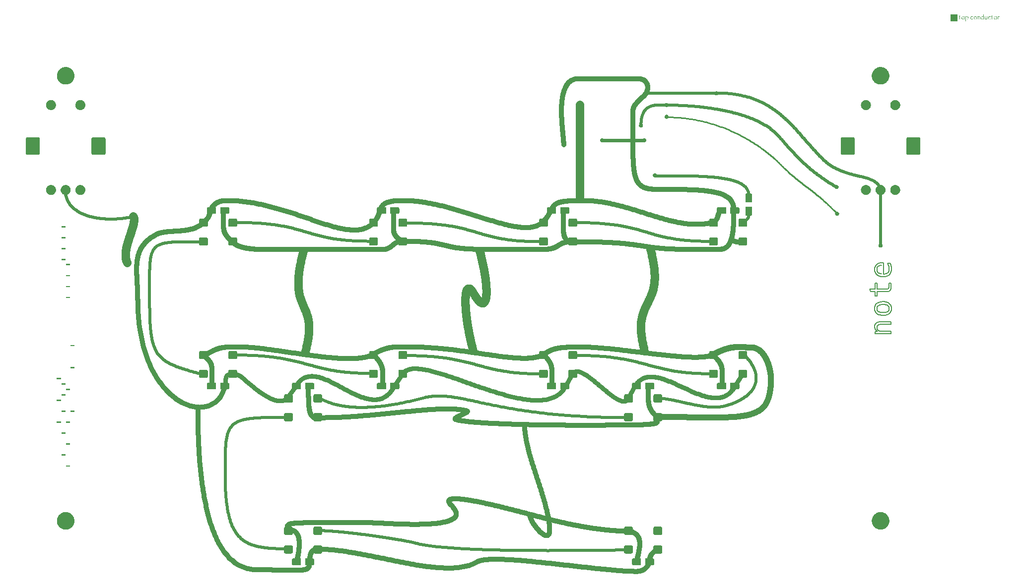
<source format=gtl>
G04                                                      *
G04 Greetings!                                           *
G04 This Gerber was generated by PCBmodE, an open source *
G04 PCB design software. Get it here:                    *
G04                                                      *
G04   http://pcbmode.com                                 *
G04                                                      *
G04 Also visit                                           *
G04                                                      *
G04   http://boldport.com                                *
G04                                                      *
G04 and follow @boldport / @pcbmode for updates!         *
G04                                                      *

G04 leading zeros omitted (L); absolute data (A); 6 integer digits and 6 fractional digits *
%FSLAX66Y66*%

G04 mode (MO): millimeters (MM) *
%MOMM*%

G04 Aperture definitions *
%ADD10C,0.001X*%
%ADD11C,0.001X*%
%ADD20C,0.80X*%
%ADD28C,1.68X*%
%ADD37C,0.48X*%
%ADD46C,0.58X*%
%ADD21C,0.50X*%
%ADD41C,0.88X*%
%ADD43C,1.47X*%
%ADD24C,1.28X*%
%ADD32C,1.58X*%
%ADD35C,0.65X*%
%ADD34C,1.78X*%
%ADD40C,1.48X*%
%ADD33C,1.38X*%
%ADD39C,0.88X*%
%ADD31C,1.28X*%
%ADD23C,1.28X*%
%ADD36C,0.48X*%
%ADD44C,0.48X*%
%ADD42C,0.28X*%
%ADD22C,0.40X*%
%ADD48C,0.15X*%
%ADD27C,2.28X*%
%ADD47C,0.98X*%
%ADD30C,2.27X*%
%ADD45C,0.78X*%
%ADD29C,1.08X*%
%ADD38C,1.45X*%
%ADD25C,2.25X*%
%ADD26C,1.68X*%

%LPC*%
D20*
G01X154100000Y-21200000D02*
G01X156100000Y-21200000D01*
G01X156100000Y-23800000D01*
G01X154100000Y-23800000D01*
G01X154100000Y-21200000D01*
D20*
G01X142900000Y-21200000D02*
G01X144900000Y-21200000D01*
G01X144900000Y-23800000D01*
G01X142900000Y-23800000D01*
G01X142900000Y-21200000D01*
D20*
G01X3900000Y-21200000D02*
G01X5900000Y-21200000D01*
G01X5900000Y-23800000D01*
G01X3900000Y-23800000D01*
G01X3900000Y-21200000D01*
D20*
G01X15100000Y-21200000D02*
G01X17100000Y-21200000D01*
G01X17100000Y-23800000D01*
G01X15100000Y-23800000D01*
G01X15100000Y-21200000D01*
D20*
G01X80000000Y-30500000D02*
G01X80000000Y-30500000D01*
G01X79801558Y-30498392D01*
G01X79603894Y-30493586D01*
G01X79407032Y-30485605D01*
G01X79210997Y-30474475D01*
G01X79015813Y-30460220D01*
G01X78821507Y-30442866D01*
G01X78628101Y-30422435D01*
G01X78435621Y-30398955D01*
G01X78244092Y-30372448D01*
G01X78053538Y-30342940D01*
G01X77863984Y-30310456D01*
G01X77675454Y-30275020D01*
G01X77487974Y-30236657D01*
G01X77301568Y-30195391D01*
G01X77116261Y-30151248D01*
G01X76932077Y-30104252D01*
G01X76749042Y-30054428D01*
G01X76567179Y-30001800D01*
G01X76386514Y-29946393D01*
G01X76207072Y-29888232D01*
G01X76028876Y-29827342D01*
G01X75851952Y-29763747D01*
G01X75676325Y-29697472D01*
G01X75502019Y-29628541D01*
G01X75329058Y-29556981D01*
G01X75157469Y-29482814D01*
G01X74987274Y-29406066D01*
G01X74818500Y-29326761D01*
G01X74651170Y-29244925D01*
G01X74485309Y-29160582D01*
G01X74320943Y-29073756D01*
G01X74158095Y-28984473D01*
G01X73996791Y-28892757D01*
G01X73837055Y-28798632D01*
G01X73678912Y-28702124D01*
G01X73522387Y-28603257D01*
G01X73367504Y-28502056D01*
G01X73214288Y-28398546D01*
G01X73062764Y-28292751D01*
G01X72912956Y-28184696D01*
G01X72764889Y-28074406D01*
G01X72618589Y-27961905D01*
G01X72474078Y-27847218D01*
G01X72331383Y-27730370D01*
G01X72190529Y-27611386D01*
G01X72051538Y-27490290D01*
G01X71914438Y-27367106D01*
G01X71779251Y-27241861D01*
G01X71646003Y-27114578D01*
G01X71514719Y-26985281D01*
G01X71385422Y-26853997D01*
G01X71258139Y-26720749D01*
G01X71132894Y-26585562D01*
G01X71009710Y-26448462D01*
G01X70888614Y-26309471D01*
G01X70769630Y-26168617D01*
G01X70652782Y-26025922D01*
G01X70538095Y-25881411D01*
G01X70425594Y-25735111D01*
G01X70315304Y-25587044D01*
G01X70207249Y-25437236D01*
G01X70101454Y-25285712D01*
G01X69997944Y-25132496D01*
G01X69896743Y-24977613D01*
G01X69797876Y-24821088D01*
G01X69701368Y-24662945D01*
G01X69607243Y-24503209D01*
G01X69515527Y-24341905D01*
G01X69426244Y-24179057D01*
G01X69339418Y-24014691D01*
G01X69255075Y-23848830D01*
G01X69173239Y-23681500D01*
G01X69093934Y-23512726D01*
G01X69017186Y-23342531D01*
G01X68943019Y-23170942D01*
G01X68871459Y-22997981D01*
G01X68802528Y-22823675D01*
G01X68736253Y-22648048D01*
G01X68672658Y-22471124D01*
G01X68611768Y-22292928D01*
G01X68553607Y-22113486D01*
G01X68498200Y-21932821D01*
G01X68445572Y-21750958D01*
G01X68395748Y-21567923D01*
G01X68348752Y-21383739D01*
G01X68304609Y-21198432D01*
G01X68263343Y-21012026D01*
G01X68224980Y-20824546D01*
G01X68189544Y-20636016D01*
G01X68157060Y-20446462D01*
G01X68127552Y-20255908D01*
G01X68101045Y-20064379D01*
G01X68077565Y-19871899D01*
G01X68057134Y-19678493D01*
G01X68039780Y-19484187D01*
G01X68025525Y-19289003D01*
G01X68014395Y-19092968D01*
G01X68006414Y-18896106D01*
G01X68001608Y-18698442D01*
G01X68000000Y-18500000D01*
G01X68000000Y-18500000D01*
G01X68000000Y-18500000D01*
G01X68001608Y-18301558D01*
G01X68006414Y-18103894D01*
G01X68014395Y-17907032D01*
G01X68025525Y-17710997D01*
G01X68039780Y-17515813D01*
G01X68057134Y-17321507D01*
G01X68077565Y-17128101D01*
G01X68101045Y-16935621D01*
G01X68127552Y-16744092D01*
G01X68157060Y-16553538D01*
G01X68189544Y-16363984D01*
G01X68224980Y-16175454D01*
G01X68263343Y-15987974D01*
G01X68304609Y-15801568D01*
G01X68348752Y-15616261D01*
G01X68395748Y-15432077D01*
G01X68445572Y-15249042D01*
G01X68498200Y-15067179D01*
G01X68553607Y-14886514D01*
G01X68611768Y-14707072D01*
G01X68672658Y-14528876D01*
G01X68736253Y-14351952D01*
G01X68802528Y-14176325D01*
G01X68871459Y-14002019D01*
G01X68943019Y-13829058D01*
G01X69017186Y-13657469D01*
G01X69093934Y-13487274D01*
G01X69173239Y-13318499D01*
G01X69255075Y-13151170D01*
G01X69339418Y-12985309D01*
G01X69426244Y-12820943D01*
G01X69515527Y-12658095D01*
G01X69607243Y-12496791D01*
G01X69701368Y-12337055D01*
G01X69797876Y-12178912D01*
G01X69896743Y-12022387D01*
G01X69997944Y-11867504D01*
G01X70101454Y-11714288D01*
G01X70207249Y-11562764D01*
G01X70315304Y-11412956D01*
G01X70425594Y-11264889D01*
G01X70538095Y-11118589D01*
G01X70652782Y-10974078D01*
G01X70769630Y-10831383D01*
G01X70888614Y-10690529D01*
G01X71009710Y-10551538D01*
G01X71132894Y-10414438D01*
G01X71258139Y-10279251D01*
G01X71385422Y-10146003D01*
G01X71514719Y-10014719D01*
G01X71646003Y-9885422D01*
G01X71779251Y-9758139D01*
G01X71914438Y-9632894D01*
G01X72051538Y-9509710D01*
G01X72190529Y-9388614D01*
G01X72331383Y-9269630D01*
G01X72474078Y-9152782D01*
G01X72618589Y-9038095D01*
G01X72764889Y-8925594D01*
G01X72912956Y-8815304D01*
G01X73062764Y-8707249D01*
G01X73214288Y-8601454D01*
G01X73367504Y-8497943D01*
G01X73522387Y-8396743D01*
G01X73678912Y-8297876D01*
G01X73837055Y-8201368D01*
G01X73996791Y-8107243D01*
G01X74158095Y-8015527D01*
G01X74320943Y-7926244D01*
G01X74485309Y-7839418D01*
G01X74651170Y-7755075D01*
G01X74818500Y-7673239D01*
G01X74987274Y-7593934D01*
G01X75157469Y-7517186D01*
G01X75329058Y-7443019D01*
G01X75502019Y-7371459D01*
G01X75676325Y-7302528D01*
G01X75851952Y-7236253D01*
G01X76028876Y-7172658D01*
G01X76207072Y-7111768D01*
G01X76386514Y-7053607D01*
G01X76567179Y-6998200D01*
G01X76749042Y-6945572D01*
G01X76932077Y-6895748D01*
G01X77116261Y-6848752D01*
G01X77301568Y-6804609D01*
G01X77487974Y-6763343D01*
G01X77675454Y-6724980D01*
G01X77863984Y-6689544D01*
G01X78053538Y-6657060D01*
G01X78244092Y-6627552D01*
G01X78435621Y-6601045D01*
G01X78628101Y-6577565D01*
G01X78821507Y-6557134D01*
G01X79015813Y-6539780D01*
G01X79210997Y-6525525D01*
G01X79407032Y-6514395D01*
G01X79603894Y-6506414D01*
G01X79801558Y-6501608D01*
G01X80000000Y-6500000D01*
G01X80000000Y-6500000D01*
G01X80000000Y-6500000D01*
G01X80198442Y-6501608D01*
G01X80396106Y-6506414D01*
G01X80592968Y-6514395D01*
G01X80789003Y-6525525D01*
G01X80984187Y-6539780D01*
G01X81178493Y-6557134D01*
G01X81371899Y-6577565D01*
G01X81564379Y-6601045D01*
G01X81755908Y-6627552D01*
G01X81946462Y-6657060D01*
G01X82136016Y-6689544D01*
G01X82324546Y-6724980D01*
G01X82512026Y-6763343D01*
G01X82698432Y-6804609D01*
G01X82883739Y-6848752D01*
G01X83067923Y-6895748D01*
G01X83250958Y-6945572D01*
G01X83432821Y-6998200D01*
G01X83613486Y-7053607D01*
G01X83792928Y-7111768D01*
G01X83971124Y-7172658D01*
G01X84148048Y-7236253D01*
G01X84323675Y-7302528D01*
G01X84497981Y-7371459D01*
G01X84670942Y-7443019D01*
G01X84842531Y-7517186D01*
G01X85012726Y-7593934D01*
G01X85181500Y-7673239D01*
G01X85348830Y-7755075D01*
G01X85514691Y-7839418D01*
G01X85679057Y-7926244D01*
G01X85841905Y-8015527D01*
G01X86003209Y-8107243D01*
G01X86162945Y-8201368D01*
G01X86321088Y-8297876D01*
G01X86477613Y-8396743D01*
G01X86632496Y-8497943D01*
G01X86785712Y-8601454D01*
G01X86937236Y-8707249D01*
G01X87087044Y-8815304D01*
G01X87235111Y-8925594D01*
G01X87381411Y-9038095D01*
G01X87525922Y-9152782D01*
G01X87668617Y-9269630D01*
G01X87809471Y-9388614D01*
G01X87948462Y-9509710D01*
G01X88085562Y-9632894D01*
G01X88220749Y-9758139D01*
G01X88353997Y-9885422D01*
G01X88485281Y-10014719D01*
G01X88614578Y-10146003D01*
G01X88741861Y-10279251D01*
G01X88867106Y-10414438D01*
G01X88990290Y-10551538D01*
G01X89111386Y-10690529D01*
G01X89230370Y-10831383D01*
G01X89347218Y-10974078D01*
G01X89461905Y-11118589D01*
G01X89574406Y-11264889D01*
G01X89684696Y-11412956D01*
G01X89792751Y-11562764D01*
G01X89898546Y-11714288D01*
G01X90002056Y-11867504D01*
G01X90103257Y-12022387D01*
G01X90202124Y-12178912D01*
G01X90298632Y-12337055D01*
G01X90392757Y-12496791D01*
G01X90484473Y-12658095D01*
G01X90573756Y-12820943D01*
G01X90660582Y-12985309D01*
G01X90744925Y-13151170D01*
G01X90826761Y-13318499D01*
G01X90906066Y-13487274D01*
G01X90982814Y-13657469D01*
G01X91056981Y-13829058D01*
G01X91128541Y-14002019D01*
G01X91197472Y-14176325D01*
G01X91263747Y-14351952D01*
G01X91327342Y-14528876D01*
G01X91388232Y-14707072D01*
G01X91446393Y-14886514D01*
G01X91501800Y-15067179D01*
G01X91554428Y-15249042D01*
G01X91604252Y-15432077D01*
G01X91651248Y-15616261D01*
G01X91695391Y-15801568D01*
G01X91736657Y-15987974D01*
G01X91775020Y-16175454D01*
G01X91810456Y-16363984D01*
G01X91842940Y-16553538D01*
G01X91872448Y-16744092D01*
G01X91898955Y-16935621D01*
G01X91922435Y-17128101D01*
G01X91942866Y-17321507D01*
G01X91960220Y-17515813D01*
G01X91974475Y-17710997D01*
G01X91985605Y-17907032D01*
G01X91993586Y-18103894D01*
G01X91998392Y-18301558D01*
G01X92000000Y-18500000D01*
G01X92000000Y-18500000D01*
G01X92000000Y-18500000D01*
G01X91998392Y-18698442D01*
G01X91993586Y-18896106D01*
G01X91985605Y-19092968D01*
G01X91974475Y-19289003D01*
G01X91960220Y-19484187D01*
G01X91942866Y-19678493D01*
G01X91922435Y-19871899D01*
G01X91898955Y-20064379D01*
G01X91872448Y-20255908D01*
G01X91842940Y-20446462D01*
G01X91810456Y-20636016D01*
G01X91775020Y-20824546D01*
G01X91736657Y-21012026D01*
G01X91695391Y-21198432D01*
G01X91651248Y-21383739D01*
G01X91604252Y-21567923D01*
G01X91554428Y-21750958D01*
G01X91501800Y-21932821D01*
G01X91446393Y-22113486D01*
G01X91388232Y-22292928D01*
G01X91327342Y-22471124D01*
G01X91263747Y-22648048D01*
G01X91197472Y-22823675D01*
G01X91128541Y-22997981D01*
G01X91056981Y-23170942D01*
G01X90982814Y-23342531D01*
G01X90906066Y-23512726D01*
G01X90826761Y-23681500D01*
G01X90744925Y-23848830D01*
G01X90660582Y-24014691D01*
G01X90573756Y-24179057D01*
G01X90484473Y-24341905D01*
G01X90392757Y-24503209D01*
G01X90298632Y-24662945D01*
G01X90202124Y-24821088D01*
G01X90103257Y-24977613D01*
G01X90002056Y-25132496D01*
G01X89898546Y-25285712D01*
G01X89792751Y-25437236D01*
G01X89684696Y-25587044D01*
G01X89574406Y-25735111D01*
G01X89461905Y-25881411D01*
G01X89347218Y-26025922D01*
G01X89230370Y-26168617D01*
G01X89111386Y-26309471D01*
G01X88990290Y-26448462D01*
G01X88867106Y-26585562D01*
G01X88741861Y-26720749D01*
G01X88614578Y-26853997D01*
G01X88485281Y-26985281D01*
G01X88353997Y-27114578D01*
G01X88220749Y-27241861D01*
G01X88085562Y-27367106D01*
G01X87948462Y-27490290D01*
G01X87809471Y-27611386D01*
G01X87668617Y-27730370D01*
G01X87525922Y-27847218D01*
G01X87381411Y-27961905D01*
G01X87235111Y-28074406D01*
G01X87087044Y-28184696D01*
G01X86937236Y-28292751D01*
G01X86785712Y-28398546D01*
G01X86632496Y-28502056D01*
G01X86477613Y-28603257D01*
G01X86321088Y-28702124D01*
G01X86162945Y-28798632D01*
G01X86003209Y-28892757D01*
G01X85841905Y-28984473D01*
G01X85679057Y-29073756D01*
G01X85514691Y-29160582D01*
G01X85348830Y-29244925D01*
G01X85181500Y-29326761D01*
G01X85012726Y-29406066D01*
G01X84842531Y-29482814D01*
G01X84670942Y-29556981D01*
G01X84497981Y-29628541D01*
G01X84323675Y-29697472D01*
G01X84148048Y-29763747D01*
G01X83971124Y-29827342D01*
G01X83792928Y-29888232D01*
G01X83613486Y-29946393D01*
G01X83432821Y-30001800D01*
G01X83250958Y-30054428D01*
G01X83067923Y-30104252D01*
G01X82883739Y-30151248D01*
G01X82698432Y-30195391D01*
G01X82512026Y-30236657D01*
G01X82324546Y-30275020D01*
G01X82136016Y-30310456D01*
G01X81946462Y-30342940D01*
G01X81755908Y-30372448D01*
G01X81564379Y-30398955D01*
G01X81371899Y-30422435D01*
G01X81178493Y-30442866D01*
G01X80984187Y-30460220D01*
G01X80789003Y-30474475D01*
G01X80592968Y-30485605D01*
G01X80396106Y-30493586D01*
G01X80198442Y-30498392D01*
G01X80000000Y-30500000D01*
G01X80000000Y-30500000D01*
D20*
G01X119000000Y-71000000D02*
G01X99000000Y-71000000D01*
G01X99000000Y-86000000D01*
G01X119000000Y-86000000D01*
G01X119000000Y-71000000D01*
D20*
G01X61000000Y-71000000D02*
G01X41000000Y-71000000D01*
G01X41000000Y-86000000D01*
G01X61000000Y-86000000D01*
G01X61000000Y-71000000D01*
D20*
G01X133500000Y-41000000D02*
G01X113500000Y-41000000D01*
G01X113500000Y-56000000D01*
G01X133500000Y-56000000D01*
G01X133500000Y-41000000D01*
D20*
G01X104500000Y-41000000D02*
G01X84500000Y-41000000D01*
G01X84500000Y-56000000D01*
G01X104500000Y-56000000D01*
G01X104500000Y-41000000D01*
D20*
G01X75500000Y-41000000D02*
G01X55500000Y-41000000D01*
G01X55500000Y-56000000D01*
G01X75500000Y-56000000D01*
G01X75500000Y-41000000D01*
D20*
G01X46500000Y-41000000D02*
G01X26500000Y-41000000D01*
G01X26500000Y-56000000D01*
G01X46500000Y-56000000D01*
G01X46500000Y-41000000D01*
D20*
G01X0000000Y-48500000D02*
G01X0000000Y-9000000D01*
G01X0000000Y-9000000D01*
G01X0001206Y-8851169D01*
G01X0004811Y-8702920D01*
G01X0010796Y-8555274D01*
G01X0019144Y-8408247D01*
G01X0029835Y-8261860D01*
G01X0042851Y-8116130D01*
G01X0058173Y-7971076D01*
G01X0075784Y-7826716D01*
G01X0095664Y-7683069D01*
G01X0117795Y-7540153D01*
G01X0142158Y-7397988D01*
G01X0168735Y-7256591D01*
G01X0197507Y-7115981D01*
G01X0228457Y-6976176D01*
G01X0261564Y-6837196D01*
G01X0296811Y-6699058D01*
G01X0334179Y-6561781D01*
G01X0373650Y-6425384D01*
G01X0415205Y-6289886D01*
G01X0458826Y-6155304D01*
G01X0504494Y-6021657D01*
G01X0552190Y-5888964D01*
G01X0601896Y-5757244D01*
G01X0653594Y-5626514D01*
G01X0707265Y-5496794D01*
G01X0762890Y-5368101D01*
G01X0820451Y-5240455D01*
G01X0879929Y-5113875D01*
G01X0941306Y-4988377D01*
G01X1004564Y-4863982D01*
G01X1069683Y-4740707D01*
G01X1136645Y-4618571D01*
G01X1205432Y-4497593D01*
G01X1276026Y-4377791D01*
G01X1348407Y-4259184D01*
G01X1422557Y-4141790D01*
G01X1498458Y-4025628D01*
G01X1576090Y-3910716D01*
G01X1655437Y-3797073D01*
G01X1736478Y-3684717D01*
G01X1819196Y-3573667D01*
G01X1903571Y-3463941D01*
G01X1989586Y-3355559D01*
G01X2077222Y-3248538D01*
G01X2166461Y-3142896D01*
G01X2257283Y-3038654D01*
G01X2349670Y-2935828D01*
G01X2443604Y-2834438D01*
G01X2539067Y-2734502D01*
G01X2636039Y-2636039D01*
G01X2734502Y-2539067D01*
G01X2834438Y-2443604D01*
G01X2935828Y-2349670D01*
G01X3038654Y-2257283D01*
G01X3142896Y-2166461D01*
G01X3248538Y-2077222D01*
G01X3355559Y-1989586D01*
G01X3463941Y-1903571D01*
G01X3573667Y-1819196D01*
G01X3684717Y-1736478D01*
G01X3797073Y-1655437D01*
G01X3910716Y-1576090D01*
G01X4025628Y-1498458D01*
G01X4141790Y-1422557D01*
G01X4259184Y-1348407D01*
G01X4377791Y-1276026D01*
G01X4497593Y-1205432D01*
G01X4618571Y-1136645D01*
G01X4740707Y-1069683D01*
G01X4863982Y-1004564D01*
G01X4988377Y-0941306D01*
G01X5113875Y-0879929D01*
G01X5240455Y-0820451D01*
G01X5368101Y-0762890D01*
G01X5496794Y-0707265D01*
G01X5626514Y-0653594D01*
G01X5757244Y-0601896D01*
G01X5888964Y-0552190D01*
G01X6021657Y-0504494D01*
G01X6155304Y-0458826D01*
G01X6289886Y-0415205D01*
G01X6425384Y-0373650D01*
G01X6561781Y-0334179D01*
G01X6699058Y-0296811D01*
G01X6837196Y-0261564D01*
G01X6976176Y-0228457D01*
G01X7115981Y-0197507D01*
G01X7256591Y-0168735D01*
G01X7397988Y-0142158D01*
G01X7540153Y-0117795D01*
G01X7683069Y-0095664D01*
G01X7826716Y-0075784D01*
G01X7971076Y-0058173D01*
G01X8116130Y-0042851D01*
G01X8261860Y-0029835D01*
G01X8408247Y-0019144D01*
G01X8555274Y-0010796D01*
G01X8702920Y-0004811D01*
G01X8851169Y-0001206D01*
G01X9000000Y-0000000D01*
G01X9000000Y-0000000D01*
G01X80000000Y-0000000D01*
G01X151000000Y-0000000D01*
G01X151000000Y-0000000D01*
G01X151148831Y-0001206D01*
G01X151297080Y-0004811D01*
G01X151444726Y-0010796D01*
G01X151591753Y-0019144D01*
G01X151738140Y-0029835D01*
G01X151883870Y-0042851D01*
G01X152028924Y-0058173D01*
G01X152173284Y-0075784D01*
G01X152316931Y-0095664D01*
G01X152459847Y-0117795D01*
G01X152602012Y-0142158D01*
G01X152743409Y-0168735D01*
G01X152884019Y-0197507D01*
G01X153023824Y-0228457D01*
G01X153162804Y-0261564D01*
G01X153300942Y-0296811D01*
G01X153438219Y-0334179D01*
G01X153574616Y-0373650D01*
G01X153710114Y-0415205D01*
G01X153844696Y-0458826D01*
G01X153978343Y-0504494D01*
G01X154111036Y-0552190D01*
G01X154242756Y-0601896D01*
G01X154373486Y-0653594D01*
G01X154503206Y-0707265D01*
G01X154631899Y-0762890D01*
G01X154759545Y-0820451D01*
G01X154886125Y-0879929D01*
G01X155011623Y-0941306D01*
G01X155136018Y-1004564D01*
G01X155259293Y-1069683D01*
G01X155381429Y-1136645D01*
G01X155502407Y-1205432D01*
G01X155622209Y-1276026D01*
G01X155740816Y-1348407D01*
G01X155858210Y-1422557D01*
G01X155974372Y-1498458D01*
G01X156089284Y-1576090D01*
G01X156202927Y-1655437D01*
G01X156315283Y-1736478D01*
G01X156426333Y-1819196D01*
G01X156536059Y-1903571D01*
G01X156644441Y-1989586D01*
G01X156751462Y-2077222D01*
G01X156857104Y-2166461D01*
G01X156961346Y-2257283D01*
G01X157064172Y-2349670D01*
G01X157165562Y-2443604D01*
G01X157265498Y-2539067D01*
G01X157363961Y-2636039D01*
G01X157460933Y-2734502D01*
G01X157556396Y-2834438D01*
G01X157650330Y-2935828D01*
G01X157742717Y-3038654D01*
G01X157833539Y-3142896D01*
G01X157922778Y-3248538D01*
G01X158010414Y-3355559D01*
G01X158096429Y-3463941D01*
G01X158180804Y-3573667D01*
G01X158263522Y-3684717D01*
G01X158344563Y-3797073D01*
G01X158423910Y-3910716D01*
G01X158501542Y-4025628D01*
G01X158577443Y-4141790D01*
G01X158651593Y-4259184D01*
G01X158723974Y-4377791D01*
G01X158794568Y-4497593D01*
G01X158863355Y-4618571D01*
G01X158930317Y-4740707D01*
G01X158995436Y-4863982D01*
G01X159058694Y-4988377D01*
G01X159120071Y-5113875D01*
G01X159179549Y-5240455D01*
G01X159237110Y-5368101D01*
G01X159292735Y-5496794D01*
G01X159346406Y-5626514D01*
G01X159398104Y-5757244D01*
G01X159447810Y-5888964D01*
G01X159495506Y-6021657D01*
G01X159541174Y-6155304D01*
G01X159584795Y-6289886D01*
G01X159626350Y-6425384D01*
G01X159665821Y-6561781D01*
G01X159703189Y-6699058D01*
G01X159738436Y-6837196D01*
G01X159771543Y-6976176D01*
G01X159802493Y-7115981D01*
G01X159831265Y-7256591D01*
G01X159857842Y-7397988D01*
G01X159882205Y-7540153D01*
G01X159904336Y-7683069D01*
G01X159924216Y-7826716D01*
G01X159941827Y-7971076D01*
G01X159957149Y-8116130D01*
G01X159970165Y-8261860D01*
G01X159980856Y-8408247D01*
G01X159989204Y-8555274D01*
G01X159995189Y-8702920D01*
G01X159998794Y-8851169D01*
G01X160000000Y-9000000D01*
G01X160000000Y-9000000D01*
G01X160000000Y-48500000D01*
G01X160000000Y-88000000D01*
G01X160000000Y-88000000D01*
G01X159998794Y-88148831D01*
G01X159995189Y-88297080D01*
G01X159989204Y-88444726D01*
G01X159980856Y-88591752D01*
G01X159970165Y-88738140D01*
G01X159957149Y-88883870D01*
G01X159941827Y-89028924D01*
G01X159924216Y-89173284D01*
G01X159904336Y-89316931D01*
G01X159882205Y-89459847D01*
G01X159857842Y-89602012D01*
G01X159831265Y-89743409D01*
G01X159802493Y-89884019D01*
G01X159771543Y-90023824D01*
G01X159738436Y-90162804D01*
G01X159703189Y-90300942D01*
G01X159665821Y-90438219D01*
G01X159626350Y-90574616D01*
G01X159584795Y-90710114D01*
G01X159541174Y-90844696D01*
G01X159495506Y-90978343D01*
G01X159447810Y-91111036D01*
G01X159398104Y-91242756D01*
G01X159346406Y-91373486D01*
G01X159292735Y-91503206D01*
G01X159237110Y-91631899D01*
G01X159179549Y-91759545D01*
G01X159120071Y-91886125D01*
G01X159058694Y-92011623D01*
G01X158995436Y-92136018D01*
G01X158930317Y-92259293D01*
G01X158863355Y-92381429D01*
G01X158794568Y-92502407D01*
G01X158723974Y-92622209D01*
G01X158651593Y-92740816D01*
G01X158577443Y-92858210D01*
G01X158501542Y-92974372D01*
G01X158423910Y-93089284D01*
G01X158344563Y-93202927D01*
G01X158263522Y-93315283D01*
G01X158180804Y-93426333D01*
G01X158096429Y-93536059D01*
G01X158010414Y-93644441D01*
G01X157922778Y-93751462D01*
G01X157833539Y-93857104D01*
G01X157742717Y-93961346D01*
G01X157650330Y-94064172D01*
G01X157556396Y-94165562D01*
G01X157460933Y-94265498D01*
G01X157363961Y-94363961D01*
G01X157265498Y-94460933D01*
G01X157165562Y-94556396D01*
G01X157064172Y-94650330D01*
G01X156961346Y-94742717D01*
G01X156857104Y-94833539D01*
G01X156751462Y-94922778D01*
G01X156644441Y-95010414D01*
G01X156536059Y-95096429D01*
G01X156426333Y-95180804D01*
G01X156315283Y-95263522D01*
G01X156202927Y-95344563D01*
G01X156089284Y-95423910D01*
G01X155974372Y-95501542D01*
G01X155858210Y-95577443D01*
G01X155740816Y-95651593D01*
G01X155622209Y-95723974D01*
G01X155502407Y-95794568D01*
G01X155381429Y-95863355D01*
G01X155259293Y-95930317D01*
G01X155136018Y-95995436D01*
G01X155011623Y-96058694D01*
G01X154886125Y-96120071D01*
G01X154759545Y-96179549D01*
G01X154631899Y-96237110D01*
G01X154503206Y-96292735D01*
G01X154373486Y-96346406D01*
G01X154242756Y-96398104D01*
G01X154111036Y-96447810D01*
G01X153978343Y-96495506D01*
G01X153844696Y-96541174D01*
G01X153710114Y-96584795D01*
G01X153574616Y-96626350D01*
G01X153438219Y-96665821D01*
G01X153300942Y-96703189D01*
G01X153162804Y-96738436D01*
G01X153023824Y-96771543D01*
G01X152884019Y-96802493D01*
G01X152743409Y-96831265D01*
G01X152602012Y-96857842D01*
G01X152459847Y-96882205D01*
G01X152316931Y-96904336D01*
G01X152173284Y-96924216D01*
G01X152028924Y-96941827D01*
G01X151883870Y-96957149D01*
G01X151738140Y-96970165D01*
G01X151591753Y-96980856D01*
G01X151444726Y-96989204D01*
G01X151297080Y-96995189D01*
G01X151148831Y-96998794D01*
G01X151000000Y-97000000D01*
G01X151000000Y-97000000D01*
G01X80000000Y-97000000D01*
G01X9000000Y-97000000D01*
G01X9000000Y-97000000D01*
G01X8851169Y-96998794D01*
G01X8702920Y-96995189D01*
G01X8555274Y-96989204D01*
G01X8408247Y-96980856D01*
G01X8261860Y-96970165D01*
G01X8116130Y-96957149D01*
G01X7971076Y-96941827D01*
G01X7826716Y-96924216D01*
G01X7683069Y-96904336D01*
G01X7540153Y-96882205D01*
G01X7397988Y-96857842D01*
G01X7256591Y-96831265D01*
G01X7115981Y-96802493D01*
G01X6976176Y-96771543D01*
G01X6837196Y-96738436D01*
G01X6699058Y-96703189D01*
G01X6561781Y-96665821D01*
G01X6425384Y-96626350D01*
G01X6289886Y-96584795D01*
G01X6155304Y-96541174D01*
G01X6021657Y-96495506D01*
G01X5888964Y-96447810D01*
G01X5757244Y-96398104D01*
G01X5626514Y-96346406D01*
G01X5496794Y-96292735D01*
G01X5368101Y-96237110D01*
G01X5240455Y-96179549D01*
G01X5113875Y-96120071D01*
G01X4988377Y-96058694D01*
G01X4863982Y-95995436D01*
G01X4740707Y-95930317D01*
G01X4618571Y-95863355D01*
G01X4497593Y-95794568D01*
G01X4377791Y-95723974D01*
G01X4259184Y-95651593D01*
G01X4141790Y-95577443D01*
G01X4025628Y-95501542D01*
G01X3910716Y-95423910D01*
G01X3797073Y-95344563D01*
G01X3684717Y-95263522D01*
G01X3573667Y-95180804D01*
G01X3463941Y-95096429D01*
G01X3355559Y-95010414D01*
G01X3248538Y-94922778D01*
G01X3142896Y-94833539D01*
G01X3038654Y-94742717D01*
G01X2935828Y-94650330D01*
G01X2834438Y-94556396D01*
G01X2734502Y-94460933D01*
G01X2636039Y-94363961D01*
G01X2539067Y-94265498D01*
G01X2443604Y-94165562D01*
G01X2349670Y-94064172D01*
G01X2257283Y-93961346D01*
G01X2166461Y-93857104D01*
G01X2077222Y-93751462D01*
G01X1989586Y-93644441D01*
G01X1903571Y-93536059D01*
G01X1819196Y-93426333D01*
G01X1736478Y-93315283D01*
G01X1655437Y-93202927D01*
G01X1576090Y-93089284D01*
G01X1498458Y-92974372D01*
G01X1422557Y-92858210D01*
G01X1348407Y-92740816D01*
G01X1276026Y-92622209D01*
G01X1205432Y-92502407D01*
G01X1136645Y-92381429D01*
G01X1069683Y-92259293D01*
G01X1004564Y-92136018D01*
G01X0941306Y-92011623D01*
G01X0879929Y-91886125D01*
G01X0820451Y-91759545D01*
G01X0762890Y-91631899D01*
G01X0707265Y-91503206D01*
G01X0653594Y-91373486D01*
G01X0601896Y-91242756D01*
G01X0552190Y-91111036D01*
G01X0504494Y-90978343D01*
G01X0458826Y-90844696D01*
G01X0415205Y-90710114D01*
G01X0373650Y-90574616D01*
G01X0334179Y-90438219D01*
G01X0296811Y-90300942D01*
G01X0261564Y-90162804D01*
G01X0228457Y-90023824D01*
G01X0197507Y-89884019D01*
G01X0168735Y-89743409D01*
G01X0142158Y-89602012D01*
G01X0117795Y-89459847D01*
G01X0095664Y-89316931D01*
G01X0075784Y-89173284D01*
G01X0058173Y-89028924D01*
G01X0042851Y-88883870D01*
G01X0029835Y-88738140D01*
G01X0019144Y-88591752D01*
G01X0010796Y-88444726D01*
G01X0004811Y-88297080D01*
G01X0001206Y-88148831D01*
G01X0000000Y-88000000D01*
G01X0000000Y-88000000D01*
G01X0000000Y-48500000D01*
D21*
G01X49250000Y-91400000D02*
G01X49250000Y-91850000D01*
G01X49250000Y-91850000D01*
G01X49244514Y-91902334D01*
G01X49228809Y-91950886D01*
G01X49204016Y-91994526D01*
G01X49171266Y-92032122D01*
G01X49131689Y-92062544D01*
G01X49086418Y-92084661D01*
G01X49036581Y-92097343D01*
G01X49000000Y-92100000D01*
G01X48500000Y-92100000D01*
G01X48000000Y-92100000D01*
G01X48000000Y-92100000D01*
G01X47947666Y-92094514D01*
G01X47899114Y-92078809D01*
G01X47855474Y-92054016D01*
G01X47817878Y-92021266D01*
G01X47787456Y-91981689D01*
G01X47765339Y-91936418D01*
G01X47752657Y-91886581D01*
G01X47750000Y-91850000D01*
G01X47750000Y-91400000D01*
G01X47750000Y-90950000D01*
G01X47750000Y-90950000D01*
G01X47755486Y-90897666D01*
G01X47771191Y-90849114D01*
G01X47795984Y-90805474D01*
G01X47828734Y-90767878D01*
G01X47868311Y-90737456D01*
G01X47913582Y-90715339D01*
G01X47963419Y-90702657D01*
G01X48000000Y-90700000D01*
G01X48500000Y-90700000D01*
G01X49000000Y-90700000D01*
G01X49000000Y-90700000D01*
G01X49052334Y-90705486D01*
G01X49100886Y-90721191D01*
G01X49144526Y-90745984D01*
G01X49182122Y-90778734D01*
G01X49212544Y-90818311D01*
G01X49234661Y-90863582D01*
G01X49247343Y-90913419D01*
G01X49250000Y-90950000D01*
G01X49250000Y-91400000D01*
D21*
G01X49250000Y-91400000D02*
G01X49250000Y-91850000D01*
G01X49250000Y-91850000D01*
G01X49244514Y-91902334D01*
G01X49228809Y-91950886D01*
G01X49204016Y-91994526D01*
G01X49171266Y-92032122D01*
G01X49131689Y-92062544D01*
G01X49086418Y-92084661D01*
G01X49036581Y-92097343D01*
G01X49000000Y-92100000D01*
G01X48500000Y-92100000D01*
G01X48000000Y-92100000D01*
G01X48000000Y-92100000D01*
G01X47947666Y-92094514D01*
G01X47899114Y-92078809D01*
G01X47855474Y-92054016D01*
G01X47817878Y-92021266D01*
G01X47787456Y-91981689D01*
G01X47765339Y-91936418D01*
G01X47752657Y-91886581D01*
G01X47750000Y-91850000D01*
G01X47750000Y-91400000D01*
G01X47750000Y-90950000D01*
G01X47750000Y-90950000D01*
G01X47755486Y-90897666D01*
G01X47771191Y-90849114D01*
G01X47795984Y-90805474D01*
G01X47828734Y-90767878D01*
G01X47868311Y-90737456D01*
G01X47913582Y-90715339D01*
G01X47963419Y-90702657D01*
G01X48000000Y-90700000D01*
G01X48500000Y-90700000D01*
G01X49000000Y-90700000D01*
G01X49000000Y-90700000D01*
G01X49052334Y-90705486D01*
G01X49100886Y-90721191D01*
G01X49144526Y-90745984D01*
G01X49182122Y-90778734D01*
G01X49212544Y-90818311D01*
G01X49234661Y-90863582D01*
G01X49247343Y-90913419D01*
G01X49250000Y-90950000D01*
G01X49250000Y-91400000D01*
D21*
G01X49250000Y-88200000D02*
G01X49250000Y-88650000D01*
G01X49250000Y-88650000D01*
G01X49244514Y-88702334D01*
G01X49228809Y-88750886D01*
G01X49204016Y-88794526D01*
G01X49171266Y-88832122D01*
G01X49131689Y-88862544D01*
G01X49086418Y-88884661D01*
G01X49036581Y-88897343D01*
G01X49000000Y-88900000D01*
G01X48500000Y-88900000D01*
G01X48000000Y-88900000D01*
G01X48000000Y-88900000D01*
G01X47947666Y-88894514D01*
G01X47899114Y-88878809D01*
G01X47855474Y-88854016D01*
G01X47817878Y-88821266D01*
G01X47787456Y-88781689D01*
G01X47765339Y-88736418D01*
G01X47752657Y-88686581D01*
G01X47750000Y-88650000D01*
G01X47750000Y-88200000D01*
G01X47750000Y-87750000D01*
G01X47750000Y-87750000D01*
G01X47755486Y-87697666D01*
G01X47771191Y-87649114D01*
G01X47795984Y-87605474D01*
G01X47828734Y-87567878D01*
G01X47868311Y-87537456D01*
G01X47913582Y-87515339D01*
G01X47963419Y-87502657D01*
G01X48000000Y-87500000D01*
G01X48500000Y-87500000D01*
G01X49000000Y-87500000D01*
G01X49000000Y-87500000D01*
G01X49052334Y-87505486D01*
G01X49100886Y-87521191D01*
G01X49144526Y-87545984D01*
G01X49182122Y-87578734D01*
G01X49212544Y-87618311D01*
G01X49234661Y-87663582D01*
G01X49247343Y-87713419D01*
G01X49250000Y-87750000D01*
G01X49250000Y-88200000D01*
D21*
G01X49250000Y-88200000D02*
G01X49250000Y-88650000D01*
G01X49250000Y-88650000D01*
G01X49244514Y-88702334D01*
G01X49228809Y-88750886D01*
G01X49204016Y-88794526D01*
G01X49171266Y-88832122D01*
G01X49131689Y-88862544D01*
G01X49086418Y-88884661D01*
G01X49036581Y-88897343D01*
G01X49000000Y-88900000D01*
G01X48500000Y-88900000D01*
G01X48000000Y-88900000D01*
G01X48000000Y-88900000D01*
G01X47947666Y-88894514D01*
G01X47899114Y-88878809D01*
G01X47855474Y-88854016D01*
G01X47817878Y-88821266D01*
G01X47787456Y-88781689D01*
G01X47765339Y-88736418D01*
G01X47752657Y-88686581D01*
G01X47750000Y-88650000D01*
G01X47750000Y-88200000D01*
G01X47750000Y-87750000D01*
G01X47750000Y-87750000D01*
G01X47755486Y-87697666D01*
G01X47771191Y-87649114D01*
G01X47795984Y-87605474D01*
G01X47828734Y-87567878D01*
G01X47868311Y-87537456D01*
G01X47913582Y-87515339D01*
G01X47963419Y-87502657D01*
G01X48000000Y-87500000D01*
G01X48500000Y-87500000D01*
G01X49000000Y-87500000D01*
G01X49000000Y-87500000D01*
G01X49052334Y-87505486D01*
G01X49100886Y-87521191D01*
G01X49144526Y-87545984D01*
G01X49182122Y-87578734D01*
G01X49212544Y-87618311D01*
G01X49234661Y-87663582D01*
G01X49247343Y-87713419D01*
G01X49250000Y-87750000D01*
G01X49250000Y-88200000D01*
D21*
G01X54250000Y-88200000D02*
G01X54250000Y-88650000D01*
G01X54250000Y-88650000D01*
G01X54244514Y-88702334D01*
G01X54228809Y-88750886D01*
G01X54204016Y-88794526D01*
G01X54171266Y-88832122D01*
G01X54131689Y-88862544D01*
G01X54086418Y-88884661D01*
G01X54036581Y-88897343D01*
G01X54000000Y-88900000D01*
G01X53500000Y-88900000D01*
G01X53000000Y-88900000D01*
G01X53000000Y-88900000D01*
G01X52947666Y-88894514D01*
G01X52899114Y-88878809D01*
G01X52855474Y-88854016D01*
G01X52817878Y-88821266D01*
G01X52787456Y-88781689D01*
G01X52765339Y-88736418D01*
G01X52752657Y-88686581D01*
G01X52750000Y-88650000D01*
G01X52750000Y-88200000D01*
G01X52750000Y-87750000D01*
G01X52750000Y-87750000D01*
G01X52755486Y-87697666D01*
G01X52771191Y-87649114D01*
G01X52795984Y-87605474D01*
G01X52828734Y-87567878D01*
G01X52868311Y-87537456D01*
G01X52913582Y-87515339D01*
G01X52963419Y-87502657D01*
G01X53000000Y-87500000D01*
G01X53500000Y-87500000D01*
G01X54000000Y-87500000D01*
G01X54000000Y-87500000D01*
G01X54052334Y-87505486D01*
G01X54100886Y-87521191D01*
G01X54144526Y-87545984D01*
G01X54182122Y-87578734D01*
G01X54212544Y-87618311D01*
G01X54234661Y-87663582D01*
G01X54247343Y-87713419D01*
G01X54250000Y-87750000D01*
G01X54250000Y-88200000D01*
D21*
G01X54250000Y-88200000D02*
G01X54250000Y-88650000D01*
G01X54250000Y-88650000D01*
G01X54244514Y-88702334D01*
G01X54228809Y-88750886D01*
G01X54204016Y-88794526D01*
G01X54171266Y-88832122D01*
G01X54131689Y-88862544D01*
G01X54086418Y-88884661D01*
G01X54036581Y-88897343D01*
G01X54000000Y-88900000D01*
G01X53500000Y-88900000D01*
G01X53000000Y-88900000D01*
G01X53000000Y-88900000D01*
G01X52947666Y-88894514D01*
G01X52899114Y-88878809D01*
G01X52855474Y-88854016D01*
G01X52817878Y-88821266D01*
G01X52787456Y-88781689D01*
G01X52765339Y-88736418D01*
G01X52752657Y-88686581D01*
G01X52750000Y-88650000D01*
G01X52750000Y-88200000D01*
G01X52750000Y-87750000D01*
G01X52750000Y-87750000D01*
G01X52755486Y-87697666D01*
G01X52771191Y-87649114D01*
G01X52795984Y-87605474D01*
G01X52828734Y-87567878D01*
G01X52868311Y-87537456D01*
G01X52913582Y-87515339D01*
G01X52963419Y-87502657D01*
G01X53000000Y-87500000D01*
G01X53500000Y-87500000D01*
G01X54000000Y-87500000D01*
G01X54000000Y-87500000D01*
G01X54052334Y-87505486D01*
G01X54100886Y-87521191D01*
G01X54144526Y-87545984D01*
G01X54182122Y-87578734D01*
G01X54212544Y-87618311D01*
G01X54234661Y-87663582D01*
G01X54247343Y-87713419D01*
G01X54250000Y-87750000D01*
G01X54250000Y-88200000D01*
D21*
G01X54250000Y-91400000D02*
G01X54250000Y-91850000D01*
G01X54250000Y-91850000D01*
G01X54244514Y-91902334D01*
G01X54228809Y-91950886D01*
G01X54204016Y-91994526D01*
G01X54171266Y-92032122D01*
G01X54131689Y-92062544D01*
G01X54086418Y-92084661D01*
G01X54036581Y-92097343D01*
G01X54000000Y-92100000D01*
G01X53500000Y-92100000D01*
G01X53000000Y-92100000D01*
G01X53000000Y-92100000D01*
G01X52947666Y-92094514D01*
G01X52899114Y-92078809D01*
G01X52855474Y-92054016D01*
G01X52817878Y-92021266D01*
G01X52787456Y-91981689D01*
G01X52765339Y-91936418D01*
G01X52752657Y-91886581D01*
G01X52750000Y-91850000D01*
G01X52750000Y-91400000D01*
G01X52750000Y-90950000D01*
G01X52750000Y-90950000D01*
G01X52755486Y-90897666D01*
G01X52771191Y-90849114D01*
G01X52795984Y-90805474D01*
G01X52828734Y-90767878D01*
G01X52868311Y-90737456D01*
G01X52913582Y-90715339D01*
G01X52963419Y-90702657D01*
G01X53000000Y-90700000D01*
G01X53500000Y-90700000D01*
G01X54000000Y-90700000D01*
G01X54000000Y-90700000D01*
G01X54052334Y-90705486D01*
G01X54100886Y-90721191D01*
G01X54144526Y-90745984D01*
G01X54182122Y-90778734D01*
G01X54212544Y-90818311D01*
G01X54234661Y-90863582D01*
G01X54247343Y-90913419D01*
G01X54250000Y-90950000D01*
G01X54250000Y-91400000D01*
D21*
G01X54250000Y-91400000D02*
G01X54250000Y-91850000D01*
G01X54250000Y-91850000D01*
G01X54244514Y-91902334D01*
G01X54228809Y-91950886D01*
G01X54204016Y-91994526D01*
G01X54171266Y-92032122D01*
G01X54131689Y-92062544D01*
G01X54086418Y-92084661D01*
G01X54036581Y-92097343D01*
G01X54000000Y-92100000D01*
G01X53500000Y-92100000D01*
G01X53000000Y-92100000D01*
G01X53000000Y-92100000D01*
G01X52947666Y-92094514D01*
G01X52899114Y-92078809D01*
G01X52855474Y-92054016D01*
G01X52817878Y-92021266D01*
G01X52787456Y-91981689D01*
G01X52765339Y-91936418D01*
G01X52752657Y-91886581D01*
G01X52750000Y-91850000D01*
G01X52750000Y-91400000D01*
G01X52750000Y-90950000D01*
G01X52750000Y-90950000D01*
G01X52755486Y-90897666D01*
G01X52771191Y-90849114D01*
G01X52795984Y-90805474D01*
G01X52828734Y-90767878D01*
G01X52868311Y-90737456D01*
G01X52913582Y-90715339D01*
G01X52963419Y-90702657D01*
G01X53000000Y-90700000D01*
G01X53500000Y-90700000D01*
G01X54000000Y-90700000D01*
G01X54000000Y-90700000D01*
G01X54052334Y-90705486D01*
G01X54100886Y-90721191D01*
G01X54144526Y-90745984D01*
G01X54182122Y-90778734D01*
G01X54212544Y-90818311D01*
G01X54234661Y-90863582D01*
G01X54247343Y-90913419D01*
G01X54250000Y-90950000D01*
G01X54250000Y-91400000D01*
D21*
G01X52750000Y-65600000D02*
G01X52750000Y-65150000D01*
G01X52750000Y-65150000D01*
G01X52755486Y-65097666D01*
G01X52771191Y-65049114D01*
G01X52795984Y-65005474D01*
G01X52828734Y-64967878D01*
G01X52868311Y-64937456D01*
G01X52913582Y-64915339D01*
G01X52963419Y-64902657D01*
G01X53000000Y-64900000D01*
G01X53500000Y-64900000D01*
G01X54000000Y-64900000D01*
G01X54000000Y-64900000D01*
G01X54052334Y-64905486D01*
G01X54100886Y-64921191D01*
G01X54144526Y-64945984D01*
G01X54182122Y-64978734D01*
G01X54212544Y-65018311D01*
G01X54234661Y-65063582D01*
G01X54247343Y-65113419D01*
G01X54250000Y-65150000D01*
G01X54250000Y-65600000D01*
G01X54250000Y-66050000D01*
G01X54250000Y-66050000D01*
G01X54244514Y-66102334D01*
G01X54228809Y-66150886D01*
G01X54204016Y-66194526D01*
G01X54171266Y-66232122D01*
G01X54131689Y-66262544D01*
G01X54086418Y-66284661D01*
G01X54036581Y-66297343D01*
G01X54000000Y-66300000D01*
G01X53500000Y-66300000D01*
G01X53000000Y-66300000D01*
G01X53000000Y-66300000D01*
G01X52947666Y-66294514D01*
G01X52899114Y-66278809D01*
G01X52855474Y-66254016D01*
G01X52817878Y-66221266D01*
G01X52787456Y-66181689D01*
G01X52765339Y-66136418D01*
G01X52752657Y-66086581D01*
G01X52750000Y-66050000D01*
G01X52750000Y-65600000D01*
D21*
G01X52750000Y-65600000D02*
G01X52750000Y-65150000D01*
G01X52750000Y-65150000D01*
G01X52755486Y-65097666D01*
G01X52771191Y-65049114D01*
G01X52795984Y-65005474D01*
G01X52828734Y-64967878D01*
G01X52868311Y-64937456D01*
G01X52913582Y-64915339D01*
G01X52963419Y-64902657D01*
G01X53000000Y-64900000D01*
G01X53500000Y-64900000D01*
G01X54000000Y-64900000D01*
G01X54000000Y-64900000D01*
G01X54052334Y-64905486D01*
G01X54100886Y-64921191D01*
G01X54144526Y-64945984D01*
G01X54182122Y-64978734D01*
G01X54212544Y-65018311D01*
G01X54234661Y-65063582D01*
G01X54247343Y-65113419D01*
G01X54250000Y-65150000D01*
G01X54250000Y-65600000D01*
G01X54250000Y-66050000D01*
G01X54250000Y-66050000D01*
G01X54244514Y-66102334D01*
G01X54228809Y-66150886D01*
G01X54204016Y-66194526D01*
G01X54171266Y-66232122D01*
G01X54131689Y-66262544D01*
G01X54086418Y-66284661D01*
G01X54036581Y-66297343D01*
G01X54000000Y-66300000D01*
G01X53500000Y-66300000D01*
G01X53000000Y-66300000D01*
G01X53000000Y-66300000D01*
G01X52947666Y-66294514D01*
G01X52899114Y-66278809D01*
G01X52855474Y-66254016D01*
G01X52817878Y-66221266D01*
G01X52787456Y-66181689D01*
G01X52765339Y-66136418D01*
G01X52752657Y-66086581D01*
G01X52750000Y-66050000D01*
G01X52750000Y-65600000D01*
D21*
G01X52750000Y-68800000D02*
G01X52750000Y-68350000D01*
G01X52750000Y-68350000D01*
G01X52755486Y-68297666D01*
G01X52771191Y-68249114D01*
G01X52795984Y-68205474D01*
G01X52828734Y-68167878D01*
G01X52868311Y-68137456D01*
G01X52913582Y-68115339D01*
G01X52963419Y-68102657D01*
G01X53000000Y-68100000D01*
G01X53500000Y-68100000D01*
G01X54000000Y-68100000D01*
G01X54000000Y-68100000D01*
G01X54052334Y-68105486D01*
G01X54100886Y-68121191D01*
G01X54144526Y-68145984D01*
G01X54182122Y-68178734D01*
G01X54212544Y-68218311D01*
G01X54234661Y-68263582D01*
G01X54247343Y-68313419D01*
G01X54250000Y-68350000D01*
G01X54250000Y-68800000D01*
G01X54250000Y-69250000D01*
G01X54250000Y-69250000D01*
G01X54244514Y-69302334D01*
G01X54228809Y-69350886D01*
G01X54204016Y-69394526D01*
G01X54171266Y-69432122D01*
G01X54131689Y-69462544D01*
G01X54086418Y-69484661D01*
G01X54036581Y-69497343D01*
G01X54000000Y-69500000D01*
G01X53500000Y-69500000D01*
G01X53000000Y-69500000D01*
G01X53000000Y-69500000D01*
G01X52947666Y-69494514D01*
G01X52899114Y-69478809D01*
G01X52855474Y-69454016D01*
G01X52817878Y-69421266D01*
G01X52787456Y-69381689D01*
G01X52765339Y-69336418D01*
G01X52752657Y-69286581D01*
G01X52750000Y-69250000D01*
G01X52750000Y-68800000D01*
D21*
G01X52750000Y-68800000D02*
G01X52750000Y-68350000D01*
G01X52750000Y-68350000D01*
G01X52755486Y-68297666D01*
G01X52771191Y-68249114D01*
G01X52795984Y-68205474D01*
G01X52828734Y-68167878D01*
G01X52868311Y-68137456D01*
G01X52913582Y-68115339D01*
G01X52963419Y-68102657D01*
G01X53000000Y-68100000D01*
G01X53500000Y-68100000D01*
G01X54000000Y-68100000D01*
G01X54000000Y-68100000D01*
G01X54052334Y-68105486D01*
G01X54100886Y-68121191D01*
G01X54144526Y-68145984D01*
G01X54182122Y-68178734D01*
G01X54212544Y-68218311D01*
G01X54234661Y-68263582D01*
G01X54247343Y-68313419D01*
G01X54250000Y-68350000D01*
G01X54250000Y-68800000D01*
G01X54250000Y-69250000D01*
G01X54250000Y-69250000D01*
G01X54244514Y-69302334D01*
G01X54228809Y-69350886D01*
G01X54204016Y-69394526D01*
G01X54171266Y-69432122D01*
G01X54131689Y-69462544D01*
G01X54086418Y-69484661D01*
G01X54036581Y-69497343D01*
G01X54000000Y-69500000D01*
G01X53500000Y-69500000D01*
G01X53000000Y-69500000D01*
G01X53000000Y-69500000D01*
G01X52947666Y-69494514D01*
G01X52899114Y-69478809D01*
G01X52855474Y-69454016D01*
G01X52817878Y-69421266D01*
G01X52787456Y-69381689D01*
G01X52765339Y-69336418D01*
G01X52752657Y-69286581D01*
G01X52750000Y-69250000D01*
G01X52750000Y-68800000D01*
D21*
G01X47750000Y-68800000D02*
G01X47750000Y-68350000D01*
G01X47750000Y-68350000D01*
G01X47755486Y-68297666D01*
G01X47771191Y-68249114D01*
G01X47795984Y-68205474D01*
G01X47828734Y-68167878D01*
G01X47868311Y-68137456D01*
G01X47913582Y-68115339D01*
G01X47963419Y-68102657D01*
G01X48000000Y-68100000D01*
G01X48500000Y-68100000D01*
G01X49000000Y-68100000D01*
G01X49000000Y-68100000D01*
G01X49052334Y-68105486D01*
G01X49100886Y-68121191D01*
G01X49144526Y-68145984D01*
G01X49182122Y-68178734D01*
G01X49212544Y-68218311D01*
G01X49234661Y-68263582D01*
G01X49247343Y-68313419D01*
G01X49250000Y-68350000D01*
G01X49250000Y-68800000D01*
G01X49250000Y-69250000D01*
G01X49250000Y-69250000D01*
G01X49244514Y-69302334D01*
G01X49228809Y-69350886D01*
G01X49204016Y-69394526D01*
G01X49171266Y-69432122D01*
G01X49131689Y-69462544D01*
G01X49086418Y-69484661D01*
G01X49036581Y-69497343D01*
G01X49000000Y-69500000D01*
G01X48500000Y-69500000D01*
G01X48000000Y-69500000D01*
G01X48000000Y-69500000D01*
G01X47947666Y-69494514D01*
G01X47899114Y-69478809D01*
G01X47855474Y-69454016D01*
G01X47817878Y-69421266D01*
G01X47787456Y-69381689D01*
G01X47765339Y-69336418D01*
G01X47752657Y-69286581D01*
G01X47750000Y-69250000D01*
G01X47750000Y-68800000D01*
D21*
G01X47750000Y-68800000D02*
G01X47750000Y-68350000D01*
G01X47750000Y-68350000D01*
G01X47755486Y-68297666D01*
G01X47771191Y-68249114D01*
G01X47795984Y-68205474D01*
G01X47828734Y-68167878D01*
G01X47868311Y-68137456D01*
G01X47913582Y-68115339D01*
G01X47963419Y-68102657D01*
G01X48000000Y-68100000D01*
G01X48500000Y-68100000D01*
G01X49000000Y-68100000D01*
G01X49000000Y-68100000D01*
G01X49052334Y-68105486D01*
G01X49100886Y-68121191D01*
G01X49144526Y-68145984D01*
G01X49182122Y-68178734D01*
G01X49212544Y-68218311D01*
G01X49234661Y-68263582D01*
G01X49247343Y-68313419D01*
G01X49250000Y-68350000D01*
G01X49250000Y-68800000D01*
G01X49250000Y-69250000D01*
G01X49250000Y-69250000D01*
G01X49244514Y-69302334D01*
G01X49228809Y-69350886D01*
G01X49204016Y-69394526D01*
G01X49171266Y-69432122D01*
G01X49131689Y-69462544D01*
G01X49086418Y-69484661D01*
G01X49036581Y-69497343D01*
G01X49000000Y-69500000D01*
G01X48500000Y-69500000D01*
G01X48000000Y-69500000D01*
G01X48000000Y-69500000D01*
G01X47947666Y-69494514D01*
G01X47899114Y-69478809D01*
G01X47855474Y-69454016D01*
G01X47817878Y-69421266D01*
G01X47787456Y-69381689D01*
G01X47765339Y-69336418D01*
G01X47752657Y-69286581D01*
G01X47750000Y-69250000D01*
G01X47750000Y-68800000D01*
D21*
G01X47750000Y-65600000D02*
G01X47750000Y-65150000D01*
G01X47750000Y-65150000D01*
G01X47755486Y-65097666D01*
G01X47771191Y-65049114D01*
G01X47795984Y-65005474D01*
G01X47828734Y-64967878D01*
G01X47868311Y-64937456D01*
G01X47913582Y-64915339D01*
G01X47963419Y-64902657D01*
G01X48000000Y-64900000D01*
G01X48500000Y-64900000D01*
G01X49000000Y-64900000D01*
G01X49000000Y-64900000D01*
G01X49052334Y-64905486D01*
G01X49100886Y-64921191D01*
G01X49144526Y-64945984D01*
G01X49182122Y-64978734D01*
G01X49212544Y-65018311D01*
G01X49234661Y-65063582D01*
G01X49247343Y-65113419D01*
G01X49250000Y-65150000D01*
G01X49250000Y-65600000D01*
G01X49250000Y-66050000D01*
G01X49250000Y-66050000D01*
G01X49244514Y-66102334D01*
G01X49228809Y-66150886D01*
G01X49204016Y-66194526D01*
G01X49171266Y-66232122D01*
G01X49131689Y-66262544D01*
G01X49086418Y-66284661D01*
G01X49036581Y-66297343D01*
G01X49000000Y-66300000D01*
G01X48500000Y-66300000D01*
G01X48000000Y-66300000D01*
G01X48000000Y-66300000D01*
G01X47947666Y-66294514D01*
G01X47899114Y-66278809D01*
G01X47855474Y-66254016D01*
G01X47817878Y-66221266D01*
G01X47787456Y-66181689D01*
G01X47765339Y-66136418D01*
G01X47752657Y-66086581D01*
G01X47750000Y-66050000D01*
G01X47750000Y-65600000D01*
D21*
G01X47750000Y-65600000D02*
G01X47750000Y-65150000D01*
G01X47750000Y-65150000D01*
G01X47755486Y-65097666D01*
G01X47771191Y-65049114D01*
G01X47795984Y-65005474D01*
G01X47828734Y-64967878D01*
G01X47868311Y-64937456D01*
G01X47913582Y-64915339D01*
G01X47963419Y-64902657D01*
G01X48000000Y-64900000D01*
G01X48500000Y-64900000D01*
G01X49000000Y-64900000D01*
G01X49000000Y-64900000D01*
G01X49052334Y-64905486D01*
G01X49100886Y-64921191D01*
G01X49144526Y-64945984D01*
G01X49182122Y-64978734D01*
G01X49212544Y-65018311D01*
G01X49234661Y-65063582D01*
G01X49247343Y-65113419D01*
G01X49250000Y-65150000D01*
G01X49250000Y-65600000D01*
G01X49250000Y-66050000D01*
G01X49250000Y-66050000D01*
G01X49244514Y-66102334D01*
G01X49228809Y-66150886D01*
G01X49204016Y-66194526D01*
G01X49171266Y-66232122D01*
G01X49131689Y-66262544D01*
G01X49086418Y-66284661D01*
G01X49036581Y-66297343D01*
G01X49000000Y-66300000D01*
G01X48500000Y-66300000D01*
G01X48000000Y-66300000D01*
G01X48000000Y-66300000D01*
G01X47947666Y-66294514D01*
G01X47899114Y-66278809D01*
G01X47855474Y-66254016D01*
G01X47817878Y-66221266D01*
G01X47787456Y-66181689D01*
G01X47765339Y-66136418D01*
G01X47752657Y-66086581D01*
G01X47750000Y-66050000D01*
G01X47750000Y-65600000D01*
D21*
G01X121750000Y-61400000D02*
G01X121750000Y-61850000D01*
G01X121750000Y-61850000D01*
G01X121744514Y-61902334D01*
G01X121728809Y-61950886D01*
G01X121704016Y-61994526D01*
G01X121671266Y-62032122D01*
G01X121631689Y-62062544D01*
G01X121586418Y-62084661D01*
G01X121536581Y-62097343D01*
G01X121500000Y-62100000D01*
G01X121000000Y-62100000D01*
G01X120500000Y-62100000D01*
G01X120500000Y-62100000D01*
G01X120447666Y-62094514D01*
G01X120399114Y-62078809D01*
G01X120355474Y-62054016D01*
G01X120317878Y-62021266D01*
G01X120287456Y-61981689D01*
G01X120265339Y-61936418D01*
G01X120252657Y-61886581D01*
G01X120250000Y-61850000D01*
G01X120250000Y-61400000D01*
G01X120250000Y-60950000D01*
G01X120250000Y-60950000D01*
G01X120255486Y-60897666D01*
G01X120271191Y-60849114D01*
G01X120295984Y-60805474D01*
G01X120328734Y-60767878D01*
G01X120368311Y-60737456D01*
G01X120413582Y-60715339D01*
G01X120463419Y-60702657D01*
G01X120500000Y-60700000D01*
G01X121000000Y-60700000D01*
G01X121500000Y-60700000D01*
G01X121500000Y-60700000D01*
G01X121552334Y-60705486D01*
G01X121600886Y-60721191D01*
G01X121644526Y-60745984D01*
G01X121682122Y-60778734D01*
G01X121712544Y-60818311D01*
G01X121734661Y-60863582D01*
G01X121747343Y-60913419D01*
G01X121750000Y-60950000D01*
G01X121750000Y-61400000D01*
D21*
G01X121750000Y-61400000D02*
G01X121750000Y-61850000D01*
G01X121750000Y-61850000D01*
G01X121744514Y-61902334D01*
G01X121728809Y-61950886D01*
G01X121704016Y-61994526D01*
G01X121671266Y-62032122D01*
G01X121631689Y-62062544D01*
G01X121586418Y-62084661D01*
G01X121536581Y-62097343D01*
G01X121500000Y-62100000D01*
G01X121000000Y-62100000D01*
G01X120500000Y-62100000D01*
G01X120500000Y-62100000D01*
G01X120447666Y-62094514D01*
G01X120399114Y-62078809D01*
G01X120355474Y-62054016D01*
G01X120317878Y-62021266D01*
G01X120287456Y-61981689D01*
G01X120265339Y-61936418D01*
G01X120252657Y-61886581D01*
G01X120250000Y-61850000D01*
G01X120250000Y-61400000D01*
G01X120250000Y-60950000D01*
G01X120250000Y-60950000D01*
G01X120255486Y-60897666D01*
G01X120271191Y-60849114D01*
G01X120295984Y-60805474D01*
G01X120328734Y-60767878D01*
G01X120368311Y-60737456D01*
G01X120413582Y-60715339D01*
G01X120463419Y-60702657D01*
G01X120500000Y-60700000D01*
G01X121000000Y-60700000D01*
G01X121500000Y-60700000D01*
G01X121500000Y-60700000D01*
G01X121552334Y-60705486D01*
G01X121600886Y-60721191D01*
G01X121644526Y-60745984D01*
G01X121682122Y-60778734D01*
G01X121712544Y-60818311D01*
G01X121734661Y-60863582D01*
G01X121747343Y-60913419D01*
G01X121750000Y-60950000D01*
G01X121750000Y-61400000D01*
D21*
G01X121750000Y-58200000D02*
G01X121750000Y-58650000D01*
G01X121750000Y-58650000D01*
G01X121744514Y-58702334D01*
G01X121728809Y-58750886D01*
G01X121704016Y-58794526D01*
G01X121671266Y-58832122D01*
G01X121631689Y-58862544D01*
G01X121586418Y-58884661D01*
G01X121536581Y-58897343D01*
G01X121500000Y-58900000D01*
G01X121000000Y-58900000D01*
G01X120500000Y-58900000D01*
G01X120500000Y-58900000D01*
G01X120447666Y-58894514D01*
G01X120399114Y-58878809D01*
G01X120355474Y-58854016D01*
G01X120317878Y-58821266D01*
G01X120287456Y-58781689D01*
G01X120265339Y-58736418D01*
G01X120252657Y-58686581D01*
G01X120250000Y-58650000D01*
G01X120250000Y-58200000D01*
G01X120250000Y-57750000D01*
G01X120250000Y-57750000D01*
G01X120255486Y-57697666D01*
G01X120271191Y-57649114D01*
G01X120295984Y-57605474D01*
G01X120328734Y-57567878D01*
G01X120368311Y-57537456D01*
G01X120413582Y-57515339D01*
G01X120463419Y-57502657D01*
G01X120500000Y-57500000D01*
G01X121000000Y-57500000D01*
G01X121500000Y-57500000D01*
G01X121500000Y-57500000D01*
G01X121552334Y-57505486D01*
G01X121600886Y-57521191D01*
G01X121644526Y-57545984D01*
G01X121682122Y-57578734D01*
G01X121712544Y-57618311D01*
G01X121734661Y-57663582D01*
G01X121747343Y-57713419D01*
G01X121750000Y-57750000D01*
G01X121750000Y-58200000D01*
D21*
G01X121750000Y-58200000D02*
G01X121750000Y-58650000D01*
G01X121750000Y-58650000D01*
G01X121744514Y-58702334D01*
G01X121728809Y-58750886D01*
G01X121704016Y-58794526D01*
G01X121671266Y-58832122D01*
G01X121631689Y-58862544D01*
G01X121586418Y-58884661D01*
G01X121536581Y-58897343D01*
G01X121500000Y-58900000D01*
G01X121000000Y-58900000D01*
G01X120500000Y-58900000D01*
G01X120500000Y-58900000D01*
G01X120447666Y-58894514D01*
G01X120399114Y-58878809D01*
G01X120355474Y-58854016D01*
G01X120317878Y-58821266D01*
G01X120287456Y-58781689D01*
G01X120265339Y-58736418D01*
G01X120252657Y-58686581D01*
G01X120250000Y-58650000D01*
G01X120250000Y-58200000D01*
G01X120250000Y-57750000D01*
G01X120250000Y-57750000D01*
G01X120255486Y-57697666D01*
G01X120271191Y-57649114D01*
G01X120295984Y-57605474D01*
G01X120328734Y-57567878D01*
G01X120368311Y-57537456D01*
G01X120413582Y-57515339D01*
G01X120463419Y-57502657D01*
G01X120500000Y-57500000D01*
G01X121000000Y-57500000D01*
G01X121500000Y-57500000D01*
G01X121500000Y-57500000D01*
G01X121552334Y-57505486D01*
G01X121600886Y-57521191D01*
G01X121644526Y-57545984D01*
G01X121682122Y-57578734D01*
G01X121712544Y-57618311D01*
G01X121734661Y-57663582D01*
G01X121747343Y-57713419D01*
G01X121750000Y-57750000D01*
G01X121750000Y-58200000D01*
D21*
G01X126750000Y-58200000D02*
G01X126750000Y-58650000D01*
G01X126750000Y-58650000D01*
G01X126744514Y-58702334D01*
G01X126728809Y-58750886D01*
G01X126704016Y-58794526D01*
G01X126671266Y-58832122D01*
G01X126631689Y-58862544D01*
G01X126586418Y-58884661D01*
G01X126536581Y-58897343D01*
G01X126500000Y-58900000D01*
G01X126000000Y-58900000D01*
G01X125500000Y-58900000D01*
G01X125500000Y-58900000D01*
G01X125447666Y-58894514D01*
G01X125399114Y-58878809D01*
G01X125355474Y-58854016D01*
G01X125317878Y-58821266D01*
G01X125287456Y-58781689D01*
G01X125265339Y-58736418D01*
G01X125252657Y-58686581D01*
G01X125250000Y-58650000D01*
G01X125250000Y-58200000D01*
G01X125250000Y-57750000D01*
G01X125250000Y-57750000D01*
G01X125255486Y-57697666D01*
G01X125271191Y-57649114D01*
G01X125295984Y-57605474D01*
G01X125328734Y-57567878D01*
G01X125368311Y-57537456D01*
G01X125413582Y-57515339D01*
G01X125463419Y-57502657D01*
G01X125500000Y-57500000D01*
G01X126000000Y-57500000D01*
G01X126500000Y-57500000D01*
G01X126500000Y-57500000D01*
G01X126552334Y-57505486D01*
G01X126600886Y-57521191D01*
G01X126644526Y-57545984D01*
G01X126682122Y-57578734D01*
G01X126712544Y-57618311D01*
G01X126734661Y-57663582D01*
G01X126747343Y-57713419D01*
G01X126750000Y-57750000D01*
G01X126750000Y-58200000D01*
D21*
G01X126750000Y-58200000D02*
G01X126750000Y-58650000D01*
G01X126750000Y-58650000D01*
G01X126744514Y-58702334D01*
G01X126728809Y-58750886D01*
G01X126704016Y-58794526D01*
G01X126671266Y-58832122D01*
G01X126631689Y-58862544D01*
G01X126586418Y-58884661D01*
G01X126536581Y-58897343D01*
G01X126500000Y-58900000D01*
G01X126000000Y-58900000D01*
G01X125500000Y-58900000D01*
G01X125500000Y-58900000D01*
G01X125447666Y-58894514D01*
G01X125399114Y-58878809D01*
G01X125355474Y-58854016D01*
G01X125317878Y-58821266D01*
G01X125287456Y-58781689D01*
G01X125265339Y-58736418D01*
G01X125252657Y-58686581D01*
G01X125250000Y-58650000D01*
G01X125250000Y-58200000D01*
G01X125250000Y-57750000D01*
G01X125250000Y-57750000D01*
G01X125255486Y-57697666D01*
G01X125271191Y-57649114D01*
G01X125295984Y-57605474D01*
G01X125328734Y-57567878D01*
G01X125368311Y-57537456D01*
G01X125413582Y-57515339D01*
G01X125463419Y-57502657D01*
G01X125500000Y-57500000D01*
G01X126000000Y-57500000D01*
G01X126500000Y-57500000D01*
G01X126500000Y-57500000D01*
G01X126552334Y-57505486D01*
G01X126600886Y-57521191D01*
G01X126644526Y-57545984D01*
G01X126682122Y-57578734D01*
G01X126712544Y-57618311D01*
G01X126734661Y-57663582D01*
G01X126747343Y-57713419D01*
G01X126750000Y-57750000D01*
G01X126750000Y-58200000D01*
D21*
G01X126750000Y-61400000D02*
G01X126750000Y-61850000D01*
G01X126750000Y-61850000D01*
G01X126744514Y-61902334D01*
G01X126728809Y-61950886D01*
G01X126704016Y-61994526D01*
G01X126671266Y-62032122D01*
G01X126631689Y-62062544D01*
G01X126586418Y-62084661D01*
G01X126536581Y-62097343D01*
G01X126500000Y-62100000D01*
G01X126000000Y-62100000D01*
G01X125500000Y-62100000D01*
G01X125500000Y-62100000D01*
G01X125447666Y-62094514D01*
G01X125399114Y-62078809D01*
G01X125355474Y-62054016D01*
G01X125317878Y-62021266D01*
G01X125287456Y-61981689D01*
G01X125265339Y-61936418D01*
G01X125252657Y-61886581D01*
G01X125250000Y-61850000D01*
G01X125250000Y-61400000D01*
G01X125250000Y-60950000D01*
G01X125250000Y-60950000D01*
G01X125255486Y-60897666D01*
G01X125271191Y-60849114D01*
G01X125295984Y-60805474D01*
G01X125328734Y-60767878D01*
G01X125368311Y-60737456D01*
G01X125413582Y-60715339D01*
G01X125463419Y-60702657D01*
G01X125500000Y-60700000D01*
G01X126000000Y-60700000D01*
G01X126500000Y-60700000D01*
G01X126500000Y-60700000D01*
G01X126552334Y-60705486D01*
G01X126600886Y-60721191D01*
G01X126644526Y-60745984D01*
G01X126682122Y-60778734D01*
G01X126712544Y-60818311D01*
G01X126734661Y-60863582D01*
G01X126747343Y-60913419D01*
G01X126750000Y-60950000D01*
G01X126750000Y-61400000D01*
D21*
G01X126750000Y-61400000D02*
G01X126750000Y-61850000D01*
G01X126750000Y-61850000D01*
G01X126744514Y-61902334D01*
G01X126728809Y-61950886D01*
G01X126704016Y-61994526D01*
G01X126671266Y-62032122D01*
G01X126631689Y-62062544D01*
G01X126586418Y-62084661D01*
G01X126536581Y-62097343D01*
G01X126500000Y-62100000D01*
G01X126000000Y-62100000D01*
G01X125500000Y-62100000D01*
G01X125500000Y-62100000D01*
G01X125447666Y-62094514D01*
G01X125399114Y-62078809D01*
G01X125355474Y-62054016D01*
G01X125317878Y-62021266D01*
G01X125287456Y-61981689D01*
G01X125265339Y-61936418D01*
G01X125252657Y-61886581D01*
G01X125250000Y-61850000D01*
G01X125250000Y-61400000D01*
G01X125250000Y-60950000D01*
G01X125250000Y-60950000D01*
G01X125255486Y-60897666D01*
G01X125271191Y-60849114D01*
G01X125295984Y-60805474D01*
G01X125328734Y-60767878D01*
G01X125368311Y-60737456D01*
G01X125413582Y-60715339D01*
G01X125463419Y-60702657D01*
G01X125500000Y-60700000D01*
G01X126000000Y-60700000D01*
G01X126500000Y-60700000D01*
G01X126500000Y-60700000D01*
G01X126552334Y-60705486D01*
G01X126600886Y-60721191D01*
G01X126644526Y-60745984D01*
G01X126682122Y-60778734D01*
G01X126712544Y-60818311D01*
G01X126734661Y-60863582D01*
G01X126747343Y-60913419D01*
G01X126750000Y-60950000D01*
G01X126750000Y-61400000D01*
D21*
G01X125250000Y-35600000D02*
G01X125250000Y-35150000D01*
G01X125250000Y-35150000D01*
G01X125255486Y-35097666D01*
G01X125271191Y-35049114D01*
G01X125295984Y-35005474D01*
G01X125328734Y-34967878D01*
G01X125368311Y-34937456D01*
G01X125413582Y-34915339D01*
G01X125463419Y-34902657D01*
G01X125500000Y-34900000D01*
G01X126000000Y-34900000D01*
G01X126500000Y-34900000D01*
G01X126500000Y-34900000D01*
G01X126552334Y-34905486D01*
G01X126600886Y-34921191D01*
G01X126644526Y-34945984D01*
G01X126682122Y-34978734D01*
G01X126712544Y-35018311D01*
G01X126734661Y-35063582D01*
G01X126747343Y-35113419D01*
G01X126750000Y-35150000D01*
G01X126750000Y-35600000D01*
G01X126750000Y-36050000D01*
G01X126750000Y-36050000D01*
G01X126744514Y-36102334D01*
G01X126728809Y-36150886D01*
G01X126704016Y-36194526D01*
G01X126671266Y-36232122D01*
G01X126631689Y-36262544D01*
G01X126586418Y-36284661D01*
G01X126536581Y-36297343D01*
G01X126500000Y-36300000D01*
G01X126000000Y-36300000D01*
G01X125500000Y-36300000D01*
G01X125500000Y-36300000D01*
G01X125447666Y-36294514D01*
G01X125399114Y-36278809D01*
G01X125355474Y-36254016D01*
G01X125317878Y-36221266D01*
G01X125287456Y-36181689D01*
G01X125265339Y-36136418D01*
G01X125252657Y-36086581D01*
G01X125250000Y-36050000D01*
G01X125250000Y-35600000D01*
D21*
G01X125250000Y-35600000D02*
G01X125250000Y-35150000D01*
G01X125250000Y-35150000D01*
G01X125255486Y-35097666D01*
G01X125271191Y-35049114D01*
G01X125295984Y-35005474D01*
G01X125328734Y-34967878D01*
G01X125368311Y-34937456D01*
G01X125413582Y-34915339D01*
G01X125463419Y-34902657D01*
G01X125500000Y-34900000D01*
G01X126000000Y-34900000D01*
G01X126500000Y-34900000D01*
G01X126500000Y-34900000D01*
G01X126552334Y-34905486D01*
G01X126600886Y-34921191D01*
G01X126644526Y-34945984D01*
G01X126682122Y-34978734D01*
G01X126712544Y-35018311D01*
G01X126734661Y-35063582D01*
G01X126747343Y-35113419D01*
G01X126750000Y-35150000D01*
G01X126750000Y-35600000D01*
G01X126750000Y-36050000D01*
G01X126750000Y-36050000D01*
G01X126744514Y-36102334D01*
G01X126728809Y-36150886D01*
G01X126704016Y-36194526D01*
G01X126671266Y-36232122D01*
G01X126631689Y-36262544D01*
G01X126586418Y-36284661D01*
G01X126536581Y-36297343D01*
G01X126500000Y-36300000D01*
G01X126000000Y-36300000D01*
G01X125500000Y-36300000D01*
G01X125500000Y-36300000D01*
G01X125447666Y-36294514D01*
G01X125399114Y-36278809D01*
G01X125355474Y-36254016D01*
G01X125317878Y-36221266D01*
G01X125287456Y-36181689D01*
G01X125265339Y-36136418D01*
G01X125252657Y-36086581D01*
G01X125250000Y-36050000D01*
G01X125250000Y-35600000D01*
D21*
G01X125250000Y-38800000D02*
G01X125250000Y-38350000D01*
G01X125250000Y-38350000D01*
G01X125255486Y-38297666D01*
G01X125271191Y-38249114D01*
G01X125295984Y-38205474D01*
G01X125328734Y-38167878D01*
G01X125368311Y-38137456D01*
G01X125413582Y-38115339D01*
G01X125463419Y-38102657D01*
G01X125500000Y-38100000D01*
G01X126000000Y-38100000D01*
G01X126500000Y-38100000D01*
G01X126500000Y-38100000D01*
G01X126552334Y-38105486D01*
G01X126600886Y-38121191D01*
G01X126644526Y-38145984D01*
G01X126682122Y-38178734D01*
G01X126712544Y-38218311D01*
G01X126734661Y-38263582D01*
G01X126747343Y-38313419D01*
G01X126750000Y-38350000D01*
G01X126750000Y-38800000D01*
G01X126750000Y-39250000D01*
G01X126750000Y-39250000D01*
G01X126744514Y-39302334D01*
G01X126728809Y-39350886D01*
G01X126704016Y-39394526D01*
G01X126671266Y-39432122D01*
G01X126631689Y-39462544D01*
G01X126586418Y-39484661D01*
G01X126536581Y-39497343D01*
G01X126500000Y-39500000D01*
G01X126000000Y-39500000D01*
G01X125500000Y-39500000D01*
G01X125500000Y-39500000D01*
G01X125447666Y-39494514D01*
G01X125399114Y-39478809D01*
G01X125355474Y-39454016D01*
G01X125317878Y-39421266D01*
G01X125287456Y-39381689D01*
G01X125265339Y-39336418D01*
G01X125252657Y-39286581D01*
G01X125250000Y-39250000D01*
G01X125250000Y-38800000D01*
D21*
G01X125250000Y-38800000D02*
G01X125250000Y-38350000D01*
G01X125250000Y-38350000D01*
G01X125255486Y-38297666D01*
G01X125271191Y-38249114D01*
G01X125295984Y-38205474D01*
G01X125328734Y-38167878D01*
G01X125368311Y-38137456D01*
G01X125413582Y-38115339D01*
G01X125463419Y-38102657D01*
G01X125500000Y-38100000D01*
G01X126000000Y-38100000D01*
G01X126500000Y-38100000D01*
G01X126500000Y-38100000D01*
G01X126552334Y-38105486D01*
G01X126600886Y-38121191D01*
G01X126644526Y-38145984D01*
G01X126682122Y-38178734D01*
G01X126712544Y-38218311D01*
G01X126734661Y-38263582D01*
G01X126747343Y-38313419D01*
G01X126750000Y-38350000D01*
G01X126750000Y-38800000D01*
G01X126750000Y-39250000D01*
G01X126750000Y-39250000D01*
G01X126744514Y-39302334D01*
G01X126728809Y-39350886D01*
G01X126704016Y-39394526D01*
G01X126671266Y-39432122D01*
G01X126631689Y-39462544D01*
G01X126586418Y-39484661D01*
G01X126536581Y-39497343D01*
G01X126500000Y-39500000D01*
G01X126000000Y-39500000D01*
G01X125500000Y-39500000D01*
G01X125500000Y-39500000D01*
G01X125447666Y-39494514D01*
G01X125399114Y-39478809D01*
G01X125355474Y-39454016D01*
G01X125317878Y-39421266D01*
G01X125287456Y-39381689D01*
G01X125265339Y-39336418D01*
G01X125252657Y-39286581D01*
G01X125250000Y-39250000D01*
G01X125250000Y-38800000D01*
D21*
G01X120250000Y-38800000D02*
G01X120250000Y-38350000D01*
G01X120250000Y-38350000D01*
G01X120255486Y-38297666D01*
G01X120271191Y-38249114D01*
G01X120295984Y-38205474D01*
G01X120328734Y-38167878D01*
G01X120368311Y-38137456D01*
G01X120413582Y-38115339D01*
G01X120463419Y-38102657D01*
G01X120500000Y-38100000D01*
G01X121000000Y-38100000D01*
G01X121500000Y-38100000D01*
G01X121500000Y-38100000D01*
G01X121552334Y-38105486D01*
G01X121600886Y-38121191D01*
G01X121644526Y-38145984D01*
G01X121682122Y-38178734D01*
G01X121712544Y-38218311D01*
G01X121734661Y-38263582D01*
G01X121747343Y-38313419D01*
G01X121750000Y-38350000D01*
G01X121750000Y-38800000D01*
G01X121750000Y-39250000D01*
G01X121750000Y-39250000D01*
G01X121744514Y-39302334D01*
G01X121728809Y-39350886D01*
G01X121704016Y-39394526D01*
G01X121671266Y-39432122D01*
G01X121631689Y-39462544D01*
G01X121586418Y-39484661D01*
G01X121536581Y-39497343D01*
G01X121500000Y-39500000D01*
G01X121000000Y-39500000D01*
G01X120500000Y-39500000D01*
G01X120500000Y-39500000D01*
G01X120447666Y-39494514D01*
G01X120399114Y-39478809D01*
G01X120355474Y-39454016D01*
G01X120317878Y-39421266D01*
G01X120287456Y-39381689D01*
G01X120265339Y-39336418D01*
G01X120252657Y-39286581D01*
G01X120250000Y-39250000D01*
G01X120250000Y-38800000D01*
D21*
G01X120250000Y-38800000D02*
G01X120250000Y-38350000D01*
G01X120250000Y-38350000D01*
G01X120255486Y-38297666D01*
G01X120271191Y-38249114D01*
G01X120295984Y-38205474D01*
G01X120328734Y-38167878D01*
G01X120368311Y-38137456D01*
G01X120413582Y-38115339D01*
G01X120463419Y-38102657D01*
G01X120500000Y-38100000D01*
G01X121000000Y-38100000D01*
G01X121500000Y-38100000D01*
G01X121500000Y-38100000D01*
G01X121552334Y-38105486D01*
G01X121600886Y-38121191D01*
G01X121644526Y-38145984D01*
G01X121682122Y-38178734D01*
G01X121712544Y-38218311D01*
G01X121734661Y-38263582D01*
G01X121747343Y-38313419D01*
G01X121750000Y-38350000D01*
G01X121750000Y-38800000D01*
G01X121750000Y-39250000D01*
G01X121750000Y-39250000D01*
G01X121744514Y-39302334D01*
G01X121728809Y-39350886D01*
G01X121704016Y-39394526D01*
G01X121671266Y-39432122D01*
G01X121631689Y-39462544D01*
G01X121586418Y-39484661D01*
G01X121536581Y-39497343D01*
G01X121500000Y-39500000D01*
G01X121000000Y-39500000D01*
G01X120500000Y-39500000D01*
G01X120500000Y-39500000D01*
G01X120447666Y-39494514D01*
G01X120399114Y-39478809D01*
G01X120355474Y-39454016D01*
G01X120317878Y-39421266D01*
G01X120287456Y-39381689D01*
G01X120265339Y-39336418D01*
G01X120252657Y-39286581D01*
G01X120250000Y-39250000D01*
G01X120250000Y-38800000D01*
D21*
G01X120250000Y-35600000D02*
G01X120250000Y-35150000D01*
G01X120250000Y-35150000D01*
G01X120255486Y-35097666D01*
G01X120271191Y-35049114D01*
G01X120295984Y-35005474D01*
G01X120328734Y-34967878D01*
G01X120368311Y-34937456D01*
G01X120413582Y-34915339D01*
G01X120463419Y-34902657D01*
G01X120500000Y-34900000D01*
G01X121000000Y-34900000D01*
G01X121500000Y-34900000D01*
G01X121500000Y-34900000D01*
G01X121552334Y-34905486D01*
G01X121600886Y-34921191D01*
G01X121644526Y-34945984D01*
G01X121682122Y-34978734D01*
G01X121712544Y-35018311D01*
G01X121734661Y-35063582D01*
G01X121747343Y-35113419D01*
G01X121750000Y-35150000D01*
G01X121750000Y-35600000D01*
G01X121750000Y-36050000D01*
G01X121750000Y-36050000D01*
G01X121744514Y-36102334D01*
G01X121728809Y-36150886D01*
G01X121704016Y-36194526D01*
G01X121671266Y-36232122D01*
G01X121631689Y-36262544D01*
G01X121586418Y-36284661D01*
G01X121536581Y-36297343D01*
G01X121500000Y-36300000D01*
G01X121000000Y-36300000D01*
G01X120500000Y-36300000D01*
G01X120500000Y-36300000D01*
G01X120447666Y-36294514D01*
G01X120399114Y-36278809D01*
G01X120355474Y-36254016D01*
G01X120317878Y-36221266D01*
G01X120287456Y-36181689D01*
G01X120265339Y-36136418D01*
G01X120252657Y-36086581D01*
G01X120250000Y-36050000D01*
G01X120250000Y-35600000D01*
D21*
G01X120250000Y-35600000D02*
G01X120250000Y-35150000D01*
G01X120250000Y-35150000D01*
G01X120255486Y-35097666D01*
G01X120271191Y-35049114D01*
G01X120295984Y-35005474D01*
G01X120328734Y-34967878D01*
G01X120368311Y-34937456D01*
G01X120413582Y-34915339D01*
G01X120463419Y-34902657D01*
G01X120500000Y-34900000D01*
G01X121000000Y-34900000D01*
G01X121500000Y-34900000D01*
G01X121500000Y-34900000D01*
G01X121552334Y-34905486D01*
G01X121600886Y-34921191D01*
G01X121644526Y-34945984D01*
G01X121682122Y-34978734D01*
G01X121712544Y-35018311D01*
G01X121734661Y-35063582D01*
G01X121747343Y-35113419D01*
G01X121750000Y-35150000D01*
G01X121750000Y-35600000D01*
G01X121750000Y-36050000D01*
G01X121750000Y-36050000D01*
G01X121744514Y-36102334D01*
G01X121728809Y-36150886D01*
G01X121704016Y-36194526D01*
G01X121671266Y-36232122D01*
G01X121631689Y-36262544D01*
G01X121586418Y-36284661D01*
G01X121536581Y-36297343D01*
G01X121500000Y-36300000D01*
G01X121000000Y-36300000D01*
G01X120500000Y-36300000D01*
G01X120500000Y-36300000D01*
G01X120447666Y-36294514D01*
G01X120399114Y-36278809D01*
G01X120355474Y-36254016D01*
G01X120317878Y-36221266D01*
G01X120287456Y-36181689D01*
G01X120265339Y-36136418D01*
G01X120252657Y-36086581D01*
G01X120250000Y-36050000D01*
G01X120250000Y-35600000D01*
D21*
G01X107250000Y-91400000D02*
G01X107250000Y-91850000D01*
G01X107250000Y-91850000D01*
G01X107244514Y-91902334D01*
G01X107228809Y-91950886D01*
G01X107204016Y-91994526D01*
G01X107171266Y-92032122D01*
G01X107131689Y-92062544D01*
G01X107086418Y-92084661D01*
G01X107036581Y-92097343D01*
G01X107000000Y-92100000D01*
G01X106500000Y-92100000D01*
G01X106000000Y-92100000D01*
G01X106000000Y-92100000D01*
G01X105947666Y-92094514D01*
G01X105899114Y-92078809D01*
G01X105855474Y-92054016D01*
G01X105817878Y-92021266D01*
G01X105787456Y-91981689D01*
G01X105765339Y-91936418D01*
G01X105752657Y-91886581D01*
G01X105750000Y-91850000D01*
G01X105750000Y-91400000D01*
G01X105750000Y-90950000D01*
G01X105750000Y-90950000D01*
G01X105755486Y-90897666D01*
G01X105771191Y-90849114D01*
G01X105795984Y-90805474D01*
G01X105828734Y-90767878D01*
G01X105868311Y-90737456D01*
G01X105913582Y-90715339D01*
G01X105963419Y-90702657D01*
G01X106000000Y-90700000D01*
G01X106500000Y-90700000D01*
G01X107000000Y-90700000D01*
G01X107000000Y-90700000D01*
G01X107052334Y-90705486D01*
G01X107100886Y-90721191D01*
G01X107144526Y-90745984D01*
G01X107182122Y-90778734D01*
G01X107212544Y-90818311D01*
G01X107234661Y-90863582D01*
G01X107247343Y-90913419D01*
G01X107250000Y-90950000D01*
G01X107250000Y-91400000D01*
D21*
G01X107250000Y-91400000D02*
G01X107250000Y-91850000D01*
G01X107250000Y-91850000D01*
G01X107244514Y-91902334D01*
G01X107228809Y-91950886D01*
G01X107204016Y-91994526D01*
G01X107171266Y-92032122D01*
G01X107131689Y-92062544D01*
G01X107086418Y-92084661D01*
G01X107036581Y-92097343D01*
G01X107000000Y-92100000D01*
G01X106500000Y-92100000D01*
G01X106000000Y-92100000D01*
G01X106000000Y-92100000D01*
G01X105947666Y-92094514D01*
G01X105899114Y-92078809D01*
G01X105855474Y-92054016D01*
G01X105817878Y-92021266D01*
G01X105787456Y-91981689D01*
G01X105765339Y-91936418D01*
G01X105752657Y-91886581D01*
G01X105750000Y-91850000D01*
G01X105750000Y-91400000D01*
G01X105750000Y-90950000D01*
G01X105750000Y-90950000D01*
G01X105755486Y-90897666D01*
G01X105771191Y-90849114D01*
G01X105795984Y-90805474D01*
G01X105828734Y-90767878D01*
G01X105868311Y-90737456D01*
G01X105913582Y-90715339D01*
G01X105963419Y-90702657D01*
G01X106000000Y-90700000D01*
G01X106500000Y-90700000D01*
G01X107000000Y-90700000D01*
G01X107000000Y-90700000D01*
G01X107052334Y-90705486D01*
G01X107100886Y-90721191D01*
G01X107144526Y-90745984D01*
G01X107182122Y-90778734D01*
G01X107212544Y-90818311D01*
G01X107234661Y-90863582D01*
G01X107247343Y-90913419D01*
G01X107250000Y-90950000D01*
G01X107250000Y-91400000D01*
D21*
G01X107250000Y-88200000D02*
G01X107250000Y-88650000D01*
G01X107250000Y-88650000D01*
G01X107244514Y-88702334D01*
G01X107228809Y-88750886D01*
G01X107204016Y-88794526D01*
G01X107171266Y-88832122D01*
G01X107131689Y-88862544D01*
G01X107086418Y-88884661D01*
G01X107036581Y-88897343D01*
G01X107000000Y-88900000D01*
G01X106500000Y-88900000D01*
G01X106000000Y-88900000D01*
G01X106000000Y-88900000D01*
G01X105947666Y-88894514D01*
G01X105899114Y-88878809D01*
G01X105855474Y-88854016D01*
G01X105817878Y-88821266D01*
G01X105787456Y-88781689D01*
G01X105765339Y-88736418D01*
G01X105752657Y-88686581D01*
G01X105750000Y-88650000D01*
G01X105750000Y-88200000D01*
G01X105750000Y-87750000D01*
G01X105750000Y-87750000D01*
G01X105755486Y-87697666D01*
G01X105771191Y-87649114D01*
G01X105795984Y-87605474D01*
G01X105828734Y-87567878D01*
G01X105868311Y-87537456D01*
G01X105913582Y-87515339D01*
G01X105963419Y-87502657D01*
G01X106000000Y-87500000D01*
G01X106500000Y-87500000D01*
G01X107000000Y-87500000D01*
G01X107000000Y-87500000D01*
G01X107052334Y-87505486D01*
G01X107100886Y-87521191D01*
G01X107144526Y-87545984D01*
G01X107182122Y-87578734D01*
G01X107212544Y-87618311D01*
G01X107234661Y-87663582D01*
G01X107247343Y-87713419D01*
G01X107250000Y-87750000D01*
G01X107250000Y-88200000D01*
D21*
G01X107250000Y-88200000D02*
G01X107250000Y-88650000D01*
G01X107250000Y-88650000D01*
G01X107244514Y-88702334D01*
G01X107228809Y-88750886D01*
G01X107204016Y-88794526D01*
G01X107171266Y-88832122D01*
G01X107131689Y-88862544D01*
G01X107086418Y-88884661D01*
G01X107036581Y-88897343D01*
G01X107000000Y-88900000D01*
G01X106500000Y-88900000D01*
G01X106000000Y-88900000D01*
G01X106000000Y-88900000D01*
G01X105947666Y-88894514D01*
G01X105899114Y-88878809D01*
G01X105855474Y-88854016D01*
G01X105817878Y-88821266D01*
G01X105787456Y-88781689D01*
G01X105765339Y-88736418D01*
G01X105752657Y-88686581D01*
G01X105750000Y-88650000D01*
G01X105750000Y-88200000D01*
G01X105750000Y-87750000D01*
G01X105750000Y-87750000D01*
G01X105755486Y-87697666D01*
G01X105771191Y-87649114D01*
G01X105795984Y-87605474D01*
G01X105828734Y-87567878D01*
G01X105868311Y-87537456D01*
G01X105913582Y-87515339D01*
G01X105963419Y-87502657D01*
G01X106000000Y-87500000D01*
G01X106500000Y-87500000D01*
G01X107000000Y-87500000D01*
G01X107000000Y-87500000D01*
G01X107052334Y-87505486D01*
G01X107100886Y-87521191D01*
G01X107144526Y-87545984D01*
G01X107182122Y-87578734D01*
G01X107212544Y-87618311D01*
G01X107234661Y-87663582D01*
G01X107247343Y-87713419D01*
G01X107250000Y-87750000D01*
G01X107250000Y-88200000D01*
D21*
G01X112250000Y-88200000D02*
G01X112250000Y-88650000D01*
G01X112250000Y-88650000D01*
G01X112244514Y-88702334D01*
G01X112228809Y-88750886D01*
G01X112204016Y-88794526D01*
G01X112171266Y-88832122D01*
G01X112131689Y-88862544D01*
G01X112086418Y-88884661D01*
G01X112036581Y-88897343D01*
G01X112000000Y-88900000D01*
G01X111500000Y-88900000D01*
G01X111000000Y-88900000D01*
G01X111000000Y-88900000D01*
G01X110947666Y-88894514D01*
G01X110899114Y-88878809D01*
G01X110855474Y-88854016D01*
G01X110817878Y-88821266D01*
G01X110787456Y-88781689D01*
G01X110765339Y-88736418D01*
G01X110752657Y-88686581D01*
G01X110750000Y-88650000D01*
G01X110750000Y-88200000D01*
G01X110750000Y-87750000D01*
G01X110750000Y-87750000D01*
G01X110755486Y-87697666D01*
G01X110771191Y-87649114D01*
G01X110795984Y-87605474D01*
G01X110828734Y-87567878D01*
G01X110868311Y-87537456D01*
G01X110913582Y-87515339D01*
G01X110963419Y-87502657D01*
G01X111000000Y-87500000D01*
G01X111500000Y-87500000D01*
G01X112000000Y-87500000D01*
G01X112000000Y-87500000D01*
G01X112052334Y-87505486D01*
G01X112100886Y-87521191D01*
G01X112144526Y-87545984D01*
G01X112182122Y-87578734D01*
G01X112212544Y-87618311D01*
G01X112234661Y-87663582D01*
G01X112247343Y-87713419D01*
G01X112250000Y-87750000D01*
G01X112250000Y-88200000D01*
D21*
G01X112250000Y-88200000D02*
G01X112250000Y-88650000D01*
G01X112250000Y-88650000D01*
G01X112244514Y-88702334D01*
G01X112228809Y-88750886D01*
G01X112204016Y-88794526D01*
G01X112171266Y-88832122D01*
G01X112131689Y-88862544D01*
G01X112086418Y-88884661D01*
G01X112036581Y-88897343D01*
G01X112000000Y-88900000D01*
G01X111500000Y-88900000D01*
G01X111000000Y-88900000D01*
G01X111000000Y-88900000D01*
G01X110947666Y-88894514D01*
G01X110899114Y-88878809D01*
G01X110855474Y-88854016D01*
G01X110817878Y-88821266D01*
G01X110787456Y-88781689D01*
G01X110765339Y-88736418D01*
G01X110752657Y-88686581D01*
G01X110750000Y-88650000D01*
G01X110750000Y-88200000D01*
G01X110750000Y-87750000D01*
G01X110750000Y-87750000D01*
G01X110755486Y-87697666D01*
G01X110771191Y-87649114D01*
G01X110795984Y-87605474D01*
G01X110828734Y-87567878D01*
G01X110868311Y-87537456D01*
G01X110913582Y-87515339D01*
G01X110963419Y-87502657D01*
G01X111000000Y-87500000D01*
G01X111500000Y-87500000D01*
G01X112000000Y-87500000D01*
G01X112000000Y-87500000D01*
G01X112052334Y-87505486D01*
G01X112100886Y-87521191D01*
G01X112144526Y-87545984D01*
G01X112182122Y-87578734D01*
G01X112212544Y-87618311D01*
G01X112234661Y-87663582D01*
G01X112247343Y-87713419D01*
G01X112250000Y-87750000D01*
G01X112250000Y-88200000D01*
D21*
G01X112250000Y-91400000D02*
G01X112250000Y-91850000D01*
G01X112250000Y-91850000D01*
G01X112244514Y-91902334D01*
G01X112228809Y-91950886D01*
G01X112204016Y-91994526D01*
G01X112171266Y-92032122D01*
G01X112131689Y-92062544D01*
G01X112086418Y-92084661D01*
G01X112036581Y-92097343D01*
G01X112000000Y-92100000D01*
G01X111500000Y-92100000D01*
G01X111000000Y-92100000D01*
G01X111000000Y-92100000D01*
G01X110947666Y-92094514D01*
G01X110899114Y-92078809D01*
G01X110855474Y-92054016D01*
G01X110817878Y-92021266D01*
G01X110787456Y-91981689D01*
G01X110765339Y-91936418D01*
G01X110752657Y-91886581D01*
G01X110750000Y-91850000D01*
G01X110750000Y-91400000D01*
G01X110750000Y-90950000D01*
G01X110750000Y-90950000D01*
G01X110755486Y-90897666D01*
G01X110771191Y-90849114D01*
G01X110795984Y-90805474D01*
G01X110828734Y-90767878D01*
G01X110868311Y-90737456D01*
G01X110913582Y-90715339D01*
G01X110963419Y-90702657D01*
G01X111000000Y-90700000D01*
G01X111500000Y-90700000D01*
G01X112000000Y-90700000D01*
G01X112000000Y-90700000D01*
G01X112052334Y-90705486D01*
G01X112100886Y-90721191D01*
G01X112144526Y-90745984D01*
G01X112182122Y-90778734D01*
G01X112212544Y-90818311D01*
G01X112234661Y-90863582D01*
G01X112247343Y-90913419D01*
G01X112250000Y-90950000D01*
G01X112250000Y-91400000D01*
D21*
G01X112250000Y-91400000D02*
G01X112250000Y-91850000D01*
G01X112250000Y-91850000D01*
G01X112244514Y-91902334D01*
G01X112228809Y-91950886D01*
G01X112204016Y-91994526D01*
G01X112171266Y-92032122D01*
G01X112131689Y-92062544D01*
G01X112086418Y-92084661D01*
G01X112036581Y-92097343D01*
G01X112000000Y-92100000D01*
G01X111500000Y-92100000D01*
G01X111000000Y-92100000D01*
G01X111000000Y-92100000D01*
G01X110947666Y-92094514D01*
G01X110899114Y-92078809D01*
G01X110855474Y-92054016D01*
G01X110817878Y-92021266D01*
G01X110787456Y-91981689D01*
G01X110765339Y-91936418D01*
G01X110752657Y-91886581D01*
G01X110750000Y-91850000D01*
G01X110750000Y-91400000D01*
G01X110750000Y-90950000D01*
G01X110750000Y-90950000D01*
G01X110755486Y-90897666D01*
G01X110771191Y-90849114D01*
G01X110795984Y-90805474D01*
G01X110828734Y-90767878D01*
G01X110868311Y-90737456D01*
G01X110913582Y-90715339D01*
G01X110963419Y-90702657D01*
G01X111000000Y-90700000D01*
G01X111500000Y-90700000D01*
G01X112000000Y-90700000D01*
G01X112000000Y-90700000D01*
G01X112052334Y-90705486D01*
G01X112100886Y-90721191D01*
G01X112144526Y-90745984D01*
G01X112182122Y-90778734D01*
G01X112212544Y-90818311D01*
G01X112234661Y-90863582D01*
G01X112247343Y-90913419D01*
G01X112250000Y-90950000D01*
G01X112250000Y-91400000D01*
D21*
G01X147000000Y-30850000D02*
G01X147000000Y-30850000D01*
G01X147055888Y-30848192D01*
G01X147110810Y-30842843D01*
G01X147164655Y-30834064D01*
G01X147217311Y-30821968D01*
G01X147268666Y-30806666D01*
G01X147318607Y-30788272D01*
G01X147367023Y-30766896D01*
G01X147413802Y-30742650D01*
G01X147458831Y-30715647D01*
G01X147501999Y-30685999D01*
G01X147543194Y-30653818D01*
G01X147582303Y-30619215D01*
G01X147619215Y-30582303D01*
G01X147653818Y-30543194D01*
G01X147685999Y-30501999D01*
G01X147715647Y-30458831D01*
G01X147742650Y-30413802D01*
G01X147766896Y-30367023D01*
G01X147788272Y-30318607D01*
G01X147806666Y-30268666D01*
G01X147821968Y-30217311D01*
G01X147834064Y-30164655D01*
G01X147842843Y-30110810D01*
G01X147848192Y-30055888D01*
G01X147850000Y-30000000D01*
G01X147850000Y-30000000D01*
G01X147850000Y-30000000D01*
G01X147848192Y-29944112D01*
G01X147842843Y-29889190D01*
G01X147834064Y-29835345D01*
G01X147821968Y-29782689D01*
G01X147806666Y-29731334D01*
G01X147788272Y-29681393D01*
G01X147766896Y-29632977D01*
G01X147742650Y-29586198D01*
G01X147715647Y-29541169D01*
G01X147685999Y-29498001D01*
G01X147653818Y-29456806D01*
G01X147619215Y-29417697D01*
G01X147582303Y-29380785D01*
G01X147543194Y-29346182D01*
G01X147501999Y-29314001D01*
G01X147458831Y-29284353D01*
G01X147413802Y-29257350D01*
G01X147367023Y-29233104D01*
G01X147318607Y-29211728D01*
G01X147268666Y-29193334D01*
G01X147217311Y-29178032D01*
G01X147164655Y-29165936D01*
G01X147110810Y-29157157D01*
G01X147055888Y-29151808D01*
G01X147000000Y-29150000D01*
G01X147000000Y-29150000D01*
G01X147000000Y-29150000D01*
G01X146944112Y-29151808D01*
G01X146889190Y-29157157D01*
G01X146835345Y-29165936D01*
G01X146782689Y-29178032D01*
G01X146731334Y-29193334D01*
G01X146681393Y-29211728D01*
G01X146632977Y-29233104D01*
G01X146586198Y-29257350D01*
G01X146541169Y-29284353D01*
G01X146498001Y-29314001D01*
G01X146456806Y-29346182D01*
G01X146417697Y-29380785D01*
G01X146380785Y-29417697D01*
G01X146346182Y-29456806D01*
G01X146314001Y-29498001D01*
G01X146284353Y-29541169D01*
G01X146257350Y-29586198D01*
G01X146233104Y-29632977D01*
G01X146211728Y-29681393D01*
G01X146193334Y-29731334D01*
G01X146178032Y-29782689D01*
G01X146165936Y-29835345D01*
G01X146157157Y-29889190D01*
G01X146151808Y-29944112D01*
G01X146150000Y-30000000D01*
G01X146150000Y-30000000D01*
G01X146150000Y-30000000D01*
G01X146151808Y-30055888D01*
G01X146157157Y-30110810D01*
G01X146165936Y-30164655D01*
G01X146178032Y-30217311D01*
G01X146193334Y-30268666D01*
G01X146211728Y-30318607D01*
G01X146233104Y-30367023D01*
G01X146257350Y-30413802D01*
G01X146284353Y-30458831D01*
G01X146314001Y-30501999D01*
G01X146346182Y-30543194D01*
G01X146380785Y-30582303D01*
G01X146417697Y-30619215D01*
G01X146456806Y-30653818D01*
G01X146498001Y-30685999D01*
G01X146541169Y-30715647D01*
G01X146586198Y-30742650D01*
G01X146632977Y-30766896D01*
G01X146681393Y-30788272D01*
G01X146731334Y-30806666D01*
G01X146782689Y-30821968D01*
G01X146835345Y-30834064D01*
G01X146889190Y-30842843D01*
G01X146944112Y-30848192D01*
G01X147000000Y-30850000D01*
G01X147000000Y-30850000D01*
D21*
G01X147000000Y-30850000D02*
G01X147000000Y-30850000D01*
G01X147055888Y-30848192D01*
G01X147110810Y-30842843D01*
G01X147164655Y-30834064D01*
G01X147217311Y-30821968D01*
G01X147268666Y-30806666D01*
G01X147318607Y-30788272D01*
G01X147367023Y-30766896D01*
G01X147413802Y-30742650D01*
G01X147458831Y-30715647D01*
G01X147501999Y-30685999D01*
G01X147543194Y-30653818D01*
G01X147582303Y-30619215D01*
G01X147619215Y-30582303D01*
G01X147653818Y-30543194D01*
G01X147685999Y-30501999D01*
G01X147715647Y-30458831D01*
G01X147742650Y-30413802D01*
G01X147766896Y-30367023D01*
G01X147788272Y-30318607D01*
G01X147806666Y-30268666D01*
G01X147821968Y-30217311D01*
G01X147834064Y-30164655D01*
G01X147842843Y-30110810D01*
G01X147848192Y-30055888D01*
G01X147850000Y-30000000D01*
G01X147850000Y-30000000D01*
G01X147850000Y-30000000D01*
G01X147848192Y-29944112D01*
G01X147842843Y-29889190D01*
G01X147834064Y-29835345D01*
G01X147821968Y-29782689D01*
G01X147806666Y-29731334D01*
G01X147788272Y-29681393D01*
G01X147766896Y-29632977D01*
G01X147742650Y-29586198D01*
G01X147715647Y-29541169D01*
G01X147685999Y-29498001D01*
G01X147653818Y-29456806D01*
G01X147619215Y-29417697D01*
G01X147582303Y-29380785D01*
G01X147543194Y-29346182D01*
G01X147501999Y-29314001D01*
G01X147458831Y-29284353D01*
G01X147413802Y-29257350D01*
G01X147367023Y-29233104D01*
G01X147318607Y-29211728D01*
G01X147268666Y-29193334D01*
G01X147217311Y-29178032D01*
G01X147164655Y-29165936D01*
G01X147110810Y-29157157D01*
G01X147055888Y-29151808D01*
G01X147000000Y-29150000D01*
G01X147000000Y-29150000D01*
G01X147000000Y-29150000D01*
G01X146944112Y-29151808D01*
G01X146889190Y-29157157D01*
G01X146835345Y-29165936D01*
G01X146782689Y-29178032D01*
G01X146731334Y-29193334D01*
G01X146681393Y-29211728D01*
G01X146632977Y-29233104D01*
G01X146586198Y-29257350D01*
G01X146541169Y-29284353D01*
G01X146498001Y-29314001D01*
G01X146456806Y-29346182D01*
G01X146417697Y-29380785D01*
G01X146380785Y-29417697D01*
G01X146346182Y-29456806D01*
G01X146314001Y-29498001D01*
G01X146284353Y-29541169D01*
G01X146257350Y-29586198D01*
G01X146233104Y-29632977D01*
G01X146211728Y-29681393D01*
G01X146193334Y-29731334D01*
G01X146178032Y-29782689D01*
G01X146165936Y-29835345D01*
G01X146157157Y-29889190D01*
G01X146151808Y-29944112D01*
G01X146150000Y-30000000D01*
G01X146150000Y-30000000D01*
G01X146150000Y-30000000D01*
G01X146151808Y-30055888D01*
G01X146157157Y-30110810D01*
G01X146165936Y-30164655D01*
G01X146178032Y-30217311D01*
G01X146193334Y-30268666D01*
G01X146211728Y-30318607D01*
G01X146233104Y-30367023D01*
G01X146257350Y-30413802D01*
G01X146284353Y-30458831D01*
G01X146314001Y-30501999D01*
G01X146346182Y-30543194D01*
G01X146380785Y-30582303D01*
G01X146417697Y-30619215D01*
G01X146456806Y-30653818D01*
G01X146498001Y-30685999D01*
G01X146541169Y-30715647D01*
G01X146586198Y-30742650D01*
G01X146632977Y-30766896D01*
G01X146681393Y-30788272D01*
G01X146731334Y-30806666D01*
G01X146782689Y-30821968D01*
G01X146835345Y-30834064D01*
G01X146889190Y-30842843D01*
G01X146944112Y-30848192D01*
G01X147000000Y-30850000D01*
G01X147000000Y-30850000D01*
D21*
G01X152000000Y-30850000D02*
G01X152000000Y-30850000D01*
G01X152055888Y-30848192D01*
G01X152110810Y-30842843D01*
G01X152164655Y-30834064D01*
G01X152217311Y-30821968D01*
G01X152268666Y-30806666D01*
G01X152318607Y-30788272D01*
G01X152367023Y-30766896D01*
G01X152413802Y-30742650D01*
G01X152458831Y-30715647D01*
G01X152501999Y-30685999D01*
G01X152543194Y-30653818D01*
G01X152582303Y-30619215D01*
G01X152619215Y-30582303D01*
G01X152653818Y-30543194D01*
G01X152685999Y-30501999D01*
G01X152715647Y-30458831D01*
G01X152742650Y-30413802D01*
G01X152766896Y-30367023D01*
G01X152788272Y-30318607D01*
G01X152806666Y-30268666D01*
G01X152821968Y-30217311D01*
G01X152834064Y-30164655D01*
G01X152842843Y-30110810D01*
G01X152848192Y-30055888D01*
G01X152850000Y-30000000D01*
G01X152850000Y-30000000D01*
G01X152850000Y-30000000D01*
G01X152848192Y-29944112D01*
G01X152842843Y-29889190D01*
G01X152834064Y-29835345D01*
G01X152821968Y-29782689D01*
G01X152806666Y-29731334D01*
G01X152788272Y-29681393D01*
G01X152766896Y-29632977D01*
G01X152742650Y-29586198D01*
G01X152715647Y-29541169D01*
G01X152685999Y-29498001D01*
G01X152653818Y-29456806D01*
G01X152619215Y-29417697D01*
G01X152582303Y-29380785D01*
G01X152543194Y-29346182D01*
G01X152501999Y-29314001D01*
G01X152458831Y-29284353D01*
G01X152413802Y-29257350D01*
G01X152367023Y-29233104D01*
G01X152318607Y-29211728D01*
G01X152268666Y-29193334D01*
G01X152217311Y-29178032D01*
G01X152164655Y-29165936D01*
G01X152110810Y-29157157D01*
G01X152055888Y-29151808D01*
G01X152000000Y-29150000D01*
G01X152000000Y-29150000D01*
G01X152000000Y-29150000D01*
G01X151944112Y-29151808D01*
G01X151889190Y-29157157D01*
G01X151835345Y-29165936D01*
G01X151782689Y-29178032D01*
G01X151731334Y-29193334D01*
G01X151681393Y-29211728D01*
G01X151632977Y-29233104D01*
G01X151586198Y-29257350D01*
G01X151541169Y-29284353D01*
G01X151498001Y-29314001D01*
G01X151456806Y-29346182D01*
G01X151417697Y-29380785D01*
G01X151380785Y-29417697D01*
G01X151346182Y-29456806D01*
G01X151314001Y-29498001D01*
G01X151284353Y-29541169D01*
G01X151257350Y-29586198D01*
G01X151233104Y-29632977D01*
G01X151211728Y-29681393D01*
G01X151193334Y-29731334D01*
G01X151178032Y-29782689D01*
G01X151165936Y-29835345D01*
G01X151157157Y-29889190D01*
G01X151151808Y-29944112D01*
G01X151150000Y-30000000D01*
G01X151150000Y-30000000D01*
G01X151150000Y-30000000D01*
G01X151151808Y-30055888D01*
G01X151157157Y-30110810D01*
G01X151165936Y-30164655D01*
G01X151178032Y-30217311D01*
G01X151193334Y-30268666D01*
G01X151211728Y-30318607D01*
G01X151233104Y-30367023D01*
G01X151257350Y-30413802D01*
G01X151284353Y-30458831D01*
G01X151314001Y-30501999D01*
G01X151346182Y-30543194D01*
G01X151380785Y-30582303D01*
G01X151417697Y-30619215D01*
G01X151456806Y-30653818D01*
G01X151498001Y-30685999D01*
G01X151541169Y-30715647D01*
G01X151586198Y-30742650D01*
G01X151632977Y-30766896D01*
G01X151681393Y-30788272D01*
G01X151731334Y-30806666D01*
G01X151782689Y-30821968D01*
G01X151835345Y-30834064D01*
G01X151889190Y-30842843D01*
G01X151944112Y-30848192D01*
G01X152000000Y-30850000D01*
G01X152000000Y-30850000D01*
D21*
G01X152000000Y-30850000D02*
G01X152000000Y-30850000D01*
G01X152055888Y-30848192D01*
G01X152110810Y-30842843D01*
G01X152164655Y-30834064D01*
G01X152217311Y-30821968D01*
G01X152268666Y-30806666D01*
G01X152318607Y-30788272D01*
G01X152367023Y-30766896D01*
G01X152413802Y-30742650D01*
G01X152458831Y-30715647D01*
G01X152501999Y-30685999D01*
G01X152543194Y-30653818D01*
G01X152582303Y-30619215D01*
G01X152619215Y-30582303D01*
G01X152653818Y-30543194D01*
G01X152685999Y-30501999D01*
G01X152715647Y-30458831D01*
G01X152742650Y-30413802D01*
G01X152766896Y-30367023D01*
G01X152788272Y-30318607D01*
G01X152806666Y-30268666D01*
G01X152821968Y-30217311D01*
G01X152834064Y-30164655D01*
G01X152842843Y-30110810D01*
G01X152848192Y-30055888D01*
G01X152850000Y-30000000D01*
G01X152850000Y-30000000D01*
G01X152850000Y-30000000D01*
G01X152848192Y-29944112D01*
G01X152842843Y-29889190D01*
G01X152834064Y-29835345D01*
G01X152821968Y-29782689D01*
G01X152806666Y-29731334D01*
G01X152788272Y-29681393D01*
G01X152766896Y-29632977D01*
G01X152742650Y-29586198D01*
G01X152715647Y-29541169D01*
G01X152685999Y-29498001D01*
G01X152653818Y-29456806D01*
G01X152619215Y-29417697D01*
G01X152582303Y-29380785D01*
G01X152543194Y-29346182D01*
G01X152501999Y-29314001D01*
G01X152458831Y-29284353D01*
G01X152413802Y-29257350D01*
G01X152367023Y-29233104D01*
G01X152318607Y-29211728D01*
G01X152268666Y-29193334D01*
G01X152217311Y-29178032D01*
G01X152164655Y-29165936D01*
G01X152110810Y-29157157D01*
G01X152055888Y-29151808D01*
G01X152000000Y-29150000D01*
G01X152000000Y-29150000D01*
G01X152000000Y-29150000D01*
G01X151944112Y-29151808D01*
G01X151889190Y-29157157D01*
G01X151835345Y-29165936D01*
G01X151782689Y-29178032D01*
G01X151731334Y-29193334D01*
G01X151681393Y-29211728D01*
G01X151632977Y-29233104D01*
G01X151586198Y-29257350D01*
G01X151541169Y-29284353D01*
G01X151498001Y-29314001D01*
G01X151456806Y-29346182D01*
G01X151417697Y-29380785D01*
G01X151380785Y-29417697D01*
G01X151346182Y-29456806D01*
G01X151314001Y-29498001D01*
G01X151284353Y-29541169D01*
G01X151257350Y-29586198D01*
G01X151233104Y-29632977D01*
G01X151211728Y-29681393D01*
G01X151193334Y-29731334D01*
G01X151178032Y-29782689D01*
G01X151165936Y-29835345D01*
G01X151157157Y-29889190D01*
G01X151151808Y-29944112D01*
G01X151150000Y-30000000D01*
G01X151150000Y-30000000D01*
G01X151150000Y-30000000D01*
G01X151151808Y-30055888D01*
G01X151157157Y-30110810D01*
G01X151165936Y-30164655D01*
G01X151178032Y-30217311D01*
G01X151193334Y-30268666D01*
G01X151211728Y-30318607D01*
G01X151233104Y-30367023D01*
G01X151257350Y-30413802D01*
G01X151284353Y-30458831D01*
G01X151314001Y-30501999D01*
G01X151346182Y-30543194D01*
G01X151380785Y-30582303D01*
G01X151417697Y-30619215D01*
G01X151456806Y-30653818D01*
G01X151498001Y-30685999D01*
G01X151541169Y-30715647D01*
G01X151586198Y-30742650D01*
G01X151632977Y-30766896D01*
G01X151681393Y-30788272D01*
G01X151731334Y-30806666D01*
G01X151782689Y-30821968D01*
G01X151835345Y-30834064D01*
G01X151889190Y-30842843D01*
G01X151944112Y-30848192D01*
G01X152000000Y-30850000D01*
G01X152000000Y-30850000D01*
D21*
G01X152000000Y-16350000D02*
G01X152000000Y-16350000D01*
G01X152055888Y-16348192D01*
G01X152110810Y-16342843D01*
G01X152164655Y-16334064D01*
G01X152217311Y-16321968D01*
G01X152268666Y-16306666D01*
G01X152318607Y-16288272D01*
G01X152367023Y-16266896D01*
G01X152413802Y-16242650D01*
G01X152458831Y-16215647D01*
G01X152501999Y-16185999D01*
G01X152543194Y-16153818D01*
G01X152582303Y-16119215D01*
G01X152619215Y-16082303D01*
G01X152653818Y-16043194D01*
G01X152685999Y-16001999D01*
G01X152715647Y-15958831D01*
G01X152742650Y-15913802D01*
G01X152766896Y-15867023D01*
G01X152788272Y-15818607D01*
G01X152806666Y-15768666D01*
G01X152821968Y-15717311D01*
G01X152834064Y-15664655D01*
G01X152842843Y-15610810D01*
G01X152848192Y-15555888D01*
G01X152850000Y-15500000D01*
G01X152850000Y-15500000D01*
G01X152850000Y-15500000D01*
G01X152848192Y-15444112D01*
G01X152842843Y-15389190D01*
G01X152834064Y-15335345D01*
G01X152821968Y-15282689D01*
G01X152806666Y-15231334D01*
G01X152788272Y-15181393D01*
G01X152766896Y-15132977D01*
G01X152742650Y-15086198D01*
G01X152715647Y-15041169D01*
G01X152685999Y-14998001D01*
G01X152653818Y-14956806D01*
G01X152619215Y-14917697D01*
G01X152582303Y-14880785D01*
G01X152543194Y-14846182D01*
G01X152501999Y-14814001D01*
G01X152458831Y-14784353D01*
G01X152413802Y-14757350D01*
G01X152367023Y-14733104D01*
G01X152318607Y-14711728D01*
G01X152268666Y-14693334D01*
G01X152217311Y-14678032D01*
G01X152164655Y-14665936D01*
G01X152110810Y-14657157D01*
G01X152055888Y-14651808D01*
G01X152000000Y-14650000D01*
G01X152000000Y-14650000D01*
G01X152000000Y-14650000D01*
G01X151944112Y-14651808D01*
G01X151889190Y-14657157D01*
G01X151835345Y-14665936D01*
G01X151782689Y-14678032D01*
G01X151731334Y-14693334D01*
G01X151681393Y-14711728D01*
G01X151632977Y-14733104D01*
G01X151586198Y-14757350D01*
G01X151541169Y-14784353D01*
G01X151498001Y-14814001D01*
G01X151456806Y-14846182D01*
G01X151417697Y-14880785D01*
G01X151380785Y-14917697D01*
G01X151346182Y-14956806D01*
G01X151314001Y-14998001D01*
G01X151284353Y-15041169D01*
G01X151257350Y-15086198D01*
G01X151233104Y-15132977D01*
G01X151211728Y-15181393D01*
G01X151193334Y-15231334D01*
G01X151178032Y-15282689D01*
G01X151165936Y-15335345D01*
G01X151157157Y-15389190D01*
G01X151151808Y-15444112D01*
G01X151150000Y-15500000D01*
G01X151150000Y-15500000D01*
G01X151150000Y-15500000D01*
G01X151151808Y-15555888D01*
G01X151157157Y-15610810D01*
G01X151165936Y-15664655D01*
G01X151178032Y-15717311D01*
G01X151193334Y-15768666D01*
G01X151211728Y-15818607D01*
G01X151233104Y-15867023D01*
G01X151257350Y-15913802D01*
G01X151284353Y-15958831D01*
G01X151314001Y-16001999D01*
G01X151346182Y-16043194D01*
G01X151380785Y-16082303D01*
G01X151417697Y-16119215D01*
G01X151456806Y-16153818D01*
G01X151498001Y-16185999D01*
G01X151541169Y-16215647D01*
G01X151586198Y-16242650D01*
G01X151632977Y-16266896D01*
G01X151681393Y-16288272D01*
G01X151731334Y-16306666D01*
G01X151782689Y-16321968D01*
G01X151835345Y-16334064D01*
G01X151889190Y-16342843D01*
G01X151944112Y-16348192D01*
G01X152000000Y-16350000D01*
G01X152000000Y-16350000D01*
D21*
G01X152000000Y-16350000D02*
G01X152000000Y-16350000D01*
G01X152055888Y-16348192D01*
G01X152110810Y-16342843D01*
G01X152164655Y-16334064D01*
G01X152217311Y-16321968D01*
G01X152268666Y-16306666D01*
G01X152318607Y-16288272D01*
G01X152367023Y-16266896D01*
G01X152413802Y-16242650D01*
G01X152458831Y-16215647D01*
G01X152501999Y-16185999D01*
G01X152543194Y-16153818D01*
G01X152582303Y-16119215D01*
G01X152619215Y-16082303D01*
G01X152653818Y-16043194D01*
G01X152685999Y-16001999D01*
G01X152715647Y-15958831D01*
G01X152742650Y-15913802D01*
G01X152766896Y-15867023D01*
G01X152788272Y-15818607D01*
G01X152806666Y-15768666D01*
G01X152821968Y-15717311D01*
G01X152834064Y-15664655D01*
G01X152842843Y-15610810D01*
G01X152848192Y-15555888D01*
G01X152850000Y-15500000D01*
G01X152850000Y-15500000D01*
G01X152850000Y-15500000D01*
G01X152848192Y-15444112D01*
G01X152842843Y-15389190D01*
G01X152834064Y-15335345D01*
G01X152821968Y-15282689D01*
G01X152806666Y-15231334D01*
G01X152788272Y-15181393D01*
G01X152766896Y-15132977D01*
G01X152742650Y-15086198D01*
G01X152715647Y-15041169D01*
G01X152685999Y-14998001D01*
G01X152653818Y-14956806D01*
G01X152619215Y-14917697D01*
G01X152582303Y-14880785D01*
G01X152543194Y-14846182D01*
G01X152501999Y-14814001D01*
G01X152458831Y-14784353D01*
G01X152413802Y-14757350D01*
G01X152367023Y-14733104D01*
G01X152318607Y-14711728D01*
G01X152268666Y-14693334D01*
G01X152217311Y-14678032D01*
G01X152164655Y-14665936D01*
G01X152110810Y-14657157D01*
G01X152055888Y-14651808D01*
G01X152000000Y-14650000D01*
G01X152000000Y-14650000D01*
G01X152000000Y-14650000D01*
G01X151944112Y-14651808D01*
G01X151889190Y-14657157D01*
G01X151835345Y-14665936D01*
G01X151782689Y-14678032D01*
G01X151731334Y-14693334D01*
G01X151681393Y-14711728D01*
G01X151632977Y-14733104D01*
G01X151586198Y-14757350D01*
G01X151541169Y-14784353D01*
G01X151498001Y-14814001D01*
G01X151456806Y-14846182D01*
G01X151417697Y-14880785D01*
G01X151380785Y-14917697D01*
G01X151346182Y-14956806D01*
G01X151314001Y-14998001D01*
G01X151284353Y-15041169D01*
G01X151257350Y-15086198D01*
G01X151233104Y-15132977D01*
G01X151211728Y-15181393D01*
G01X151193334Y-15231334D01*
G01X151178032Y-15282689D01*
G01X151165936Y-15335345D01*
G01X151157157Y-15389190D01*
G01X151151808Y-15444112D01*
G01X151150000Y-15500000D01*
G01X151150000Y-15500000D01*
G01X151150000Y-15500000D01*
G01X151151808Y-15555888D01*
G01X151157157Y-15610810D01*
G01X151165936Y-15664655D01*
G01X151178032Y-15717311D01*
G01X151193334Y-15768666D01*
G01X151211728Y-15818607D01*
G01X151233104Y-15867023D01*
G01X151257350Y-15913802D01*
G01X151284353Y-15958831D01*
G01X151314001Y-16001999D01*
G01X151346182Y-16043194D01*
G01X151380785Y-16082303D01*
G01X151417697Y-16119215D01*
G01X151456806Y-16153818D01*
G01X151498001Y-16185999D01*
G01X151541169Y-16215647D01*
G01X151586198Y-16242650D01*
G01X151632977Y-16266896D01*
G01X151681393Y-16288272D01*
G01X151731334Y-16306666D01*
G01X151782689Y-16321968D01*
G01X151835345Y-16334064D01*
G01X151889190Y-16342843D01*
G01X151944112Y-16348192D01*
G01X152000000Y-16350000D01*
G01X152000000Y-16350000D01*
D21*
G01X153900000Y-22500000D02*
G01X153900000Y-21300000D01*
G01X153900000Y-21300000D01*
G01X153903927Y-21251339D01*
G01X153915294Y-21205177D01*
G01X153933486Y-21162133D01*
G01X153957883Y-21122824D01*
G01X153987868Y-21087868D01*
G01X154022824Y-21057883D01*
G01X154062133Y-21033486D01*
G01X154105177Y-21015294D01*
G01X154151339Y-21003926D01*
G01X154200000Y-21000000D01*
G01X154200000Y-21000000D01*
G01X155100000Y-21000000D01*
G01X156000000Y-21000000D01*
G01X156000000Y-21000000D01*
G01X156048661Y-21003927D01*
G01X156094823Y-21015294D01*
G01X156137867Y-21033486D01*
G01X156177176Y-21057883D01*
G01X156212132Y-21087868D01*
G01X156242117Y-21122824D01*
G01X156266514Y-21162133D01*
G01X156284706Y-21205177D01*
G01X156296074Y-21251339D01*
G01X156300000Y-21300000D01*
G01X156300000Y-21300000D01*
G01X156300000Y-22500000D01*
G01X156300000Y-23700000D01*
G01X156300000Y-23700000D01*
G01X156296073Y-23748661D01*
G01X156284706Y-23794823D01*
G01X156266514Y-23837867D01*
G01X156242117Y-23877176D01*
G01X156212132Y-23912132D01*
G01X156177176Y-23942117D01*
G01X156137867Y-23966514D01*
G01X156094823Y-23984706D01*
G01X156048661Y-23996074D01*
G01X156000000Y-24000000D01*
G01X156000000Y-24000000D01*
G01X155100000Y-24000000D01*
G01X154200000Y-24000000D01*
G01X154200000Y-24000000D01*
G01X154151339Y-23996073D01*
G01X154105177Y-23984706D01*
G01X154062133Y-23966514D01*
G01X154022824Y-23942117D01*
G01X153987868Y-23912132D01*
G01X153957883Y-23877176D01*
G01X153933486Y-23837867D01*
G01X153915294Y-23794823D01*
G01X153903927Y-23748661D01*
G01X153900000Y-23700000D01*
G01X153900000Y-23700000D01*
G01X153900000Y-22500000D01*
D21*
G01X153900000Y-22500000D02*
G01X153900000Y-21300000D01*
G01X153900000Y-21300000D01*
G01X153903927Y-21251339D01*
G01X153915294Y-21205177D01*
G01X153933486Y-21162133D01*
G01X153957883Y-21122824D01*
G01X153987868Y-21087868D01*
G01X154022824Y-21057883D01*
G01X154062133Y-21033486D01*
G01X154105177Y-21015294D01*
G01X154151339Y-21003926D01*
G01X154200000Y-21000000D01*
G01X154200000Y-21000000D01*
G01X155100000Y-21000000D01*
G01X156000000Y-21000000D01*
G01X156000000Y-21000000D01*
G01X156048661Y-21003927D01*
G01X156094823Y-21015294D01*
G01X156137867Y-21033486D01*
G01X156177176Y-21057883D01*
G01X156212132Y-21087868D01*
G01X156242117Y-21122824D01*
G01X156266514Y-21162133D01*
G01X156284706Y-21205177D01*
G01X156296074Y-21251339D01*
G01X156300000Y-21300000D01*
G01X156300000Y-21300000D01*
G01X156300000Y-22500000D01*
G01X156300000Y-23700000D01*
G01X156300000Y-23700000D01*
G01X156296073Y-23748661D01*
G01X156284706Y-23794823D01*
G01X156266514Y-23837867D01*
G01X156242117Y-23877176D01*
G01X156212132Y-23912132D01*
G01X156177176Y-23942117D01*
G01X156137867Y-23966514D01*
G01X156094823Y-23984706D01*
G01X156048661Y-23996074D01*
G01X156000000Y-24000000D01*
G01X156000000Y-24000000D01*
G01X155100000Y-24000000D01*
G01X154200000Y-24000000D01*
G01X154200000Y-24000000D01*
G01X154151339Y-23996073D01*
G01X154105177Y-23984706D01*
G01X154062133Y-23966514D01*
G01X154022824Y-23942117D01*
G01X153987868Y-23912132D01*
G01X153957883Y-23877176D01*
G01X153933486Y-23837867D01*
G01X153915294Y-23794823D01*
G01X153903927Y-23748661D01*
G01X153900000Y-23700000D01*
G01X153900000Y-23700000D01*
G01X153900000Y-22500000D01*
D21*
G01X142700000Y-22500000D02*
G01X142700000Y-21300000D01*
G01X142700000Y-21300000D01*
G01X142703927Y-21251339D01*
G01X142715294Y-21205177D01*
G01X142733486Y-21162133D01*
G01X142757883Y-21122824D01*
G01X142787868Y-21087868D01*
G01X142822824Y-21057883D01*
G01X142862133Y-21033486D01*
G01X142905177Y-21015294D01*
G01X142951339Y-21003926D01*
G01X143000000Y-21000000D01*
G01X143000000Y-21000000D01*
G01X143900000Y-21000000D01*
G01X144800000Y-21000000D01*
G01X144800000Y-21000000D01*
G01X144848661Y-21003927D01*
G01X144894823Y-21015294D01*
G01X144937867Y-21033486D01*
G01X144977176Y-21057883D01*
G01X145012132Y-21087868D01*
G01X145042117Y-21122824D01*
G01X145066514Y-21162133D01*
G01X145084706Y-21205177D01*
G01X145096073Y-21251339D01*
G01X145100000Y-21300000D01*
G01X145100000Y-21300000D01*
G01X145100000Y-22500000D01*
G01X145100000Y-23700000D01*
G01X145100000Y-23700000D01*
G01X145096073Y-23748661D01*
G01X145084706Y-23794823D01*
G01X145066514Y-23837867D01*
G01X145042117Y-23877176D01*
G01X145012132Y-23912132D01*
G01X144977176Y-23942117D01*
G01X144937867Y-23966514D01*
G01X144894823Y-23984706D01*
G01X144848661Y-23996074D01*
G01X144800000Y-24000000D01*
G01X144800000Y-24000000D01*
G01X143900000Y-24000000D01*
G01X143000000Y-24000000D01*
G01X143000000Y-24000000D01*
G01X142951339Y-23996073D01*
G01X142905177Y-23984706D01*
G01X142862133Y-23966514D01*
G01X142822824Y-23942117D01*
G01X142787868Y-23912132D01*
G01X142757883Y-23877176D01*
G01X142733486Y-23837867D01*
G01X142715294Y-23794823D01*
G01X142703926Y-23748661D01*
G01X142700000Y-23700000D01*
G01X142700000Y-23700000D01*
G01X142700000Y-22500000D01*
D21*
G01X142700000Y-22500000D02*
G01X142700000Y-21300000D01*
G01X142700000Y-21300000D01*
G01X142703927Y-21251339D01*
G01X142715294Y-21205177D01*
G01X142733486Y-21162133D01*
G01X142757883Y-21122824D01*
G01X142787868Y-21087868D01*
G01X142822824Y-21057883D01*
G01X142862133Y-21033486D01*
G01X142905177Y-21015294D01*
G01X142951339Y-21003926D01*
G01X143000000Y-21000000D01*
G01X143000000Y-21000000D01*
G01X143900000Y-21000000D01*
G01X144800000Y-21000000D01*
G01X144800000Y-21000000D01*
G01X144848661Y-21003927D01*
G01X144894823Y-21015294D01*
G01X144937867Y-21033486D01*
G01X144977176Y-21057883D01*
G01X145012132Y-21087868D01*
G01X145042117Y-21122824D01*
G01X145066514Y-21162133D01*
G01X145084706Y-21205177D01*
G01X145096073Y-21251339D01*
G01X145100000Y-21300000D01*
G01X145100000Y-21300000D01*
G01X145100000Y-22500000D01*
G01X145100000Y-23700000D01*
G01X145100000Y-23700000D01*
G01X145096073Y-23748661D01*
G01X145084706Y-23794823D01*
G01X145066514Y-23837867D01*
G01X145042117Y-23877176D01*
G01X145012132Y-23912132D01*
G01X144977176Y-23942117D01*
G01X144937867Y-23966514D01*
G01X144894823Y-23984706D01*
G01X144848661Y-23996074D01*
G01X144800000Y-24000000D01*
G01X144800000Y-24000000D01*
G01X143900000Y-24000000D01*
G01X143000000Y-24000000D01*
G01X143000000Y-24000000D01*
G01X142951339Y-23996073D01*
G01X142905177Y-23984706D01*
G01X142862133Y-23966514D01*
G01X142822824Y-23942117D01*
G01X142787868Y-23912132D01*
G01X142757883Y-23877176D01*
G01X142733486Y-23837867D01*
G01X142715294Y-23794823D01*
G01X142703926Y-23748661D01*
G01X142700000Y-23700000D01*
G01X142700000Y-23700000D01*
G01X142700000Y-22500000D01*
D21*
G01X149500000Y-30850000D02*
G01X149500000Y-30850000D01*
G01X149555888Y-30848192D01*
G01X149610810Y-30842843D01*
G01X149664655Y-30834064D01*
G01X149717311Y-30821968D01*
G01X149768666Y-30806666D01*
G01X149818607Y-30788272D01*
G01X149867023Y-30766896D01*
G01X149913802Y-30742650D01*
G01X149958831Y-30715647D01*
G01X150001999Y-30685999D01*
G01X150043194Y-30653818D01*
G01X150082303Y-30619215D01*
G01X150119215Y-30582303D01*
G01X150153818Y-30543194D01*
G01X150185999Y-30501999D01*
G01X150215647Y-30458831D01*
G01X150242650Y-30413802D01*
G01X150266896Y-30367023D01*
G01X150288272Y-30318607D01*
G01X150306666Y-30268666D01*
G01X150321968Y-30217311D01*
G01X150334064Y-30164655D01*
G01X150342843Y-30110810D01*
G01X150348192Y-30055888D01*
G01X150350000Y-30000000D01*
G01X150350000Y-30000000D01*
G01X150350000Y-30000000D01*
G01X150348192Y-29944112D01*
G01X150342843Y-29889190D01*
G01X150334064Y-29835345D01*
G01X150321968Y-29782689D01*
G01X150306666Y-29731334D01*
G01X150288272Y-29681393D01*
G01X150266896Y-29632977D01*
G01X150242650Y-29586198D01*
G01X150215647Y-29541169D01*
G01X150185999Y-29498001D01*
G01X150153818Y-29456806D01*
G01X150119215Y-29417697D01*
G01X150082303Y-29380785D01*
G01X150043194Y-29346182D01*
G01X150001999Y-29314001D01*
G01X149958831Y-29284353D01*
G01X149913802Y-29257350D01*
G01X149867023Y-29233104D01*
G01X149818607Y-29211728D01*
G01X149768666Y-29193334D01*
G01X149717311Y-29178032D01*
G01X149664655Y-29165936D01*
G01X149610810Y-29157157D01*
G01X149555888Y-29151808D01*
G01X149500000Y-29150000D01*
G01X149500000Y-29150000D01*
G01X149500000Y-29150000D01*
G01X149444112Y-29151808D01*
G01X149389190Y-29157157D01*
G01X149335345Y-29165936D01*
G01X149282689Y-29178032D01*
G01X149231334Y-29193334D01*
G01X149181393Y-29211728D01*
G01X149132977Y-29233104D01*
G01X149086198Y-29257350D01*
G01X149041169Y-29284353D01*
G01X148998001Y-29314001D01*
G01X148956806Y-29346182D01*
G01X148917697Y-29380785D01*
G01X148880785Y-29417697D01*
G01X148846182Y-29456806D01*
G01X148814001Y-29498001D01*
G01X148784353Y-29541169D01*
G01X148757350Y-29586198D01*
G01X148733104Y-29632977D01*
G01X148711728Y-29681393D01*
G01X148693334Y-29731334D01*
G01X148678032Y-29782689D01*
G01X148665936Y-29835345D01*
G01X148657157Y-29889190D01*
G01X148651808Y-29944112D01*
G01X148650000Y-30000000D01*
G01X148650000Y-30000000D01*
G01X148650000Y-30000000D01*
G01X148651808Y-30055888D01*
G01X148657157Y-30110810D01*
G01X148665936Y-30164655D01*
G01X148678032Y-30217311D01*
G01X148693334Y-30268666D01*
G01X148711728Y-30318607D01*
G01X148733104Y-30367023D01*
G01X148757350Y-30413802D01*
G01X148784353Y-30458831D01*
G01X148814001Y-30501999D01*
G01X148846182Y-30543194D01*
G01X148880785Y-30582303D01*
G01X148917697Y-30619215D01*
G01X148956806Y-30653818D01*
G01X148998001Y-30685999D01*
G01X149041169Y-30715647D01*
G01X149086198Y-30742650D01*
G01X149132977Y-30766896D01*
G01X149181393Y-30788272D01*
G01X149231334Y-30806666D01*
G01X149282689Y-30821968D01*
G01X149335345Y-30834064D01*
G01X149389190Y-30842843D01*
G01X149444112Y-30848192D01*
G01X149500000Y-30850000D01*
G01X149500000Y-30850000D01*
D21*
G01X149500000Y-30850000D02*
G01X149500000Y-30850000D01*
G01X149555888Y-30848192D01*
G01X149610810Y-30842843D01*
G01X149664655Y-30834064D01*
G01X149717311Y-30821968D01*
G01X149768666Y-30806666D01*
G01X149818607Y-30788272D01*
G01X149867023Y-30766896D01*
G01X149913802Y-30742650D01*
G01X149958831Y-30715647D01*
G01X150001999Y-30685999D01*
G01X150043194Y-30653818D01*
G01X150082303Y-30619215D01*
G01X150119215Y-30582303D01*
G01X150153818Y-30543194D01*
G01X150185999Y-30501999D01*
G01X150215647Y-30458831D01*
G01X150242650Y-30413802D01*
G01X150266896Y-30367023D01*
G01X150288272Y-30318607D01*
G01X150306666Y-30268666D01*
G01X150321968Y-30217311D01*
G01X150334064Y-30164655D01*
G01X150342843Y-30110810D01*
G01X150348192Y-30055888D01*
G01X150350000Y-30000000D01*
G01X150350000Y-30000000D01*
G01X150350000Y-30000000D01*
G01X150348192Y-29944112D01*
G01X150342843Y-29889190D01*
G01X150334064Y-29835345D01*
G01X150321968Y-29782689D01*
G01X150306666Y-29731334D01*
G01X150288272Y-29681393D01*
G01X150266896Y-29632977D01*
G01X150242650Y-29586198D01*
G01X150215647Y-29541169D01*
G01X150185999Y-29498001D01*
G01X150153818Y-29456806D01*
G01X150119215Y-29417697D01*
G01X150082303Y-29380785D01*
G01X150043194Y-29346182D01*
G01X150001999Y-29314001D01*
G01X149958831Y-29284353D01*
G01X149913802Y-29257350D01*
G01X149867023Y-29233104D01*
G01X149818607Y-29211728D01*
G01X149768666Y-29193334D01*
G01X149717311Y-29178032D01*
G01X149664655Y-29165936D01*
G01X149610810Y-29157157D01*
G01X149555888Y-29151808D01*
G01X149500000Y-29150000D01*
G01X149500000Y-29150000D01*
G01X149500000Y-29150000D01*
G01X149444112Y-29151808D01*
G01X149389190Y-29157157D01*
G01X149335345Y-29165936D01*
G01X149282689Y-29178032D01*
G01X149231334Y-29193334D01*
G01X149181393Y-29211728D01*
G01X149132977Y-29233104D01*
G01X149086198Y-29257350D01*
G01X149041169Y-29284353D01*
G01X148998001Y-29314001D01*
G01X148956806Y-29346182D01*
G01X148917697Y-29380785D01*
G01X148880785Y-29417697D01*
G01X148846182Y-29456806D01*
G01X148814001Y-29498001D01*
G01X148784353Y-29541169D01*
G01X148757350Y-29586198D01*
G01X148733104Y-29632977D01*
G01X148711728Y-29681393D01*
G01X148693334Y-29731334D01*
G01X148678032Y-29782689D01*
G01X148665936Y-29835345D01*
G01X148657157Y-29889190D01*
G01X148651808Y-29944112D01*
G01X148650000Y-30000000D01*
G01X148650000Y-30000000D01*
G01X148650000Y-30000000D01*
G01X148651808Y-30055888D01*
G01X148657157Y-30110810D01*
G01X148665936Y-30164655D01*
G01X148678032Y-30217311D01*
G01X148693334Y-30268666D01*
G01X148711728Y-30318607D01*
G01X148733104Y-30367023D01*
G01X148757350Y-30413802D01*
G01X148784353Y-30458831D01*
G01X148814001Y-30501999D01*
G01X148846182Y-30543194D01*
G01X148880785Y-30582303D01*
G01X148917697Y-30619215D01*
G01X148956806Y-30653818D01*
G01X148998001Y-30685999D01*
G01X149041169Y-30715647D01*
G01X149086198Y-30742650D01*
G01X149132977Y-30766896D01*
G01X149181393Y-30788272D01*
G01X149231334Y-30806666D01*
G01X149282689Y-30821968D01*
G01X149335345Y-30834064D01*
G01X149389190Y-30842843D01*
G01X149444112Y-30848192D01*
G01X149500000Y-30850000D01*
G01X149500000Y-30850000D01*
D21*
G01X147000000Y-16350000D02*
G01X147000000Y-16350000D01*
G01X147055888Y-16348192D01*
G01X147110810Y-16342843D01*
G01X147164655Y-16334064D01*
G01X147217311Y-16321968D01*
G01X147268666Y-16306666D01*
G01X147318607Y-16288272D01*
G01X147367023Y-16266896D01*
G01X147413802Y-16242650D01*
G01X147458831Y-16215647D01*
G01X147501999Y-16185999D01*
G01X147543194Y-16153818D01*
G01X147582303Y-16119215D01*
G01X147619215Y-16082303D01*
G01X147653818Y-16043194D01*
G01X147685999Y-16001999D01*
G01X147715647Y-15958831D01*
G01X147742650Y-15913802D01*
G01X147766896Y-15867023D01*
G01X147788272Y-15818607D01*
G01X147806666Y-15768666D01*
G01X147821968Y-15717311D01*
G01X147834064Y-15664655D01*
G01X147842843Y-15610810D01*
G01X147848192Y-15555888D01*
G01X147850000Y-15500000D01*
G01X147850000Y-15500000D01*
G01X147850000Y-15500000D01*
G01X147848192Y-15444112D01*
G01X147842843Y-15389190D01*
G01X147834064Y-15335345D01*
G01X147821968Y-15282689D01*
G01X147806666Y-15231334D01*
G01X147788272Y-15181393D01*
G01X147766896Y-15132977D01*
G01X147742650Y-15086198D01*
G01X147715647Y-15041169D01*
G01X147685999Y-14998001D01*
G01X147653818Y-14956806D01*
G01X147619215Y-14917697D01*
G01X147582303Y-14880785D01*
G01X147543194Y-14846182D01*
G01X147501999Y-14814001D01*
G01X147458831Y-14784353D01*
G01X147413802Y-14757350D01*
G01X147367023Y-14733104D01*
G01X147318607Y-14711728D01*
G01X147268666Y-14693334D01*
G01X147217311Y-14678032D01*
G01X147164655Y-14665936D01*
G01X147110810Y-14657157D01*
G01X147055888Y-14651808D01*
G01X147000000Y-14650000D01*
G01X147000000Y-14650000D01*
G01X147000000Y-14650000D01*
G01X146944112Y-14651808D01*
G01X146889190Y-14657157D01*
G01X146835345Y-14665936D01*
G01X146782689Y-14678032D01*
G01X146731334Y-14693334D01*
G01X146681393Y-14711728D01*
G01X146632977Y-14733104D01*
G01X146586198Y-14757350D01*
G01X146541169Y-14784353D01*
G01X146498001Y-14814001D01*
G01X146456806Y-14846182D01*
G01X146417697Y-14880785D01*
G01X146380785Y-14917697D01*
G01X146346182Y-14956806D01*
G01X146314001Y-14998001D01*
G01X146284353Y-15041169D01*
G01X146257350Y-15086198D01*
G01X146233104Y-15132977D01*
G01X146211728Y-15181393D01*
G01X146193334Y-15231334D01*
G01X146178032Y-15282689D01*
G01X146165936Y-15335345D01*
G01X146157157Y-15389190D01*
G01X146151808Y-15444112D01*
G01X146150000Y-15500000D01*
G01X146150000Y-15500000D01*
G01X146150000Y-15500000D01*
G01X146151808Y-15555888D01*
G01X146157157Y-15610810D01*
G01X146165936Y-15664655D01*
G01X146178032Y-15717311D01*
G01X146193334Y-15768666D01*
G01X146211728Y-15818607D01*
G01X146233104Y-15867023D01*
G01X146257350Y-15913802D01*
G01X146284353Y-15958831D01*
G01X146314001Y-16001999D01*
G01X146346182Y-16043194D01*
G01X146380785Y-16082303D01*
G01X146417697Y-16119215D01*
G01X146456806Y-16153818D01*
G01X146498001Y-16185999D01*
G01X146541169Y-16215647D01*
G01X146586198Y-16242650D01*
G01X146632977Y-16266896D01*
G01X146681393Y-16288272D01*
G01X146731334Y-16306666D01*
G01X146782689Y-16321968D01*
G01X146835345Y-16334064D01*
G01X146889190Y-16342843D01*
G01X146944112Y-16348192D01*
G01X147000000Y-16350000D01*
G01X147000000Y-16350000D01*
D21*
G01X147000000Y-16350000D02*
G01X147000000Y-16350000D01*
G01X147055888Y-16348192D01*
G01X147110810Y-16342843D01*
G01X147164655Y-16334064D01*
G01X147217311Y-16321968D01*
G01X147268666Y-16306666D01*
G01X147318607Y-16288272D01*
G01X147367023Y-16266896D01*
G01X147413802Y-16242650D01*
G01X147458831Y-16215647D01*
G01X147501999Y-16185999D01*
G01X147543194Y-16153818D01*
G01X147582303Y-16119215D01*
G01X147619215Y-16082303D01*
G01X147653818Y-16043194D01*
G01X147685999Y-16001999D01*
G01X147715647Y-15958831D01*
G01X147742650Y-15913802D01*
G01X147766896Y-15867023D01*
G01X147788272Y-15818607D01*
G01X147806666Y-15768666D01*
G01X147821968Y-15717311D01*
G01X147834064Y-15664655D01*
G01X147842843Y-15610810D01*
G01X147848192Y-15555888D01*
G01X147850000Y-15500000D01*
G01X147850000Y-15500000D01*
G01X147850000Y-15500000D01*
G01X147848192Y-15444112D01*
G01X147842843Y-15389190D01*
G01X147834064Y-15335345D01*
G01X147821968Y-15282689D01*
G01X147806666Y-15231334D01*
G01X147788272Y-15181393D01*
G01X147766896Y-15132977D01*
G01X147742650Y-15086198D01*
G01X147715647Y-15041169D01*
G01X147685999Y-14998001D01*
G01X147653818Y-14956806D01*
G01X147619215Y-14917697D01*
G01X147582303Y-14880785D01*
G01X147543194Y-14846182D01*
G01X147501999Y-14814001D01*
G01X147458831Y-14784353D01*
G01X147413802Y-14757350D01*
G01X147367023Y-14733104D01*
G01X147318607Y-14711728D01*
G01X147268666Y-14693334D01*
G01X147217311Y-14678032D01*
G01X147164655Y-14665936D01*
G01X147110810Y-14657157D01*
G01X147055888Y-14651808D01*
G01X147000000Y-14650000D01*
G01X147000000Y-14650000D01*
G01X147000000Y-14650000D01*
G01X146944112Y-14651808D01*
G01X146889190Y-14657157D01*
G01X146835345Y-14665936D01*
G01X146782689Y-14678032D01*
G01X146731334Y-14693334D01*
G01X146681393Y-14711728D01*
G01X146632977Y-14733104D01*
G01X146586198Y-14757350D01*
G01X146541169Y-14784353D01*
G01X146498001Y-14814001D01*
G01X146456806Y-14846182D01*
G01X146417697Y-14880785D01*
G01X146380785Y-14917697D01*
G01X146346182Y-14956806D01*
G01X146314001Y-14998001D01*
G01X146284353Y-15041169D01*
G01X146257350Y-15086198D01*
G01X146233104Y-15132977D01*
G01X146211728Y-15181393D01*
G01X146193334Y-15231334D01*
G01X146178032Y-15282689D01*
G01X146165936Y-15335345D01*
G01X146157157Y-15389190D01*
G01X146151808Y-15444112D01*
G01X146150000Y-15500000D01*
G01X146150000Y-15500000D01*
G01X146150000Y-15500000D01*
G01X146151808Y-15555888D01*
G01X146157157Y-15610810D01*
G01X146165936Y-15664655D01*
G01X146178032Y-15717311D01*
G01X146193334Y-15768666D01*
G01X146211728Y-15818607D01*
G01X146233104Y-15867023D01*
G01X146257350Y-15913802D01*
G01X146284353Y-15958831D01*
G01X146314001Y-16001999D01*
G01X146346182Y-16043194D01*
G01X146380785Y-16082303D01*
G01X146417697Y-16119215D01*
G01X146456806Y-16153818D01*
G01X146498001Y-16185999D01*
G01X146541169Y-16215647D01*
G01X146586198Y-16242650D01*
G01X146632977Y-16266896D01*
G01X146681393Y-16288272D01*
G01X146731334Y-16306666D01*
G01X146782689Y-16321968D01*
G01X146835345Y-16334064D01*
G01X146889190Y-16342843D01*
G01X146944112Y-16348192D01*
G01X147000000Y-16350000D01*
G01X147000000Y-16350000D01*
D21*
G01X110750000Y-65600000D02*
G01X110750000Y-65150000D01*
G01X110750000Y-65150000D01*
G01X110755486Y-65097666D01*
G01X110771191Y-65049114D01*
G01X110795984Y-65005474D01*
G01X110828734Y-64967878D01*
G01X110868311Y-64937456D01*
G01X110913582Y-64915339D01*
G01X110963419Y-64902657D01*
G01X111000000Y-64900000D01*
G01X111500000Y-64900000D01*
G01X112000000Y-64900000D01*
G01X112000000Y-64900000D01*
G01X112052334Y-64905486D01*
G01X112100886Y-64921191D01*
G01X112144526Y-64945984D01*
G01X112182122Y-64978734D01*
G01X112212544Y-65018311D01*
G01X112234661Y-65063582D01*
G01X112247343Y-65113419D01*
G01X112250000Y-65150000D01*
G01X112250000Y-65600000D01*
G01X112250000Y-66050000D01*
G01X112250000Y-66050000D01*
G01X112244514Y-66102334D01*
G01X112228809Y-66150886D01*
G01X112204016Y-66194526D01*
G01X112171266Y-66232122D01*
G01X112131689Y-66262544D01*
G01X112086418Y-66284661D01*
G01X112036581Y-66297343D01*
G01X112000000Y-66300000D01*
G01X111500000Y-66300000D01*
G01X111000000Y-66300000D01*
G01X111000000Y-66300000D01*
G01X110947666Y-66294514D01*
G01X110899114Y-66278809D01*
G01X110855474Y-66254016D01*
G01X110817878Y-66221266D01*
G01X110787456Y-66181689D01*
G01X110765339Y-66136418D01*
G01X110752657Y-66086581D01*
G01X110750000Y-66050000D01*
G01X110750000Y-65600000D01*
D21*
G01X110750000Y-65600000D02*
G01X110750000Y-65150000D01*
G01X110750000Y-65150000D01*
G01X110755486Y-65097666D01*
G01X110771191Y-65049114D01*
G01X110795984Y-65005474D01*
G01X110828734Y-64967878D01*
G01X110868311Y-64937456D01*
G01X110913582Y-64915339D01*
G01X110963419Y-64902657D01*
G01X111000000Y-64900000D01*
G01X111500000Y-64900000D01*
G01X112000000Y-64900000D01*
G01X112000000Y-64900000D01*
G01X112052334Y-64905486D01*
G01X112100886Y-64921191D01*
G01X112144526Y-64945984D01*
G01X112182122Y-64978734D01*
G01X112212544Y-65018311D01*
G01X112234661Y-65063582D01*
G01X112247343Y-65113419D01*
G01X112250000Y-65150000D01*
G01X112250000Y-65600000D01*
G01X112250000Y-66050000D01*
G01X112250000Y-66050000D01*
G01X112244514Y-66102334D01*
G01X112228809Y-66150886D01*
G01X112204016Y-66194526D01*
G01X112171266Y-66232122D01*
G01X112131689Y-66262544D01*
G01X112086418Y-66284661D01*
G01X112036581Y-66297343D01*
G01X112000000Y-66300000D01*
G01X111500000Y-66300000D01*
G01X111000000Y-66300000D01*
G01X111000000Y-66300000D01*
G01X110947666Y-66294514D01*
G01X110899114Y-66278809D01*
G01X110855474Y-66254016D01*
G01X110817878Y-66221266D01*
G01X110787456Y-66181689D01*
G01X110765339Y-66136418D01*
G01X110752657Y-66086581D01*
G01X110750000Y-66050000D01*
G01X110750000Y-65600000D01*
D21*
G01X110750000Y-68800000D02*
G01X110750000Y-68350000D01*
G01X110750000Y-68350000D01*
G01X110755486Y-68297666D01*
G01X110771191Y-68249114D01*
G01X110795984Y-68205474D01*
G01X110828734Y-68167878D01*
G01X110868311Y-68137456D01*
G01X110913582Y-68115339D01*
G01X110963419Y-68102657D01*
G01X111000000Y-68100000D01*
G01X111500000Y-68100000D01*
G01X112000000Y-68100000D01*
G01X112000000Y-68100000D01*
G01X112052334Y-68105486D01*
G01X112100886Y-68121191D01*
G01X112144526Y-68145984D01*
G01X112182122Y-68178734D01*
G01X112212544Y-68218311D01*
G01X112234661Y-68263582D01*
G01X112247343Y-68313419D01*
G01X112250000Y-68350000D01*
G01X112250000Y-68800000D01*
G01X112250000Y-69250000D01*
G01X112250000Y-69250000D01*
G01X112244514Y-69302334D01*
G01X112228809Y-69350886D01*
G01X112204016Y-69394526D01*
G01X112171266Y-69432122D01*
G01X112131689Y-69462544D01*
G01X112086418Y-69484661D01*
G01X112036581Y-69497343D01*
G01X112000000Y-69500000D01*
G01X111500000Y-69500000D01*
G01X111000000Y-69500000D01*
G01X111000000Y-69500000D01*
G01X110947666Y-69494514D01*
G01X110899114Y-69478809D01*
G01X110855474Y-69454016D01*
G01X110817878Y-69421266D01*
G01X110787456Y-69381689D01*
G01X110765339Y-69336418D01*
G01X110752657Y-69286581D01*
G01X110750000Y-69250000D01*
G01X110750000Y-68800000D01*
D21*
G01X110750000Y-68800000D02*
G01X110750000Y-68350000D01*
G01X110750000Y-68350000D01*
G01X110755486Y-68297666D01*
G01X110771191Y-68249114D01*
G01X110795984Y-68205474D01*
G01X110828734Y-68167878D01*
G01X110868311Y-68137456D01*
G01X110913582Y-68115339D01*
G01X110963419Y-68102657D01*
G01X111000000Y-68100000D01*
G01X111500000Y-68100000D01*
G01X112000000Y-68100000D01*
G01X112000000Y-68100000D01*
G01X112052334Y-68105486D01*
G01X112100886Y-68121191D01*
G01X112144526Y-68145984D01*
G01X112182122Y-68178734D01*
G01X112212544Y-68218311D01*
G01X112234661Y-68263582D01*
G01X112247343Y-68313419D01*
G01X112250000Y-68350000D01*
G01X112250000Y-68800000D01*
G01X112250000Y-69250000D01*
G01X112250000Y-69250000D01*
G01X112244514Y-69302334D01*
G01X112228809Y-69350886D01*
G01X112204016Y-69394526D01*
G01X112171266Y-69432122D01*
G01X112131689Y-69462544D01*
G01X112086418Y-69484661D01*
G01X112036581Y-69497343D01*
G01X112000000Y-69500000D01*
G01X111500000Y-69500000D01*
G01X111000000Y-69500000D01*
G01X111000000Y-69500000D01*
G01X110947666Y-69494514D01*
G01X110899114Y-69478809D01*
G01X110855474Y-69454016D01*
G01X110817878Y-69421266D01*
G01X110787456Y-69381689D01*
G01X110765339Y-69336418D01*
G01X110752657Y-69286581D01*
G01X110750000Y-69250000D01*
G01X110750000Y-68800000D01*
D21*
G01X105750000Y-68800000D02*
G01X105750000Y-68350000D01*
G01X105750000Y-68350000D01*
G01X105755486Y-68297666D01*
G01X105771191Y-68249114D01*
G01X105795984Y-68205474D01*
G01X105828734Y-68167878D01*
G01X105868311Y-68137456D01*
G01X105913582Y-68115339D01*
G01X105963419Y-68102657D01*
G01X106000000Y-68100000D01*
G01X106500000Y-68100000D01*
G01X107000000Y-68100000D01*
G01X107000000Y-68100000D01*
G01X107052334Y-68105486D01*
G01X107100886Y-68121191D01*
G01X107144526Y-68145984D01*
G01X107182122Y-68178734D01*
G01X107212544Y-68218311D01*
G01X107234661Y-68263582D01*
G01X107247343Y-68313419D01*
G01X107250000Y-68350000D01*
G01X107250000Y-68800000D01*
G01X107250000Y-69250000D01*
G01X107250000Y-69250000D01*
G01X107244514Y-69302334D01*
G01X107228809Y-69350886D01*
G01X107204016Y-69394526D01*
G01X107171266Y-69432122D01*
G01X107131689Y-69462544D01*
G01X107086418Y-69484661D01*
G01X107036581Y-69497343D01*
G01X107000000Y-69500000D01*
G01X106500000Y-69500000D01*
G01X106000000Y-69500000D01*
G01X106000000Y-69500000D01*
G01X105947666Y-69494514D01*
G01X105899114Y-69478809D01*
G01X105855474Y-69454016D01*
G01X105817878Y-69421266D01*
G01X105787456Y-69381689D01*
G01X105765339Y-69336418D01*
G01X105752657Y-69286581D01*
G01X105750000Y-69250000D01*
G01X105750000Y-68800000D01*
D21*
G01X105750000Y-68800000D02*
G01X105750000Y-68350000D01*
G01X105750000Y-68350000D01*
G01X105755486Y-68297666D01*
G01X105771191Y-68249114D01*
G01X105795984Y-68205474D01*
G01X105828734Y-68167878D01*
G01X105868311Y-68137456D01*
G01X105913582Y-68115339D01*
G01X105963419Y-68102657D01*
G01X106000000Y-68100000D01*
G01X106500000Y-68100000D01*
G01X107000000Y-68100000D01*
G01X107000000Y-68100000D01*
G01X107052334Y-68105486D01*
G01X107100886Y-68121191D01*
G01X107144526Y-68145984D01*
G01X107182122Y-68178734D01*
G01X107212544Y-68218311D01*
G01X107234661Y-68263582D01*
G01X107247343Y-68313419D01*
G01X107250000Y-68350000D01*
G01X107250000Y-68800000D01*
G01X107250000Y-69250000D01*
G01X107250000Y-69250000D01*
G01X107244514Y-69302334D01*
G01X107228809Y-69350886D01*
G01X107204016Y-69394526D01*
G01X107171266Y-69432122D01*
G01X107131689Y-69462544D01*
G01X107086418Y-69484661D01*
G01X107036581Y-69497343D01*
G01X107000000Y-69500000D01*
G01X106500000Y-69500000D01*
G01X106000000Y-69500000D01*
G01X106000000Y-69500000D01*
G01X105947666Y-69494514D01*
G01X105899114Y-69478809D01*
G01X105855474Y-69454016D01*
G01X105817878Y-69421266D01*
G01X105787456Y-69381689D01*
G01X105765339Y-69336418D01*
G01X105752657Y-69286581D01*
G01X105750000Y-69250000D01*
G01X105750000Y-68800000D01*
D21*
G01X105750000Y-65600000D02*
G01X105750000Y-65150000D01*
G01X105750000Y-65150000D01*
G01X105755486Y-65097666D01*
G01X105771191Y-65049114D01*
G01X105795984Y-65005474D01*
G01X105828734Y-64967878D01*
G01X105868311Y-64937456D01*
G01X105913582Y-64915339D01*
G01X105963419Y-64902657D01*
G01X106000000Y-64900000D01*
G01X106500000Y-64900000D01*
G01X107000000Y-64900000D01*
G01X107000000Y-64900000D01*
G01X107052334Y-64905486D01*
G01X107100886Y-64921191D01*
G01X107144526Y-64945984D01*
G01X107182122Y-64978734D01*
G01X107212544Y-65018311D01*
G01X107234661Y-65063582D01*
G01X107247343Y-65113419D01*
G01X107250000Y-65150000D01*
G01X107250000Y-65600000D01*
G01X107250000Y-66050000D01*
G01X107250000Y-66050000D01*
G01X107244514Y-66102334D01*
G01X107228809Y-66150886D01*
G01X107204016Y-66194526D01*
G01X107171266Y-66232122D01*
G01X107131689Y-66262544D01*
G01X107086418Y-66284661D01*
G01X107036581Y-66297343D01*
G01X107000000Y-66300000D01*
G01X106500000Y-66300000D01*
G01X106000000Y-66300000D01*
G01X106000000Y-66300000D01*
G01X105947666Y-66294514D01*
G01X105899114Y-66278809D01*
G01X105855474Y-66254016D01*
G01X105817878Y-66221266D01*
G01X105787456Y-66181689D01*
G01X105765339Y-66136418D01*
G01X105752657Y-66086581D01*
G01X105750000Y-66050000D01*
G01X105750000Y-65600000D01*
D21*
G01X105750000Y-65600000D02*
G01X105750000Y-65150000D01*
G01X105750000Y-65150000D01*
G01X105755486Y-65097666D01*
G01X105771191Y-65049114D01*
G01X105795984Y-65005474D01*
G01X105828734Y-64967878D01*
G01X105868311Y-64937456D01*
G01X105913582Y-64915339D01*
G01X105963419Y-64902657D01*
G01X106000000Y-64900000D01*
G01X106500000Y-64900000D01*
G01X107000000Y-64900000D01*
G01X107000000Y-64900000D01*
G01X107052334Y-64905486D01*
G01X107100886Y-64921191D01*
G01X107144526Y-64945984D01*
G01X107182122Y-64978734D01*
G01X107212544Y-65018311D01*
G01X107234661Y-65063582D01*
G01X107247343Y-65113419D01*
G01X107250000Y-65150000D01*
G01X107250000Y-65600000D01*
G01X107250000Y-66050000D01*
G01X107250000Y-66050000D01*
G01X107244514Y-66102334D01*
G01X107228809Y-66150886D01*
G01X107204016Y-66194526D01*
G01X107171266Y-66232122D01*
G01X107131689Y-66262544D01*
G01X107086418Y-66284661D01*
G01X107036581Y-66297343D01*
G01X107000000Y-66300000D01*
G01X106500000Y-66300000D01*
G01X106000000Y-66300000D01*
G01X106000000Y-66300000D01*
G01X105947666Y-66294514D01*
G01X105899114Y-66278809D01*
G01X105855474Y-66254016D01*
G01X105817878Y-66221266D01*
G01X105787456Y-66181689D01*
G01X105765339Y-66136418D01*
G01X105752657Y-66086581D01*
G01X105750000Y-66050000D01*
G01X105750000Y-65600000D01*
D21*
G01X92750000Y-61400000D02*
G01X92750000Y-61850000D01*
G01X92750000Y-61850000D01*
G01X92744514Y-61902334D01*
G01X92728809Y-61950886D01*
G01X92704016Y-61994526D01*
G01X92671266Y-62032122D01*
G01X92631689Y-62062544D01*
G01X92586418Y-62084661D01*
G01X92536581Y-62097343D01*
G01X92500000Y-62100000D01*
G01X92000000Y-62100000D01*
G01X91500000Y-62100000D01*
G01X91500000Y-62100000D01*
G01X91447666Y-62094514D01*
G01X91399114Y-62078809D01*
G01X91355474Y-62054016D01*
G01X91317878Y-62021266D01*
G01X91287456Y-61981689D01*
G01X91265339Y-61936418D01*
G01X91252657Y-61886581D01*
G01X91250000Y-61850000D01*
G01X91250000Y-61400000D01*
G01X91250000Y-60950000D01*
G01X91250000Y-60950000D01*
G01X91255486Y-60897666D01*
G01X91271191Y-60849114D01*
G01X91295984Y-60805474D01*
G01X91328734Y-60767878D01*
G01X91368311Y-60737456D01*
G01X91413582Y-60715339D01*
G01X91463419Y-60702657D01*
G01X91500000Y-60700000D01*
G01X92000000Y-60700000D01*
G01X92500000Y-60700000D01*
G01X92500000Y-60700000D01*
G01X92552334Y-60705486D01*
G01X92600886Y-60721191D01*
G01X92644526Y-60745984D01*
G01X92682122Y-60778734D01*
G01X92712544Y-60818311D01*
G01X92734661Y-60863582D01*
G01X92747343Y-60913419D01*
G01X92750000Y-60950000D01*
G01X92750000Y-61400000D01*
D21*
G01X92750000Y-61400000D02*
G01X92750000Y-61850000D01*
G01X92750000Y-61850000D01*
G01X92744514Y-61902334D01*
G01X92728809Y-61950886D01*
G01X92704016Y-61994526D01*
G01X92671266Y-62032122D01*
G01X92631689Y-62062544D01*
G01X92586418Y-62084661D01*
G01X92536581Y-62097343D01*
G01X92500000Y-62100000D01*
G01X92000000Y-62100000D01*
G01X91500000Y-62100000D01*
G01X91500000Y-62100000D01*
G01X91447666Y-62094514D01*
G01X91399114Y-62078809D01*
G01X91355474Y-62054016D01*
G01X91317878Y-62021266D01*
G01X91287456Y-61981689D01*
G01X91265339Y-61936418D01*
G01X91252657Y-61886581D01*
G01X91250000Y-61850000D01*
G01X91250000Y-61400000D01*
G01X91250000Y-60950000D01*
G01X91250000Y-60950000D01*
G01X91255486Y-60897666D01*
G01X91271191Y-60849114D01*
G01X91295984Y-60805474D01*
G01X91328734Y-60767878D01*
G01X91368311Y-60737456D01*
G01X91413582Y-60715339D01*
G01X91463419Y-60702657D01*
G01X91500000Y-60700000D01*
G01X92000000Y-60700000D01*
G01X92500000Y-60700000D01*
G01X92500000Y-60700000D01*
G01X92552334Y-60705486D01*
G01X92600886Y-60721191D01*
G01X92644526Y-60745984D01*
G01X92682122Y-60778734D01*
G01X92712544Y-60818311D01*
G01X92734661Y-60863582D01*
G01X92747343Y-60913419D01*
G01X92750000Y-60950000D01*
G01X92750000Y-61400000D01*
D21*
G01X92750000Y-58200000D02*
G01X92750000Y-58650000D01*
G01X92750000Y-58650000D01*
G01X92744514Y-58702334D01*
G01X92728809Y-58750886D01*
G01X92704016Y-58794526D01*
G01X92671266Y-58832122D01*
G01X92631689Y-58862544D01*
G01X92586418Y-58884661D01*
G01X92536581Y-58897343D01*
G01X92500000Y-58900000D01*
G01X92000000Y-58900000D01*
G01X91500000Y-58900000D01*
G01X91500000Y-58900000D01*
G01X91447666Y-58894514D01*
G01X91399114Y-58878809D01*
G01X91355474Y-58854016D01*
G01X91317878Y-58821266D01*
G01X91287456Y-58781689D01*
G01X91265339Y-58736418D01*
G01X91252657Y-58686581D01*
G01X91250000Y-58650000D01*
G01X91250000Y-58200000D01*
G01X91250000Y-57750000D01*
G01X91250000Y-57750000D01*
G01X91255486Y-57697666D01*
G01X91271191Y-57649114D01*
G01X91295984Y-57605474D01*
G01X91328734Y-57567878D01*
G01X91368311Y-57537456D01*
G01X91413582Y-57515339D01*
G01X91463419Y-57502657D01*
G01X91500000Y-57500000D01*
G01X92000000Y-57500000D01*
G01X92500000Y-57500000D01*
G01X92500000Y-57500000D01*
G01X92552334Y-57505486D01*
G01X92600886Y-57521191D01*
G01X92644526Y-57545984D01*
G01X92682122Y-57578734D01*
G01X92712544Y-57618311D01*
G01X92734661Y-57663582D01*
G01X92747343Y-57713419D01*
G01X92750000Y-57750000D01*
G01X92750000Y-58200000D01*
D21*
G01X92750000Y-58200000D02*
G01X92750000Y-58650000D01*
G01X92750000Y-58650000D01*
G01X92744514Y-58702334D01*
G01X92728809Y-58750886D01*
G01X92704016Y-58794526D01*
G01X92671266Y-58832122D01*
G01X92631689Y-58862544D01*
G01X92586418Y-58884661D01*
G01X92536581Y-58897343D01*
G01X92500000Y-58900000D01*
G01X92000000Y-58900000D01*
G01X91500000Y-58900000D01*
G01X91500000Y-58900000D01*
G01X91447666Y-58894514D01*
G01X91399114Y-58878809D01*
G01X91355474Y-58854016D01*
G01X91317878Y-58821266D01*
G01X91287456Y-58781689D01*
G01X91265339Y-58736418D01*
G01X91252657Y-58686581D01*
G01X91250000Y-58650000D01*
G01X91250000Y-58200000D01*
G01X91250000Y-57750000D01*
G01X91250000Y-57750000D01*
G01X91255486Y-57697666D01*
G01X91271191Y-57649114D01*
G01X91295984Y-57605474D01*
G01X91328734Y-57567878D01*
G01X91368311Y-57537456D01*
G01X91413582Y-57515339D01*
G01X91463419Y-57502657D01*
G01X91500000Y-57500000D01*
G01X92000000Y-57500000D01*
G01X92500000Y-57500000D01*
G01X92500000Y-57500000D01*
G01X92552334Y-57505486D01*
G01X92600886Y-57521191D01*
G01X92644526Y-57545984D01*
G01X92682122Y-57578734D01*
G01X92712544Y-57618311D01*
G01X92734661Y-57663582D01*
G01X92747343Y-57713419D01*
G01X92750000Y-57750000D01*
G01X92750000Y-58200000D01*
D21*
G01X97750000Y-58200000D02*
G01X97750000Y-58650000D01*
G01X97750000Y-58650000D01*
G01X97744514Y-58702334D01*
G01X97728809Y-58750886D01*
G01X97704016Y-58794526D01*
G01X97671266Y-58832122D01*
G01X97631689Y-58862544D01*
G01X97586418Y-58884661D01*
G01X97536581Y-58897343D01*
G01X97500000Y-58900000D01*
G01X97000000Y-58900000D01*
G01X96500000Y-58900000D01*
G01X96500000Y-58900000D01*
G01X96447666Y-58894514D01*
G01X96399114Y-58878809D01*
G01X96355474Y-58854016D01*
G01X96317878Y-58821266D01*
G01X96287456Y-58781689D01*
G01X96265339Y-58736418D01*
G01X96252657Y-58686581D01*
G01X96250000Y-58650000D01*
G01X96250000Y-58200000D01*
G01X96250000Y-57750000D01*
G01X96250000Y-57750000D01*
G01X96255486Y-57697666D01*
G01X96271191Y-57649114D01*
G01X96295984Y-57605474D01*
G01X96328734Y-57567878D01*
G01X96368311Y-57537456D01*
G01X96413582Y-57515339D01*
G01X96463419Y-57502657D01*
G01X96500000Y-57500000D01*
G01X97000000Y-57500000D01*
G01X97500000Y-57500000D01*
G01X97500000Y-57500000D01*
G01X97552334Y-57505486D01*
G01X97600886Y-57521191D01*
G01X97644526Y-57545984D01*
G01X97682122Y-57578734D01*
G01X97712544Y-57618311D01*
G01X97734661Y-57663582D01*
G01X97747343Y-57713419D01*
G01X97750000Y-57750000D01*
G01X97750000Y-58200000D01*
D21*
G01X97750000Y-58200000D02*
G01X97750000Y-58650000D01*
G01X97750000Y-58650000D01*
G01X97744514Y-58702334D01*
G01X97728809Y-58750886D01*
G01X97704016Y-58794526D01*
G01X97671266Y-58832122D01*
G01X97631689Y-58862544D01*
G01X97586418Y-58884661D01*
G01X97536581Y-58897343D01*
G01X97500000Y-58900000D01*
G01X97000000Y-58900000D01*
G01X96500000Y-58900000D01*
G01X96500000Y-58900000D01*
G01X96447666Y-58894514D01*
G01X96399114Y-58878809D01*
G01X96355474Y-58854016D01*
G01X96317878Y-58821266D01*
G01X96287456Y-58781689D01*
G01X96265339Y-58736418D01*
G01X96252657Y-58686581D01*
G01X96250000Y-58650000D01*
G01X96250000Y-58200000D01*
G01X96250000Y-57750000D01*
G01X96250000Y-57750000D01*
G01X96255486Y-57697666D01*
G01X96271191Y-57649114D01*
G01X96295984Y-57605474D01*
G01X96328734Y-57567878D01*
G01X96368311Y-57537456D01*
G01X96413582Y-57515339D01*
G01X96463419Y-57502657D01*
G01X96500000Y-57500000D01*
G01X97000000Y-57500000D01*
G01X97500000Y-57500000D01*
G01X97500000Y-57500000D01*
G01X97552334Y-57505486D01*
G01X97600886Y-57521191D01*
G01X97644526Y-57545984D01*
G01X97682122Y-57578734D01*
G01X97712544Y-57618311D01*
G01X97734661Y-57663582D01*
G01X97747343Y-57713419D01*
G01X97750000Y-57750000D01*
G01X97750000Y-58200000D01*
D21*
G01X97750000Y-61400000D02*
G01X97750000Y-61850000D01*
G01X97750000Y-61850000D01*
G01X97744514Y-61902334D01*
G01X97728809Y-61950886D01*
G01X97704016Y-61994526D01*
G01X97671266Y-62032122D01*
G01X97631689Y-62062544D01*
G01X97586418Y-62084661D01*
G01X97536581Y-62097343D01*
G01X97500000Y-62100000D01*
G01X97000000Y-62100000D01*
G01X96500000Y-62100000D01*
G01X96500000Y-62100000D01*
G01X96447666Y-62094514D01*
G01X96399114Y-62078809D01*
G01X96355474Y-62054016D01*
G01X96317878Y-62021266D01*
G01X96287456Y-61981689D01*
G01X96265339Y-61936418D01*
G01X96252657Y-61886581D01*
G01X96250000Y-61850000D01*
G01X96250000Y-61400000D01*
G01X96250000Y-60950000D01*
G01X96250000Y-60950000D01*
G01X96255486Y-60897666D01*
G01X96271191Y-60849114D01*
G01X96295984Y-60805474D01*
G01X96328734Y-60767878D01*
G01X96368311Y-60737456D01*
G01X96413582Y-60715339D01*
G01X96463419Y-60702657D01*
G01X96500000Y-60700000D01*
G01X97000000Y-60700000D01*
G01X97500000Y-60700000D01*
G01X97500000Y-60700000D01*
G01X97552334Y-60705486D01*
G01X97600886Y-60721191D01*
G01X97644526Y-60745984D01*
G01X97682122Y-60778734D01*
G01X97712544Y-60818311D01*
G01X97734661Y-60863582D01*
G01X97747343Y-60913419D01*
G01X97750000Y-60950000D01*
G01X97750000Y-61400000D01*
D21*
G01X97750000Y-61400000D02*
G01X97750000Y-61850000D01*
G01X97750000Y-61850000D01*
G01X97744514Y-61902334D01*
G01X97728809Y-61950886D01*
G01X97704016Y-61994526D01*
G01X97671266Y-62032122D01*
G01X97631689Y-62062544D01*
G01X97586418Y-62084661D01*
G01X97536581Y-62097343D01*
G01X97500000Y-62100000D01*
G01X97000000Y-62100000D01*
G01X96500000Y-62100000D01*
G01X96500000Y-62100000D01*
G01X96447666Y-62094514D01*
G01X96399114Y-62078809D01*
G01X96355474Y-62054016D01*
G01X96317878Y-62021266D01*
G01X96287456Y-61981689D01*
G01X96265339Y-61936418D01*
G01X96252657Y-61886581D01*
G01X96250000Y-61850000D01*
G01X96250000Y-61400000D01*
G01X96250000Y-60950000D01*
G01X96250000Y-60950000D01*
G01X96255486Y-60897666D01*
G01X96271191Y-60849114D01*
G01X96295984Y-60805474D01*
G01X96328734Y-60767878D01*
G01X96368311Y-60737456D01*
G01X96413582Y-60715339D01*
G01X96463419Y-60702657D01*
G01X96500000Y-60700000D01*
G01X97000000Y-60700000D01*
G01X97500000Y-60700000D01*
G01X97500000Y-60700000D01*
G01X97552334Y-60705486D01*
G01X97600886Y-60721191D01*
G01X97644526Y-60745984D01*
G01X97682122Y-60778734D01*
G01X97712544Y-60818311D01*
G01X97734661Y-60863582D01*
G01X97747343Y-60913419D01*
G01X97750000Y-60950000D01*
G01X97750000Y-61400000D01*
D21*
G01X96250000Y-35600000D02*
G01X96250000Y-35150000D01*
G01X96250000Y-35150000D01*
G01X96255486Y-35097666D01*
G01X96271191Y-35049114D01*
G01X96295984Y-35005474D01*
G01X96328734Y-34967878D01*
G01X96368311Y-34937456D01*
G01X96413582Y-34915339D01*
G01X96463419Y-34902657D01*
G01X96500000Y-34900000D01*
G01X97000000Y-34900000D01*
G01X97500000Y-34900000D01*
G01X97500000Y-34900000D01*
G01X97552334Y-34905486D01*
G01X97600886Y-34921191D01*
G01X97644526Y-34945984D01*
G01X97682122Y-34978734D01*
G01X97712544Y-35018311D01*
G01X97734661Y-35063582D01*
G01X97747343Y-35113419D01*
G01X97750000Y-35150000D01*
G01X97750000Y-35600000D01*
G01X97750000Y-36050000D01*
G01X97750000Y-36050000D01*
G01X97744514Y-36102334D01*
G01X97728809Y-36150886D01*
G01X97704016Y-36194526D01*
G01X97671266Y-36232122D01*
G01X97631689Y-36262544D01*
G01X97586418Y-36284661D01*
G01X97536581Y-36297343D01*
G01X97500000Y-36300000D01*
G01X97000000Y-36300000D01*
G01X96500000Y-36300000D01*
G01X96500000Y-36300000D01*
G01X96447666Y-36294514D01*
G01X96399114Y-36278809D01*
G01X96355474Y-36254016D01*
G01X96317878Y-36221266D01*
G01X96287456Y-36181689D01*
G01X96265339Y-36136418D01*
G01X96252657Y-36086581D01*
G01X96250000Y-36050000D01*
G01X96250000Y-35600000D01*
D21*
G01X96250000Y-35600000D02*
G01X96250000Y-35150000D01*
G01X96250000Y-35150000D01*
G01X96255486Y-35097666D01*
G01X96271191Y-35049114D01*
G01X96295984Y-35005474D01*
G01X96328734Y-34967878D01*
G01X96368311Y-34937456D01*
G01X96413582Y-34915339D01*
G01X96463419Y-34902657D01*
G01X96500000Y-34900000D01*
G01X97000000Y-34900000D01*
G01X97500000Y-34900000D01*
G01X97500000Y-34900000D01*
G01X97552334Y-34905486D01*
G01X97600886Y-34921191D01*
G01X97644526Y-34945984D01*
G01X97682122Y-34978734D01*
G01X97712544Y-35018311D01*
G01X97734661Y-35063582D01*
G01X97747343Y-35113419D01*
G01X97750000Y-35150000D01*
G01X97750000Y-35600000D01*
G01X97750000Y-36050000D01*
G01X97750000Y-36050000D01*
G01X97744514Y-36102334D01*
G01X97728809Y-36150886D01*
G01X97704016Y-36194526D01*
G01X97671266Y-36232122D01*
G01X97631689Y-36262544D01*
G01X97586418Y-36284661D01*
G01X97536581Y-36297343D01*
G01X97500000Y-36300000D01*
G01X97000000Y-36300000D01*
G01X96500000Y-36300000D01*
G01X96500000Y-36300000D01*
G01X96447666Y-36294514D01*
G01X96399114Y-36278809D01*
G01X96355474Y-36254016D01*
G01X96317878Y-36221266D01*
G01X96287456Y-36181689D01*
G01X96265339Y-36136418D01*
G01X96252657Y-36086581D01*
G01X96250000Y-36050000D01*
G01X96250000Y-35600000D01*
D21*
G01X96250000Y-38800000D02*
G01X96250000Y-38350000D01*
G01X96250000Y-38350000D01*
G01X96255486Y-38297666D01*
G01X96271191Y-38249114D01*
G01X96295984Y-38205474D01*
G01X96328734Y-38167878D01*
G01X96368311Y-38137456D01*
G01X96413582Y-38115339D01*
G01X96463419Y-38102657D01*
G01X96500000Y-38100000D01*
G01X97000000Y-38100000D01*
G01X97500000Y-38100000D01*
G01X97500000Y-38100000D01*
G01X97552334Y-38105486D01*
G01X97600886Y-38121191D01*
G01X97644526Y-38145984D01*
G01X97682122Y-38178734D01*
G01X97712544Y-38218311D01*
G01X97734661Y-38263582D01*
G01X97747343Y-38313419D01*
G01X97750000Y-38350000D01*
G01X97750000Y-38800000D01*
G01X97750000Y-39250000D01*
G01X97750000Y-39250000D01*
G01X97744514Y-39302334D01*
G01X97728809Y-39350886D01*
G01X97704016Y-39394526D01*
G01X97671266Y-39432122D01*
G01X97631689Y-39462544D01*
G01X97586418Y-39484661D01*
G01X97536581Y-39497343D01*
G01X97500000Y-39500000D01*
G01X97000000Y-39500000D01*
G01X96500000Y-39500000D01*
G01X96500000Y-39500000D01*
G01X96447666Y-39494514D01*
G01X96399114Y-39478809D01*
G01X96355474Y-39454016D01*
G01X96317878Y-39421266D01*
G01X96287456Y-39381689D01*
G01X96265339Y-39336418D01*
G01X96252657Y-39286581D01*
G01X96250000Y-39250000D01*
G01X96250000Y-38800000D01*
D21*
G01X96250000Y-38800000D02*
G01X96250000Y-38350000D01*
G01X96250000Y-38350000D01*
G01X96255486Y-38297666D01*
G01X96271191Y-38249114D01*
G01X96295984Y-38205474D01*
G01X96328734Y-38167878D01*
G01X96368311Y-38137456D01*
G01X96413582Y-38115339D01*
G01X96463419Y-38102657D01*
G01X96500000Y-38100000D01*
G01X97000000Y-38100000D01*
G01X97500000Y-38100000D01*
G01X97500000Y-38100000D01*
G01X97552334Y-38105486D01*
G01X97600886Y-38121191D01*
G01X97644526Y-38145984D01*
G01X97682122Y-38178734D01*
G01X97712544Y-38218311D01*
G01X97734661Y-38263582D01*
G01X97747343Y-38313419D01*
G01X97750000Y-38350000D01*
G01X97750000Y-38800000D01*
G01X97750000Y-39250000D01*
G01X97750000Y-39250000D01*
G01X97744514Y-39302334D01*
G01X97728809Y-39350886D01*
G01X97704016Y-39394526D01*
G01X97671266Y-39432122D01*
G01X97631689Y-39462544D01*
G01X97586418Y-39484661D01*
G01X97536581Y-39497343D01*
G01X97500000Y-39500000D01*
G01X97000000Y-39500000D01*
G01X96500000Y-39500000D01*
G01X96500000Y-39500000D01*
G01X96447666Y-39494514D01*
G01X96399114Y-39478809D01*
G01X96355474Y-39454016D01*
G01X96317878Y-39421266D01*
G01X96287456Y-39381689D01*
G01X96265339Y-39336418D01*
G01X96252657Y-39286581D01*
G01X96250000Y-39250000D01*
G01X96250000Y-38800000D01*
D21*
G01X91250000Y-38800000D02*
G01X91250000Y-38350000D01*
G01X91250000Y-38350000D01*
G01X91255486Y-38297666D01*
G01X91271191Y-38249114D01*
G01X91295984Y-38205474D01*
G01X91328734Y-38167878D01*
G01X91368311Y-38137456D01*
G01X91413582Y-38115339D01*
G01X91463419Y-38102657D01*
G01X91500000Y-38100000D01*
G01X92000000Y-38100000D01*
G01X92500000Y-38100000D01*
G01X92500000Y-38100000D01*
G01X92552334Y-38105486D01*
G01X92600886Y-38121191D01*
G01X92644526Y-38145984D01*
G01X92682122Y-38178734D01*
G01X92712544Y-38218311D01*
G01X92734661Y-38263582D01*
G01X92747343Y-38313419D01*
G01X92750000Y-38350000D01*
G01X92750000Y-38800000D01*
G01X92750000Y-39250000D01*
G01X92750000Y-39250000D01*
G01X92744514Y-39302334D01*
G01X92728809Y-39350886D01*
G01X92704016Y-39394526D01*
G01X92671266Y-39432122D01*
G01X92631689Y-39462544D01*
G01X92586418Y-39484661D01*
G01X92536581Y-39497343D01*
G01X92500000Y-39500000D01*
G01X92000000Y-39500000D01*
G01X91500000Y-39500000D01*
G01X91500000Y-39500000D01*
G01X91447666Y-39494514D01*
G01X91399114Y-39478809D01*
G01X91355474Y-39454016D01*
G01X91317878Y-39421266D01*
G01X91287456Y-39381689D01*
G01X91265339Y-39336418D01*
G01X91252657Y-39286581D01*
G01X91250000Y-39250000D01*
G01X91250000Y-38800000D01*
D21*
G01X91250000Y-38800000D02*
G01X91250000Y-38350000D01*
G01X91250000Y-38350000D01*
G01X91255486Y-38297666D01*
G01X91271191Y-38249114D01*
G01X91295984Y-38205474D01*
G01X91328734Y-38167878D01*
G01X91368311Y-38137456D01*
G01X91413582Y-38115339D01*
G01X91463419Y-38102657D01*
G01X91500000Y-38100000D01*
G01X92000000Y-38100000D01*
G01X92500000Y-38100000D01*
G01X92500000Y-38100000D01*
G01X92552334Y-38105486D01*
G01X92600886Y-38121191D01*
G01X92644526Y-38145984D01*
G01X92682122Y-38178734D01*
G01X92712544Y-38218311D01*
G01X92734661Y-38263582D01*
G01X92747343Y-38313419D01*
G01X92750000Y-38350000D01*
G01X92750000Y-38800000D01*
G01X92750000Y-39250000D01*
G01X92750000Y-39250000D01*
G01X92744514Y-39302334D01*
G01X92728809Y-39350886D01*
G01X92704016Y-39394526D01*
G01X92671266Y-39432122D01*
G01X92631689Y-39462544D01*
G01X92586418Y-39484661D01*
G01X92536581Y-39497343D01*
G01X92500000Y-39500000D01*
G01X92000000Y-39500000D01*
G01X91500000Y-39500000D01*
G01X91500000Y-39500000D01*
G01X91447666Y-39494514D01*
G01X91399114Y-39478809D01*
G01X91355474Y-39454016D01*
G01X91317878Y-39421266D01*
G01X91287456Y-39381689D01*
G01X91265339Y-39336418D01*
G01X91252657Y-39286581D01*
G01X91250000Y-39250000D01*
G01X91250000Y-38800000D01*
D21*
G01X91250000Y-35600000D02*
G01X91250000Y-35150000D01*
G01X91250000Y-35150000D01*
G01X91255486Y-35097666D01*
G01X91271191Y-35049114D01*
G01X91295984Y-35005474D01*
G01X91328734Y-34967878D01*
G01X91368311Y-34937456D01*
G01X91413582Y-34915339D01*
G01X91463419Y-34902657D01*
G01X91500000Y-34900000D01*
G01X92000000Y-34900000D01*
G01X92500000Y-34900000D01*
G01X92500000Y-34900000D01*
G01X92552334Y-34905486D01*
G01X92600886Y-34921191D01*
G01X92644526Y-34945984D01*
G01X92682122Y-34978734D01*
G01X92712544Y-35018311D01*
G01X92734661Y-35063582D01*
G01X92747343Y-35113419D01*
G01X92750000Y-35150000D01*
G01X92750000Y-35600000D01*
G01X92750000Y-36050000D01*
G01X92750000Y-36050000D01*
G01X92744514Y-36102334D01*
G01X92728809Y-36150886D01*
G01X92704016Y-36194526D01*
G01X92671266Y-36232122D01*
G01X92631689Y-36262544D01*
G01X92586418Y-36284661D01*
G01X92536581Y-36297343D01*
G01X92500000Y-36300000D01*
G01X92000000Y-36300000D01*
G01X91500000Y-36300000D01*
G01X91500000Y-36300000D01*
G01X91447666Y-36294514D01*
G01X91399114Y-36278809D01*
G01X91355474Y-36254016D01*
G01X91317878Y-36221266D01*
G01X91287456Y-36181689D01*
G01X91265339Y-36136418D01*
G01X91252657Y-36086581D01*
G01X91250000Y-36050000D01*
G01X91250000Y-35600000D01*
D21*
G01X91250000Y-35600000D02*
G01X91250000Y-35150000D01*
G01X91250000Y-35150000D01*
G01X91255486Y-35097666D01*
G01X91271191Y-35049114D01*
G01X91295984Y-35005474D01*
G01X91328734Y-34967878D01*
G01X91368311Y-34937456D01*
G01X91413582Y-34915339D01*
G01X91463419Y-34902657D01*
G01X91500000Y-34900000D01*
G01X92000000Y-34900000D01*
G01X92500000Y-34900000D01*
G01X92500000Y-34900000D01*
G01X92552334Y-34905486D01*
G01X92600886Y-34921191D01*
G01X92644526Y-34945984D01*
G01X92682122Y-34978734D01*
G01X92712544Y-35018311D01*
G01X92734661Y-35063582D01*
G01X92747343Y-35113419D01*
G01X92750000Y-35150000D01*
G01X92750000Y-35600000D01*
G01X92750000Y-36050000D01*
G01X92750000Y-36050000D01*
G01X92744514Y-36102334D01*
G01X92728809Y-36150886D01*
G01X92704016Y-36194526D01*
G01X92671266Y-36232122D01*
G01X92631689Y-36262544D01*
G01X92586418Y-36284661D01*
G01X92536581Y-36297343D01*
G01X92500000Y-36300000D01*
G01X92000000Y-36300000D01*
G01X91500000Y-36300000D01*
G01X91500000Y-36300000D01*
G01X91447666Y-36294514D01*
G01X91399114Y-36278809D01*
G01X91355474Y-36254016D01*
G01X91317878Y-36221266D01*
G01X91287456Y-36181689D01*
G01X91265339Y-36136418D01*
G01X91252657Y-36086581D01*
G01X91250000Y-36050000D01*
G01X91250000Y-35600000D01*
D21*
G01X10500000Y-12000000D02*
G01X10500000Y-12000000D01*
G01X10425879Y-11998201D01*
G01X10352688Y-11992858D01*
G01X10280511Y-11984056D01*
G01X10209432Y-11971877D01*
G01X10139533Y-11956406D01*
G01X10070897Y-11937725D01*
G01X10003610Y-11915918D01*
G01X9937752Y-11891068D01*
G01X9873409Y-11863258D01*
G01X9810664Y-11832573D01*
G01X9749599Y-11799095D01*
G01X9690298Y-11762907D01*
G01X9632845Y-11724094D01*
G01X9577324Y-11682738D01*
G01X9523816Y-11638923D01*
G01X9472406Y-11592733D01*
G01X9423178Y-11544250D01*
G01X9376214Y-11493558D01*
G01X9331598Y-11440740D01*
G01X9289413Y-11385881D01*
G01X9249743Y-11329062D01*
G01X9212671Y-11270368D01*
G01X9178280Y-11209882D01*
G01X9146655Y-11147688D01*
G01X9117877Y-11083868D01*
G01X9092032Y-11018506D01*
G01X9069201Y-10951686D01*
G01X9049469Y-10883490D01*
G01X9032918Y-10814003D01*
G01X9019632Y-10743308D01*
G01X9009696Y-10671487D01*
G01X9003191Y-10598625D01*
G01X9000201Y-10524805D01*
G01X9000000Y-10500000D01*
G01X9000000Y-10500000D01*
G01X9001799Y-10425879D01*
G01X9007142Y-10352688D01*
G01X9015944Y-10280511D01*
G01X9028123Y-10209432D01*
G01X9043594Y-10139533D01*
G01X9062275Y-10070897D01*
G01X9084082Y-10003610D01*
G01X9108932Y-9937752D01*
G01X9136742Y-9873409D01*
G01X9167427Y-9810664D01*
G01X9200905Y-9749599D01*
G01X9237093Y-9690298D01*
G01X9275906Y-9632845D01*
G01X9317262Y-9577324D01*
G01X9361077Y-9523816D01*
G01X9407267Y-9472406D01*
G01X9455750Y-9423178D01*
G01X9506442Y-9376214D01*
G01X9559260Y-9331598D01*
G01X9614119Y-9289413D01*
G01X9670938Y-9249743D01*
G01X9729632Y-9212671D01*
G01X9790118Y-9178280D01*
G01X9852312Y-9146655D01*
G01X9916132Y-9117877D01*
G01X9981494Y-9092032D01*
G01X10048314Y-9069201D01*
G01X10116510Y-9049469D01*
G01X10185997Y-9032918D01*
G01X10256692Y-9019632D01*
G01X10328513Y-9009696D01*
G01X10401375Y-9003191D01*
G01X10475195Y-9000201D01*
G01X10500000Y-9000000D01*
G01X10500000Y-9000000D01*
G01X10574121Y-9001799D01*
G01X10647312Y-9007142D01*
G01X10719489Y-9015944D01*
G01X10790568Y-9028123D01*
G01X10860467Y-9043594D01*
G01X10929103Y-9062275D01*
G01X10996390Y-9084082D01*
G01X11062248Y-9108932D01*
G01X11126591Y-9136742D01*
G01X11189336Y-9167427D01*
G01X11250401Y-9200905D01*
G01X11309702Y-9237093D01*
G01X11367155Y-9275906D01*
G01X11422676Y-9317262D01*
G01X11476184Y-9361077D01*
G01X11527594Y-9407267D01*
G01X11576822Y-9455750D01*
G01X11623786Y-9506442D01*
G01X11668402Y-9559260D01*
G01X11710587Y-9614119D01*
G01X11750257Y-9670938D01*
G01X11787329Y-9729632D01*
G01X11821720Y-9790118D01*
G01X11853345Y-9852312D01*
G01X11882123Y-9916132D01*
G01X11907968Y-9981494D01*
G01X11930799Y-10048314D01*
G01X11950531Y-10116510D01*
G01X11967082Y-10185997D01*
G01X11980368Y-10256692D01*
G01X11990304Y-10328513D01*
G01X11996809Y-10401375D01*
G01X11999799Y-10475195D01*
G01X12000000Y-10500000D01*
G01X12000000Y-10500000D01*
G01X11998201Y-10574121D01*
G01X11992858Y-10647312D01*
G01X11984056Y-10719489D01*
G01X11971877Y-10790568D01*
G01X11956406Y-10860467D01*
G01X11937725Y-10929103D01*
G01X11915918Y-10996390D01*
G01X11891068Y-11062248D01*
G01X11863258Y-11126591D01*
G01X11832573Y-11189336D01*
G01X11799095Y-11250401D01*
G01X11762907Y-11309702D01*
G01X11724094Y-11367155D01*
G01X11682738Y-11422676D01*
G01X11638923Y-11476184D01*
G01X11592733Y-11527594D01*
G01X11544250Y-11576822D01*
G01X11493558Y-11623786D01*
G01X11440740Y-11668402D01*
G01X11385881Y-11710587D01*
G01X11329062Y-11750257D01*
G01X11270368Y-11787329D01*
G01X11209882Y-11821720D01*
G01X11147688Y-11853345D01*
G01X11083868Y-11882123D01*
G01X11018506Y-11907968D01*
G01X10951686Y-11930799D01*
G01X10883490Y-11950531D01*
G01X10814003Y-11967082D01*
G01X10743308Y-11980368D01*
G01X10671487Y-11990304D01*
G01X10598625Y-11996809D01*
G01X10524805Y-11999799D01*
G01X10500000Y-12000000D01*
D21*
G01X10500000Y-12000000D02*
G01X10500000Y-12000000D01*
G01X10425879Y-11998201D01*
G01X10352688Y-11992858D01*
G01X10280511Y-11984056D01*
G01X10209432Y-11971877D01*
G01X10139533Y-11956406D01*
G01X10070897Y-11937725D01*
G01X10003610Y-11915918D01*
G01X9937752Y-11891068D01*
G01X9873409Y-11863258D01*
G01X9810664Y-11832573D01*
G01X9749599Y-11799095D01*
G01X9690298Y-11762907D01*
G01X9632845Y-11724094D01*
G01X9577324Y-11682738D01*
G01X9523816Y-11638923D01*
G01X9472406Y-11592733D01*
G01X9423178Y-11544250D01*
G01X9376214Y-11493558D01*
G01X9331598Y-11440740D01*
G01X9289413Y-11385881D01*
G01X9249743Y-11329062D01*
G01X9212671Y-11270368D01*
G01X9178280Y-11209882D01*
G01X9146655Y-11147688D01*
G01X9117877Y-11083868D01*
G01X9092032Y-11018506D01*
G01X9069201Y-10951686D01*
G01X9049469Y-10883490D01*
G01X9032918Y-10814003D01*
G01X9019632Y-10743308D01*
G01X9009696Y-10671487D01*
G01X9003191Y-10598625D01*
G01X9000201Y-10524805D01*
G01X9000000Y-10500000D01*
G01X9000000Y-10500000D01*
G01X9001799Y-10425879D01*
G01X9007142Y-10352688D01*
G01X9015944Y-10280511D01*
G01X9028123Y-10209432D01*
G01X9043594Y-10139533D01*
G01X9062275Y-10070897D01*
G01X9084082Y-10003610D01*
G01X9108932Y-9937752D01*
G01X9136742Y-9873409D01*
G01X9167427Y-9810664D01*
G01X9200905Y-9749599D01*
G01X9237093Y-9690298D01*
G01X9275906Y-9632845D01*
G01X9317262Y-9577324D01*
G01X9361077Y-9523816D01*
G01X9407267Y-9472406D01*
G01X9455750Y-9423178D01*
G01X9506442Y-9376214D01*
G01X9559260Y-9331598D01*
G01X9614119Y-9289413D01*
G01X9670938Y-9249743D01*
G01X9729632Y-9212671D01*
G01X9790118Y-9178280D01*
G01X9852312Y-9146655D01*
G01X9916132Y-9117877D01*
G01X9981494Y-9092032D01*
G01X10048314Y-9069201D01*
G01X10116510Y-9049469D01*
G01X10185997Y-9032918D01*
G01X10256692Y-9019632D01*
G01X10328513Y-9009696D01*
G01X10401375Y-9003191D01*
G01X10475195Y-9000201D01*
G01X10500000Y-9000000D01*
G01X10500000Y-9000000D01*
G01X10574121Y-9001799D01*
G01X10647312Y-9007142D01*
G01X10719489Y-9015944D01*
G01X10790568Y-9028123D01*
G01X10860467Y-9043594D01*
G01X10929103Y-9062275D01*
G01X10996390Y-9084082D01*
G01X11062248Y-9108932D01*
G01X11126591Y-9136742D01*
G01X11189336Y-9167427D01*
G01X11250401Y-9200905D01*
G01X11309702Y-9237093D01*
G01X11367155Y-9275906D01*
G01X11422676Y-9317262D01*
G01X11476184Y-9361077D01*
G01X11527594Y-9407267D01*
G01X11576822Y-9455750D01*
G01X11623786Y-9506442D01*
G01X11668402Y-9559260D01*
G01X11710587Y-9614119D01*
G01X11750257Y-9670938D01*
G01X11787329Y-9729632D01*
G01X11821720Y-9790118D01*
G01X11853345Y-9852312D01*
G01X11882123Y-9916132D01*
G01X11907968Y-9981494D01*
G01X11930799Y-10048314D01*
G01X11950531Y-10116510D01*
G01X11967082Y-10185997D01*
G01X11980368Y-10256692D01*
G01X11990304Y-10328513D01*
G01X11996809Y-10401375D01*
G01X11999799Y-10475195D01*
G01X12000000Y-10500000D01*
G01X12000000Y-10500000D01*
G01X11998201Y-10574121D01*
G01X11992858Y-10647312D01*
G01X11984056Y-10719489D01*
G01X11971877Y-10790568D01*
G01X11956406Y-10860467D01*
G01X11937725Y-10929103D01*
G01X11915918Y-10996390D01*
G01X11891068Y-11062248D01*
G01X11863258Y-11126591D01*
G01X11832573Y-11189336D01*
G01X11799095Y-11250401D01*
G01X11762907Y-11309702D01*
G01X11724094Y-11367155D01*
G01X11682738Y-11422676D01*
G01X11638923Y-11476184D01*
G01X11592733Y-11527594D01*
G01X11544250Y-11576822D01*
G01X11493558Y-11623786D01*
G01X11440740Y-11668402D01*
G01X11385881Y-11710587D01*
G01X11329062Y-11750257D01*
G01X11270368Y-11787329D01*
G01X11209882Y-11821720D01*
G01X11147688Y-11853345D01*
G01X11083868Y-11882123D01*
G01X11018506Y-11907968D01*
G01X10951686Y-11930799D01*
G01X10883490Y-11950531D01*
G01X10814003Y-11967082D01*
G01X10743308Y-11980368D01*
G01X10671487Y-11990304D01*
G01X10598625Y-11996809D01*
G01X10524805Y-11999799D01*
G01X10500000Y-12000000D01*
D21*
G01X127000000Y-30586000D02*
G01X127321500Y-30586000D01*
G01X127321500Y-30586000D01*
G01X127373834Y-30591486D01*
G01X127422386Y-30607191D01*
G01X127466026Y-30631984D01*
G01X127503622Y-30664734D01*
G01X127534044Y-30704311D01*
G01X127556161Y-30749582D01*
G01X127568843Y-30799419D01*
G01X127571500Y-30836000D01*
G01X127571500Y-31357000D01*
G01X127571500Y-32128000D01*
G01X127000000Y-32128000D01*
G01X126428500Y-32128000D01*
G01X126428500Y-31357000D01*
G01X126428500Y-30836000D01*
G01X126428500Y-30836000D01*
G01X126433986Y-30783666D01*
G01X126449691Y-30735114D01*
G01X126474484Y-30691474D01*
G01X126507234Y-30653878D01*
G01X126546811Y-30623456D01*
G01X126592082Y-30601339D01*
G01X126641919Y-30588657D01*
G01X126678500Y-30586000D01*
G01X127000000Y-30586000D01*
D21*
G01X127000000Y-30586000D02*
G01X127321500Y-30586000D01*
G01X127321500Y-30586000D01*
G01X127373834Y-30591486D01*
G01X127422386Y-30607191D01*
G01X127466026Y-30631984D01*
G01X127503622Y-30664734D01*
G01X127534044Y-30704311D01*
G01X127556161Y-30749582D01*
G01X127568843Y-30799419D01*
G01X127571500Y-30836000D01*
G01X127571500Y-31357000D01*
G01X127571500Y-32128000D01*
G01X127000000Y-32128000D01*
G01X126428500Y-32128000D01*
G01X126428500Y-31357000D01*
G01X126428500Y-30836000D01*
G01X126428500Y-30836000D01*
G01X126433986Y-30783666D01*
G01X126449691Y-30735114D01*
G01X126474484Y-30691474D01*
G01X126507234Y-30653878D01*
G01X126546811Y-30623456D01*
G01X126592082Y-30601339D01*
G01X126641919Y-30588657D01*
G01X126678500Y-30586000D01*
G01X127000000Y-30586000D01*
D21*
G01X127000000Y-34414000D02*
G01X126678500Y-34414000D01*
G01X126678500Y-34414000D01*
G01X126626166Y-34408514D01*
G01X126577614Y-34392809D01*
G01X126533974Y-34368016D01*
G01X126496378Y-34335266D01*
G01X126465956Y-34295689D01*
G01X126443839Y-34250418D01*
G01X126431157Y-34200581D01*
G01X126428500Y-34164000D01*
G01X126428500Y-33643000D01*
G01X126428500Y-32872000D01*
G01X127000000Y-32872000D01*
G01X127571500Y-32872000D01*
G01X127571500Y-33643000D01*
G01X127571500Y-34164000D01*
G01X127571500Y-34164000D01*
G01X127566014Y-34216334D01*
G01X127550309Y-34264886D01*
G01X127525516Y-34308526D01*
G01X127492766Y-34346122D01*
G01X127453189Y-34376544D01*
G01X127407918Y-34398661D01*
G01X127358081Y-34411343D01*
G01X127321500Y-34414000D01*
G01X127000000Y-34414000D01*
D21*
G01X127000000Y-34414000D02*
G01X126678500Y-34414000D01*
G01X126678500Y-34414000D01*
G01X126626166Y-34408514D01*
G01X126577614Y-34392809D01*
G01X126533974Y-34368016D01*
G01X126496378Y-34335266D01*
G01X126465956Y-34295689D01*
G01X126443839Y-34250418D01*
G01X126431157Y-34200581D01*
G01X126428500Y-34164000D01*
G01X126428500Y-33643000D01*
G01X126428500Y-32872000D01*
G01X127000000Y-32872000D01*
G01X127571500Y-32872000D01*
G01X127571500Y-33643000D01*
G01X127571500Y-34164000D01*
G01X127571500Y-34164000D01*
G01X127566014Y-34216334D01*
G01X127550309Y-34264886D01*
G01X127525516Y-34308526D01*
G01X127492766Y-34346122D01*
G01X127453189Y-34376544D01*
G01X127407918Y-34398661D01*
G01X127358081Y-34411343D01*
G01X127321500Y-34414000D01*
G01X127000000Y-34414000D01*
D21*
G01X149500000Y-88000000D02*
G01X149500000Y-88000000D01*
G01X149425879Y-87998201D01*
G01X149352688Y-87992858D01*
G01X149280511Y-87984056D01*
G01X149209432Y-87971877D01*
G01X149139533Y-87956406D01*
G01X149070897Y-87937725D01*
G01X149003610Y-87915918D01*
G01X148937752Y-87891068D01*
G01X148873409Y-87863258D01*
G01X148810664Y-87832573D01*
G01X148749599Y-87799095D01*
G01X148690298Y-87762907D01*
G01X148632845Y-87724094D01*
G01X148577324Y-87682738D01*
G01X148523816Y-87638923D01*
G01X148472406Y-87592733D01*
G01X148423178Y-87544250D01*
G01X148376214Y-87493558D01*
G01X148331598Y-87440740D01*
G01X148289413Y-87385881D01*
G01X148249743Y-87329062D01*
G01X148212671Y-87270368D01*
G01X148178280Y-87209882D01*
G01X148146655Y-87147688D01*
G01X148117877Y-87083868D01*
G01X148092032Y-87018506D01*
G01X148069201Y-86951686D01*
G01X148049469Y-86883490D01*
G01X148032918Y-86814003D01*
G01X148019632Y-86743308D01*
G01X148009696Y-86671487D01*
G01X148003191Y-86598625D01*
G01X148000201Y-86524805D01*
G01X148000000Y-86500000D01*
G01X148000000Y-86500000D01*
G01X148001799Y-86425879D01*
G01X148007142Y-86352688D01*
G01X148015944Y-86280511D01*
G01X148028123Y-86209432D01*
G01X148043594Y-86139533D01*
G01X148062275Y-86070897D01*
G01X148084082Y-86003610D01*
G01X148108932Y-85937752D01*
G01X148136742Y-85873409D01*
G01X148167427Y-85810664D01*
G01X148200905Y-85749599D01*
G01X148237093Y-85690298D01*
G01X148275906Y-85632845D01*
G01X148317262Y-85577324D01*
G01X148361077Y-85523816D01*
G01X148407267Y-85472406D01*
G01X148455750Y-85423178D01*
G01X148506442Y-85376214D01*
G01X148559260Y-85331598D01*
G01X148614119Y-85289413D01*
G01X148670938Y-85249743D01*
G01X148729632Y-85212671D01*
G01X148790118Y-85178280D01*
G01X148852312Y-85146655D01*
G01X148916132Y-85117877D01*
G01X148981494Y-85092032D01*
G01X149048314Y-85069201D01*
G01X149116510Y-85049469D01*
G01X149185997Y-85032918D01*
G01X149256692Y-85019632D01*
G01X149328513Y-85009696D01*
G01X149401375Y-85003191D01*
G01X149475195Y-85000201D01*
G01X149500000Y-85000000D01*
G01X149500000Y-85000000D01*
G01X149574121Y-85001799D01*
G01X149647312Y-85007142D01*
G01X149719489Y-85015944D01*
G01X149790568Y-85028123D01*
G01X149860467Y-85043594D01*
G01X149929103Y-85062275D01*
G01X149996390Y-85084082D01*
G01X150062248Y-85108932D01*
G01X150126591Y-85136742D01*
G01X150189336Y-85167427D01*
G01X150250401Y-85200905D01*
G01X150309702Y-85237093D01*
G01X150367155Y-85275906D01*
G01X150422676Y-85317262D01*
G01X150476184Y-85361077D01*
G01X150527594Y-85407267D01*
G01X150576822Y-85455750D01*
G01X150623786Y-85506442D01*
G01X150668402Y-85559260D01*
G01X150710587Y-85614119D01*
G01X150750257Y-85670938D01*
G01X150787329Y-85729632D01*
G01X150821720Y-85790118D01*
G01X150853345Y-85852312D01*
G01X150882123Y-85916132D01*
G01X150907968Y-85981494D01*
G01X150930799Y-86048314D01*
G01X150950531Y-86116510D01*
G01X150967082Y-86185997D01*
G01X150980368Y-86256692D01*
G01X150990304Y-86328513D01*
G01X150996809Y-86401375D01*
G01X150999799Y-86475195D01*
G01X151000000Y-86500000D01*
G01X151000000Y-86500000D01*
G01X150998201Y-86574121D01*
G01X150992858Y-86647312D01*
G01X150984056Y-86719489D01*
G01X150971877Y-86790568D01*
G01X150956406Y-86860467D01*
G01X150937725Y-86929103D01*
G01X150915918Y-86996390D01*
G01X150891068Y-87062248D01*
G01X150863258Y-87126591D01*
G01X150832573Y-87189336D01*
G01X150799095Y-87250401D01*
G01X150762907Y-87309702D01*
G01X150724094Y-87367155D01*
G01X150682738Y-87422676D01*
G01X150638923Y-87476184D01*
G01X150592733Y-87527594D01*
G01X150544250Y-87576822D01*
G01X150493558Y-87623786D01*
G01X150440740Y-87668402D01*
G01X150385881Y-87710587D01*
G01X150329062Y-87750257D01*
G01X150270368Y-87787329D01*
G01X150209882Y-87821720D01*
G01X150147688Y-87853345D01*
G01X150083868Y-87882123D01*
G01X150018506Y-87907968D01*
G01X149951686Y-87930799D01*
G01X149883490Y-87950531D01*
G01X149814003Y-87967082D01*
G01X149743308Y-87980368D01*
G01X149671487Y-87990304D01*
G01X149598625Y-87996809D01*
G01X149524805Y-87999799D01*
G01X149500000Y-88000000D01*
D21*
G01X149500000Y-88000000D02*
G01X149500000Y-88000000D01*
G01X149425879Y-87998201D01*
G01X149352688Y-87992858D01*
G01X149280511Y-87984056D01*
G01X149209432Y-87971877D01*
G01X149139533Y-87956406D01*
G01X149070897Y-87937725D01*
G01X149003610Y-87915918D01*
G01X148937752Y-87891068D01*
G01X148873409Y-87863258D01*
G01X148810664Y-87832573D01*
G01X148749599Y-87799095D01*
G01X148690298Y-87762907D01*
G01X148632845Y-87724094D01*
G01X148577324Y-87682738D01*
G01X148523816Y-87638923D01*
G01X148472406Y-87592733D01*
G01X148423178Y-87544250D01*
G01X148376214Y-87493558D01*
G01X148331598Y-87440740D01*
G01X148289413Y-87385881D01*
G01X148249743Y-87329062D01*
G01X148212671Y-87270368D01*
G01X148178280Y-87209882D01*
G01X148146655Y-87147688D01*
G01X148117877Y-87083868D01*
G01X148092032Y-87018506D01*
G01X148069201Y-86951686D01*
G01X148049469Y-86883490D01*
G01X148032918Y-86814003D01*
G01X148019632Y-86743308D01*
G01X148009696Y-86671487D01*
G01X148003191Y-86598625D01*
G01X148000201Y-86524805D01*
G01X148000000Y-86500000D01*
G01X148000000Y-86500000D01*
G01X148001799Y-86425879D01*
G01X148007142Y-86352688D01*
G01X148015944Y-86280511D01*
G01X148028123Y-86209432D01*
G01X148043594Y-86139533D01*
G01X148062275Y-86070897D01*
G01X148084082Y-86003610D01*
G01X148108932Y-85937752D01*
G01X148136742Y-85873409D01*
G01X148167427Y-85810664D01*
G01X148200905Y-85749599D01*
G01X148237093Y-85690298D01*
G01X148275906Y-85632845D01*
G01X148317262Y-85577324D01*
G01X148361077Y-85523816D01*
G01X148407267Y-85472406D01*
G01X148455750Y-85423178D01*
G01X148506442Y-85376214D01*
G01X148559260Y-85331598D01*
G01X148614119Y-85289413D01*
G01X148670938Y-85249743D01*
G01X148729632Y-85212671D01*
G01X148790118Y-85178280D01*
G01X148852312Y-85146655D01*
G01X148916132Y-85117877D01*
G01X148981494Y-85092032D01*
G01X149048314Y-85069201D01*
G01X149116510Y-85049469D01*
G01X149185997Y-85032918D01*
G01X149256692Y-85019632D01*
G01X149328513Y-85009696D01*
G01X149401375Y-85003191D01*
G01X149475195Y-85000201D01*
G01X149500000Y-85000000D01*
G01X149500000Y-85000000D01*
G01X149574121Y-85001799D01*
G01X149647312Y-85007142D01*
G01X149719489Y-85015944D01*
G01X149790568Y-85028123D01*
G01X149860467Y-85043594D01*
G01X149929103Y-85062275D01*
G01X149996390Y-85084082D01*
G01X150062248Y-85108932D01*
G01X150126591Y-85136742D01*
G01X150189336Y-85167427D01*
G01X150250401Y-85200905D01*
G01X150309702Y-85237093D01*
G01X150367155Y-85275906D01*
G01X150422676Y-85317262D01*
G01X150476184Y-85361077D01*
G01X150527594Y-85407267D01*
G01X150576822Y-85455750D01*
G01X150623786Y-85506442D01*
G01X150668402Y-85559260D01*
G01X150710587Y-85614119D01*
G01X150750257Y-85670938D01*
G01X150787329Y-85729632D01*
G01X150821720Y-85790118D01*
G01X150853345Y-85852312D01*
G01X150882123Y-85916132D01*
G01X150907968Y-85981494D01*
G01X150930799Y-86048314D01*
G01X150950531Y-86116510D01*
G01X150967082Y-86185997D01*
G01X150980368Y-86256692D01*
G01X150990304Y-86328513D01*
G01X150996809Y-86401375D01*
G01X150999799Y-86475195D01*
G01X151000000Y-86500000D01*
G01X151000000Y-86500000D01*
G01X150998201Y-86574121D01*
G01X150992858Y-86647312D01*
G01X150984056Y-86719489D01*
G01X150971877Y-86790568D01*
G01X150956406Y-86860467D01*
G01X150937725Y-86929103D01*
G01X150915918Y-86996390D01*
G01X150891068Y-87062248D01*
G01X150863258Y-87126591D01*
G01X150832573Y-87189336D01*
G01X150799095Y-87250401D01*
G01X150762907Y-87309702D01*
G01X150724094Y-87367155D01*
G01X150682738Y-87422676D01*
G01X150638923Y-87476184D01*
G01X150592733Y-87527594D01*
G01X150544250Y-87576822D01*
G01X150493558Y-87623786D01*
G01X150440740Y-87668402D01*
G01X150385881Y-87710587D01*
G01X150329062Y-87750257D01*
G01X150270368Y-87787329D01*
G01X150209882Y-87821720D01*
G01X150147688Y-87853345D01*
G01X150083868Y-87882123D01*
G01X150018506Y-87907968D01*
G01X149951686Y-87930799D01*
G01X149883490Y-87950531D01*
G01X149814003Y-87967082D01*
G01X149743308Y-87980368D01*
G01X149671487Y-87990304D01*
G01X149598625Y-87996809D01*
G01X149524805Y-87999799D01*
G01X149500000Y-88000000D01*
D21*
G01X63750000Y-61400000D02*
G01X63750000Y-61850000D01*
G01X63750000Y-61850000D01*
G01X63744514Y-61902334D01*
G01X63728809Y-61950886D01*
G01X63704016Y-61994526D01*
G01X63671266Y-62032122D01*
G01X63631689Y-62062544D01*
G01X63586418Y-62084661D01*
G01X63536581Y-62097343D01*
G01X63500000Y-62100000D01*
G01X63000000Y-62100000D01*
G01X62500000Y-62100000D01*
G01X62500000Y-62100000D01*
G01X62447666Y-62094514D01*
G01X62399114Y-62078809D01*
G01X62355474Y-62054016D01*
G01X62317878Y-62021266D01*
G01X62287456Y-61981689D01*
G01X62265339Y-61936418D01*
G01X62252657Y-61886581D01*
G01X62250000Y-61850000D01*
G01X62250000Y-61400000D01*
G01X62250000Y-60950000D01*
G01X62250000Y-60950000D01*
G01X62255486Y-60897666D01*
G01X62271191Y-60849114D01*
G01X62295984Y-60805474D01*
G01X62328734Y-60767878D01*
G01X62368311Y-60737456D01*
G01X62413582Y-60715339D01*
G01X62463419Y-60702657D01*
G01X62500000Y-60700000D01*
G01X63000000Y-60700000D01*
G01X63500000Y-60700000D01*
G01X63500000Y-60700000D01*
G01X63552334Y-60705486D01*
G01X63600886Y-60721191D01*
G01X63644526Y-60745984D01*
G01X63682122Y-60778734D01*
G01X63712544Y-60818311D01*
G01X63734661Y-60863582D01*
G01X63747343Y-60913419D01*
G01X63750000Y-60950000D01*
G01X63750000Y-61400000D01*
D21*
G01X63750000Y-61400000D02*
G01X63750000Y-61850000D01*
G01X63750000Y-61850000D01*
G01X63744514Y-61902334D01*
G01X63728809Y-61950886D01*
G01X63704016Y-61994526D01*
G01X63671266Y-62032122D01*
G01X63631689Y-62062544D01*
G01X63586418Y-62084661D01*
G01X63536581Y-62097343D01*
G01X63500000Y-62100000D01*
G01X63000000Y-62100000D01*
G01X62500000Y-62100000D01*
G01X62500000Y-62100000D01*
G01X62447666Y-62094514D01*
G01X62399114Y-62078809D01*
G01X62355474Y-62054016D01*
G01X62317878Y-62021266D01*
G01X62287456Y-61981689D01*
G01X62265339Y-61936418D01*
G01X62252657Y-61886581D01*
G01X62250000Y-61850000D01*
G01X62250000Y-61400000D01*
G01X62250000Y-60950000D01*
G01X62250000Y-60950000D01*
G01X62255486Y-60897666D01*
G01X62271191Y-60849114D01*
G01X62295984Y-60805474D01*
G01X62328734Y-60767878D01*
G01X62368311Y-60737456D01*
G01X62413582Y-60715339D01*
G01X62463419Y-60702657D01*
G01X62500000Y-60700000D01*
G01X63000000Y-60700000D01*
G01X63500000Y-60700000D01*
G01X63500000Y-60700000D01*
G01X63552334Y-60705486D01*
G01X63600886Y-60721191D01*
G01X63644526Y-60745984D01*
G01X63682122Y-60778734D01*
G01X63712544Y-60818311D01*
G01X63734661Y-60863582D01*
G01X63747343Y-60913419D01*
G01X63750000Y-60950000D01*
G01X63750000Y-61400000D01*
D21*
G01X63750000Y-58200000D02*
G01X63750000Y-58650000D01*
G01X63750000Y-58650000D01*
G01X63744514Y-58702334D01*
G01X63728809Y-58750886D01*
G01X63704016Y-58794526D01*
G01X63671266Y-58832122D01*
G01X63631689Y-58862544D01*
G01X63586418Y-58884661D01*
G01X63536581Y-58897343D01*
G01X63500000Y-58900000D01*
G01X63000000Y-58900000D01*
G01X62500000Y-58900000D01*
G01X62500000Y-58900000D01*
G01X62447666Y-58894514D01*
G01X62399114Y-58878809D01*
G01X62355474Y-58854016D01*
G01X62317878Y-58821266D01*
G01X62287456Y-58781689D01*
G01X62265339Y-58736418D01*
G01X62252657Y-58686581D01*
G01X62250000Y-58650000D01*
G01X62250000Y-58200000D01*
G01X62250000Y-57750000D01*
G01X62250000Y-57750000D01*
G01X62255486Y-57697666D01*
G01X62271191Y-57649114D01*
G01X62295984Y-57605474D01*
G01X62328734Y-57567878D01*
G01X62368311Y-57537456D01*
G01X62413582Y-57515339D01*
G01X62463419Y-57502657D01*
G01X62500000Y-57500000D01*
G01X63000000Y-57500000D01*
G01X63500000Y-57500000D01*
G01X63500000Y-57500000D01*
G01X63552334Y-57505486D01*
G01X63600886Y-57521191D01*
G01X63644526Y-57545984D01*
G01X63682122Y-57578734D01*
G01X63712544Y-57618311D01*
G01X63734661Y-57663582D01*
G01X63747343Y-57713419D01*
G01X63750000Y-57750000D01*
G01X63750000Y-58200000D01*
D21*
G01X63750000Y-58200000D02*
G01X63750000Y-58650000D01*
G01X63750000Y-58650000D01*
G01X63744514Y-58702334D01*
G01X63728809Y-58750886D01*
G01X63704016Y-58794526D01*
G01X63671266Y-58832122D01*
G01X63631689Y-58862544D01*
G01X63586418Y-58884661D01*
G01X63536581Y-58897343D01*
G01X63500000Y-58900000D01*
G01X63000000Y-58900000D01*
G01X62500000Y-58900000D01*
G01X62500000Y-58900000D01*
G01X62447666Y-58894514D01*
G01X62399114Y-58878809D01*
G01X62355474Y-58854016D01*
G01X62317878Y-58821266D01*
G01X62287456Y-58781689D01*
G01X62265339Y-58736418D01*
G01X62252657Y-58686581D01*
G01X62250000Y-58650000D01*
G01X62250000Y-58200000D01*
G01X62250000Y-57750000D01*
G01X62250000Y-57750000D01*
G01X62255486Y-57697666D01*
G01X62271191Y-57649114D01*
G01X62295984Y-57605474D01*
G01X62328734Y-57567878D01*
G01X62368311Y-57537456D01*
G01X62413582Y-57515339D01*
G01X62463419Y-57502657D01*
G01X62500000Y-57500000D01*
G01X63000000Y-57500000D01*
G01X63500000Y-57500000D01*
G01X63500000Y-57500000D01*
G01X63552334Y-57505486D01*
G01X63600886Y-57521191D01*
G01X63644526Y-57545984D01*
G01X63682122Y-57578734D01*
G01X63712544Y-57618311D01*
G01X63734661Y-57663582D01*
G01X63747343Y-57713419D01*
G01X63750000Y-57750000D01*
G01X63750000Y-58200000D01*
D21*
G01X68750000Y-58200000D02*
G01X68750000Y-58650000D01*
G01X68750000Y-58650000D01*
G01X68744514Y-58702334D01*
G01X68728809Y-58750886D01*
G01X68704016Y-58794526D01*
G01X68671266Y-58832122D01*
G01X68631689Y-58862544D01*
G01X68586418Y-58884661D01*
G01X68536581Y-58897343D01*
G01X68500000Y-58900000D01*
G01X68000000Y-58900000D01*
G01X67500000Y-58900000D01*
G01X67500000Y-58900000D01*
G01X67447666Y-58894514D01*
G01X67399114Y-58878809D01*
G01X67355474Y-58854016D01*
G01X67317878Y-58821266D01*
G01X67287456Y-58781689D01*
G01X67265339Y-58736418D01*
G01X67252657Y-58686581D01*
G01X67250000Y-58650000D01*
G01X67250000Y-58200000D01*
G01X67250000Y-57750000D01*
G01X67250000Y-57750000D01*
G01X67255486Y-57697666D01*
G01X67271191Y-57649114D01*
G01X67295984Y-57605474D01*
G01X67328734Y-57567878D01*
G01X67368311Y-57537456D01*
G01X67413582Y-57515339D01*
G01X67463419Y-57502657D01*
G01X67500000Y-57500000D01*
G01X68000000Y-57500000D01*
G01X68500000Y-57500000D01*
G01X68500000Y-57500000D01*
G01X68552334Y-57505486D01*
G01X68600886Y-57521191D01*
G01X68644526Y-57545984D01*
G01X68682122Y-57578734D01*
G01X68712544Y-57618311D01*
G01X68734661Y-57663582D01*
G01X68747343Y-57713419D01*
G01X68750000Y-57750000D01*
G01X68750000Y-58200000D01*
D21*
G01X68750000Y-58200000D02*
G01X68750000Y-58650000D01*
G01X68750000Y-58650000D01*
G01X68744514Y-58702334D01*
G01X68728809Y-58750886D01*
G01X68704016Y-58794526D01*
G01X68671266Y-58832122D01*
G01X68631689Y-58862544D01*
G01X68586418Y-58884661D01*
G01X68536581Y-58897343D01*
G01X68500000Y-58900000D01*
G01X68000000Y-58900000D01*
G01X67500000Y-58900000D01*
G01X67500000Y-58900000D01*
G01X67447666Y-58894514D01*
G01X67399114Y-58878809D01*
G01X67355474Y-58854016D01*
G01X67317878Y-58821266D01*
G01X67287456Y-58781689D01*
G01X67265339Y-58736418D01*
G01X67252657Y-58686581D01*
G01X67250000Y-58650000D01*
G01X67250000Y-58200000D01*
G01X67250000Y-57750000D01*
G01X67250000Y-57750000D01*
G01X67255486Y-57697666D01*
G01X67271191Y-57649114D01*
G01X67295984Y-57605474D01*
G01X67328734Y-57567878D01*
G01X67368311Y-57537456D01*
G01X67413582Y-57515339D01*
G01X67463419Y-57502657D01*
G01X67500000Y-57500000D01*
G01X68000000Y-57500000D01*
G01X68500000Y-57500000D01*
G01X68500000Y-57500000D01*
G01X68552334Y-57505486D01*
G01X68600886Y-57521191D01*
G01X68644526Y-57545984D01*
G01X68682122Y-57578734D01*
G01X68712544Y-57618311D01*
G01X68734661Y-57663582D01*
G01X68747343Y-57713419D01*
G01X68750000Y-57750000D01*
G01X68750000Y-58200000D01*
D21*
G01X68750000Y-61400000D02*
G01X68750000Y-61850000D01*
G01X68750000Y-61850000D01*
G01X68744514Y-61902334D01*
G01X68728809Y-61950886D01*
G01X68704016Y-61994526D01*
G01X68671266Y-62032122D01*
G01X68631689Y-62062544D01*
G01X68586418Y-62084661D01*
G01X68536581Y-62097343D01*
G01X68500000Y-62100000D01*
G01X68000000Y-62100000D01*
G01X67500000Y-62100000D01*
G01X67500000Y-62100000D01*
G01X67447666Y-62094514D01*
G01X67399114Y-62078809D01*
G01X67355474Y-62054016D01*
G01X67317878Y-62021266D01*
G01X67287456Y-61981689D01*
G01X67265339Y-61936418D01*
G01X67252657Y-61886581D01*
G01X67250000Y-61850000D01*
G01X67250000Y-61400000D01*
G01X67250000Y-60950000D01*
G01X67250000Y-60950000D01*
G01X67255486Y-60897666D01*
G01X67271191Y-60849114D01*
G01X67295984Y-60805474D01*
G01X67328734Y-60767878D01*
G01X67368311Y-60737456D01*
G01X67413582Y-60715339D01*
G01X67463419Y-60702657D01*
G01X67500000Y-60700000D01*
G01X68000000Y-60700000D01*
G01X68500000Y-60700000D01*
G01X68500000Y-60700000D01*
G01X68552334Y-60705486D01*
G01X68600886Y-60721191D01*
G01X68644526Y-60745984D01*
G01X68682122Y-60778734D01*
G01X68712544Y-60818311D01*
G01X68734661Y-60863582D01*
G01X68747343Y-60913419D01*
G01X68750000Y-60950000D01*
G01X68750000Y-61400000D01*
D21*
G01X68750000Y-61400000D02*
G01X68750000Y-61850000D01*
G01X68750000Y-61850000D01*
G01X68744514Y-61902334D01*
G01X68728809Y-61950886D01*
G01X68704016Y-61994526D01*
G01X68671266Y-62032122D01*
G01X68631689Y-62062544D01*
G01X68586418Y-62084661D01*
G01X68536581Y-62097343D01*
G01X68500000Y-62100000D01*
G01X68000000Y-62100000D01*
G01X67500000Y-62100000D01*
G01X67500000Y-62100000D01*
G01X67447666Y-62094514D01*
G01X67399114Y-62078809D01*
G01X67355474Y-62054016D01*
G01X67317878Y-62021266D01*
G01X67287456Y-61981689D01*
G01X67265339Y-61936418D01*
G01X67252657Y-61886581D01*
G01X67250000Y-61850000D01*
G01X67250000Y-61400000D01*
G01X67250000Y-60950000D01*
G01X67250000Y-60950000D01*
G01X67255486Y-60897666D01*
G01X67271191Y-60849114D01*
G01X67295984Y-60805474D01*
G01X67328734Y-60767878D01*
G01X67368311Y-60737456D01*
G01X67413582Y-60715339D01*
G01X67463419Y-60702657D01*
G01X67500000Y-60700000D01*
G01X68000000Y-60700000D01*
G01X68500000Y-60700000D01*
G01X68500000Y-60700000D01*
G01X68552334Y-60705486D01*
G01X68600886Y-60721191D01*
G01X68644526Y-60745984D01*
G01X68682122Y-60778734D01*
G01X68712544Y-60818311D01*
G01X68734661Y-60863582D01*
G01X68747343Y-60913419D01*
G01X68750000Y-60950000D01*
G01X68750000Y-61400000D01*
D21*
G01X34586000Y-33500000D02*
G01X34586000Y-33178500D01*
G01X34586000Y-33178500D01*
G01X34591486Y-33126166D01*
G01X34607191Y-33077614D01*
G01X34631984Y-33033974D01*
G01X34664734Y-32996378D01*
G01X34704311Y-32965956D01*
G01X34749582Y-32943839D01*
G01X34799419Y-32931157D01*
G01X34836000Y-32928500D01*
G01X35357000Y-32928500D01*
G01X36128000Y-32928500D01*
G01X36128000Y-33500000D01*
G01X36128000Y-34071500D01*
G01X35357000Y-34071500D01*
G01X34836000Y-34071500D01*
G01X34836000Y-34071500D01*
G01X34783666Y-34066014D01*
G01X34735114Y-34050309D01*
G01X34691474Y-34025516D01*
G01X34653878Y-33992766D01*
G01X34623456Y-33953189D01*
G01X34601339Y-33907918D01*
G01X34588657Y-33858081D01*
G01X34586000Y-33821500D01*
G01X34586000Y-33500000D01*
D21*
G01X34586000Y-33500000D02*
G01X34586000Y-33178500D01*
G01X34586000Y-33178500D01*
G01X34591486Y-33126166D01*
G01X34607191Y-33077614D01*
G01X34631984Y-33033974D01*
G01X34664734Y-32996378D01*
G01X34704311Y-32965956D01*
G01X34749582Y-32943839D01*
G01X34799419Y-32931157D01*
G01X34836000Y-32928500D01*
G01X35357000Y-32928500D01*
G01X36128000Y-32928500D01*
G01X36128000Y-33500000D01*
G01X36128000Y-34071500D01*
G01X35357000Y-34071500D01*
G01X34836000Y-34071500D01*
G01X34836000Y-34071500D01*
G01X34783666Y-34066014D01*
G01X34735114Y-34050309D01*
G01X34691474Y-34025516D01*
G01X34653878Y-33992766D01*
G01X34623456Y-33953189D01*
G01X34601339Y-33907918D01*
G01X34588657Y-33858081D01*
G01X34586000Y-33821500D01*
G01X34586000Y-33500000D01*
D21*
G01X38414000Y-33500000D02*
G01X38414000Y-33821500D01*
G01X38414000Y-33821500D01*
G01X38408514Y-33873834D01*
G01X38392809Y-33922386D01*
G01X38368016Y-33966026D01*
G01X38335266Y-34003622D01*
G01X38295689Y-34034044D01*
G01X38250418Y-34056161D01*
G01X38200581Y-34068843D01*
G01X38164000Y-34071500D01*
G01X37643000Y-34071500D01*
G01X36872000Y-34071500D01*
G01X36872000Y-33500000D01*
G01X36872000Y-32928500D01*
G01X37643000Y-32928500D01*
G01X38164000Y-32928500D01*
G01X38164000Y-32928500D01*
G01X38216334Y-32933986D01*
G01X38264886Y-32949691D01*
G01X38308526Y-32974484D01*
G01X38346122Y-33007234D01*
G01X38376544Y-33046811D01*
G01X38398661Y-33092082D01*
G01X38411343Y-33141919D01*
G01X38414000Y-33178500D01*
G01X38414000Y-33500000D01*
D21*
G01X38414000Y-33500000D02*
G01X38414000Y-33821500D01*
G01X38414000Y-33821500D01*
G01X38408514Y-33873834D01*
G01X38392809Y-33922386D01*
G01X38368016Y-33966026D01*
G01X38335266Y-34003622D01*
G01X38295689Y-34034044D01*
G01X38250418Y-34056161D01*
G01X38200581Y-34068843D01*
G01X38164000Y-34071500D01*
G01X37643000Y-34071500D01*
G01X36872000Y-34071500D01*
G01X36872000Y-33500000D01*
G01X36872000Y-32928500D01*
G01X37643000Y-32928500D01*
G01X38164000Y-32928500D01*
G01X38164000Y-32928500D01*
G01X38216334Y-32933986D01*
G01X38264886Y-32949691D01*
G01X38308526Y-32974484D01*
G01X38346122Y-33007234D01*
G01X38376544Y-33046811D01*
G01X38398661Y-33092082D01*
G01X38411343Y-33141919D01*
G01X38414000Y-33178500D01*
G01X38414000Y-33500000D01*
D21*
G01X34586000Y-63500000D02*
G01X34586000Y-63178500D01*
G01X34586000Y-63178500D01*
G01X34591486Y-63126166D01*
G01X34607191Y-63077614D01*
G01X34631984Y-63033974D01*
G01X34664734Y-62996378D01*
G01X34704311Y-62965956D01*
G01X34749582Y-62943839D01*
G01X34799419Y-62931157D01*
G01X34836000Y-62928500D01*
G01X35357000Y-62928500D01*
G01X36128000Y-62928500D01*
G01X36128000Y-63500000D01*
G01X36128000Y-64071500D01*
G01X35357000Y-64071500D01*
G01X34836000Y-64071500D01*
G01X34836000Y-64071500D01*
G01X34783666Y-64066014D01*
G01X34735114Y-64050309D01*
G01X34691474Y-64025516D01*
G01X34653878Y-63992766D01*
G01X34623456Y-63953189D01*
G01X34601339Y-63907918D01*
G01X34588657Y-63858081D01*
G01X34586000Y-63821500D01*
G01X34586000Y-63500000D01*
D21*
G01X34586000Y-63500000D02*
G01X34586000Y-63178500D01*
G01X34586000Y-63178500D01*
G01X34591486Y-63126166D01*
G01X34607191Y-63077614D01*
G01X34631984Y-63033974D01*
G01X34664734Y-62996378D01*
G01X34704311Y-62965956D01*
G01X34749582Y-62943839D01*
G01X34799419Y-62931157D01*
G01X34836000Y-62928500D01*
G01X35357000Y-62928500D01*
G01X36128000Y-62928500D01*
G01X36128000Y-63500000D01*
G01X36128000Y-64071500D01*
G01X35357000Y-64071500D01*
G01X34836000Y-64071500D01*
G01X34836000Y-64071500D01*
G01X34783666Y-64066014D01*
G01X34735114Y-64050309D01*
G01X34691474Y-64025516D01*
G01X34653878Y-63992766D01*
G01X34623456Y-63953189D01*
G01X34601339Y-63907918D01*
G01X34588657Y-63858081D01*
G01X34586000Y-63821500D01*
G01X34586000Y-63500000D01*
D21*
G01X38414000Y-63500000D02*
G01X38414000Y-63821500D01*
G01X38414000Y-63821500D01*
G01X38408514Y-63873834D01*
G01X38392809Y-63922386D01*
G01X38368016Y-63966026D01*
G01X38335266Y-64003622D01*
G01X38295689Y-64034044D01*
G01X38250418Y-64056161D01*
G01X38200581Y-64068843D01*
G01X38164000Y-64071500D01*
G01X37643000Y-64071500D01*
G01X36872000Y-64071500D01*
G01X36872000Y-63500000D01*
G01X36872000Y-62928500D01*
G01X37643000Y-62928500D01*
G01X38164000Y-62928500D01*
G01X38164000Y-62928500D01*
G01X38216334Y-62933986D01*
G01X38264886Y-62949691D01*
G01X38308526Y-62974484D01*
G01X38346122Y-63007234D01*
G01X38376544Y-63046811D01*
G01X38398661Y-63092082D01*
G01X38411343Y-63141919D01*
G01X38414000Y-63178500D01*
G01X38414000Y-63500000D01*
D21*
G01X38414000Y-63500000D02*
G01X38414000Y-63821500D01*
G01X38414000Y-63821500D01*
G01X38408514Y-63873834D01*
G01X38392809Y-63922386D01*
G01X38368016Y-63966026D01*
G01X38335266Y-64003622D01*
G01X38295689Y-64034044D01*
G01X38250418Y-64056161D01*
G01X38200581Y-64068843D01*
G01X38164000Y-64071500D01*
G01X37643000Y-64071500D01*
G01X36872000Y-64071500D01*
G01X36872000Y-63500000D01*
G01X36872000Y-62928500D01*
G01X37643000Y-62928500D01*
G01X38164000Y-62928500D01*
G01X38164000Y-62928500D01*
G01X38216334Y-62933986D01*
G01X38264886Y-62949691D01*
G01X38308526Y-62974484D01*
G01X38346122Y-63007234D01*
G01X38376544Y-63046811D01*
G01X38398661Y-63092082D01*
G01X38411343Y-63141919D01*
G01X38414000Y-63178500D01*
G01X38414000Y-63500000D01*
D21*
G01X149500000Y-12000000D02*
G01X149500000Y-12000000D01*
G01X149425879Y-11998201D01*
G01X149352688Y-11992858D01*
G01X149280511Y-11984056D01*
G01X149209432Y-11971877D01*
G01X149139533Y-11956406D01*
G01X149070897Y-11937725D01*
G01X149003610Y-11915918D01*
G01X148937752Y-11891068D01*
G01X148873409Y-11863258D01*
G01X148810664Y-11832573D01*
G01X148749599Y-11799095D01*
G01X148690298Y-11762907D01*
G01X148632845Y-11724094D01*
G01X148577324Y-11682738D01*
G01X148523816Y-11638923D01*
G01X148472406Y-11592733D01*
G01X148423178Y-11544250D01*
G01X148376214Y-11493558D01*
G01X148331598Y-11440740D01*
G01X148289413Y-11385881D01*
G01X148249743Y-11329062D01*
G01X148212671Y-11270368D01*
G01X148178280Y-11209882D01*
G01X148146655Y-11147688D01*
G01X148117877Y-11083868D01*
G01X148092032Y-11018506D01*
G01X148069201Y-10951686D01*
G01X148049469Y-10883490D01*
G01X148032918Y-10814003D01*
G01X148019632Y-10743308D01*
G01X148009696Y-10671487D01*
G01X148003191Y-10598625D01*
G01X148000201Y-10524805D01*
G01X148000000Y-10500000D01*
G01X148000000Y-10500000D01*
G01X148001799Y-10425879D01*
G01X148007142Y-10352688D01*
G01X148015944Y-10280511D01*
G01X148028123Y-10209432D01*
G01X148043594Y-10139533D01*
G01X148062275Y-10070897D01*
G01X148084082Y-10003610D01*
G01X148108932Y-9937752D01*
G01X148136742Y-9873409D01*
G01X148167427Y-9810664D01*
G01X148200905Y-9749599D01*
G01X148237093Y-9690298D01*
G01X148275906Y-9632845D01*
G01X148317262Y-9577324D01*
G01X148361077Y-9523816D01*
G01X148407267Y-9472406D01*
G01X148455750Y-9423178D01*
G01X148506442Y-9376214D01*
G01X148559260Y-9331598D01*
G01X148614119Y-9289413D01*
G01X148670938Y-9249743D01*
G01X148729632Y-9212671D01*
G01X148790118Y-9178280D01*
G01X148852312Y-9146655D01*
G01X148916132Y-9117877D01*
G01X148981494Y-9092032D01*
G01X149048314Y-9069201D01*
G01X149116510Y-9049469D01*
G01X149185997Y-9032918D01*
G01X149256692Y-9019632D01*
G01X149328513Y-9009696D01*
G01X149401375Y-9003191D01*
G01X149475195Y-9000201D01*
G01X149500000Y-9000000D01*
G01X149500000Y-9000000D01*
G01X149574121Y-9001799D01*
G01X149647312Y-9007142D01*
G01X149719489Y-9015944D01*
G01X149790568Y-9028123D01*
G01X149860467Y-9043594D01*
G01X149929103Y-9062275D01*
G01X149996390Y-9084082D01*
G01X150062248Y-9108932D01*
G01X150126591Y-9136742D01*
G01X150189336Y-9167427D01*
G01X150250401Y-9200905D01*
G01X150309702Y-9237093D01*
G01X150367155Y-9275906D01*
G01X150422676Y-9317262D01*
G01X150476184Y-9361077D01*
G01X150527594Y-9407267D01*
G01X150576822Y-9455750D01*
G01X150623786Y-9506442D01*
G01X150668402Y-9559260D01*
G01X150710587Y-9614119D01*
G01X150750257Y-9670938D01*
G01X150787329Y-9729632D01*
G01X150821720Y-9790118D01*
G01X150853345Y-9852312D01*
G01X150882123Y-9916132D01*
G01X150907968Y-9981494D01*
G01X150930799Y-10048314D01*
G01X150950531Y-10116510D01*
G01X150967082Y-10185997D01*
G01X150980368Y-10256692D01*
G01X150990304Y-10328513D01*
G01X150996809Y-10401375D01*
G01X150999799Y-10475195D01*
G01X151000000Y-10500000D01*
G01X151000000Y-10500000D01*
G01X150998201Y-10574121D01*
G01X150992858Y-10647312D01*
G01X150984056Y-10719489D01*
G01X150971877Y-10790568D01*
G01X150956406Y-10860467D01*
G01X150937725Y-10929103D01*
G01X150915918Y-10996390D01*
G01X150891068Y-11062248D01*
G01X150863258Y-11126591D01*
G01X150832573Y-11189336D01*
G01X150799095Y-11250401D01*
G01X150762907Y-11309702D01*
G01X150724094Y-11367155D01*
G01X150682738Y-11422676D01*
G01X150638923Y-11476184D01*
G01X150592733Y-11527594D01*
G01X150544250Y-11576822D01*
G01X150493558Y-11623786D01*
G01X150440740Y-11668402D01*
G01X150385881Y-11710587D01*
G01X150329062Y-11750257D01*
G01X150270368Y-11787329D01*
G01X150209882Y-11821720D01*
G01X150147688Y-11853345D01*
G01X150083868Y-11882123D01*
G01X150018506Y-11907968D01*
G01X149951686Y-11930799D01*
G01X149883490Y-11950531D01*
G01X149814003Y-11967082D01*
G01X149743308Y-11980368D01*
G01X149671487Y-11990304D01*
G01X149598625Y-11996809D01*
G01X149524805Y-11999799D01*
G01X149500000Y-12000000D01*
D21*
G01X149500000Y-12000000D02*
G01X149500000Y-12000000D01*
G01X149425879Y-11998201D01*
G01X149352688Y-11992858D01*
G01X149280511Y-11984056D01*
G01X149209432Y-11971877D01*
G01X149139533Y-11956406D01*
G01X149070897Y-11937725D01*
G01X149003610Y-11915918D01*
G01X148937752Y-11891068D01*
G01X148873409Y-11863258D01*
G01X148810664Y-11832573D01*
G01X148749599Y-11799095D01*
G01X148690298Y-11762907D01*
G01X148632845Y-11724094D01*
G01X148577324Y-11682738D01*
G01X148523816Y-11638923D01*
G01X148472406Y-11592733D01*
G01X148423178Y-11544250D01*
G01X148376214Y-11493558D01*
G01X148331598Y-11440740D01*
G01X148289413Y-11385881D01*
G01X148249743Y-11329062D01*
G01X148212671Y-11270368D01*
G01X148178280Y-11209882D01*
G01X148146655Y-11147688D01*
G01X148117877Y-11083868D01*
G01X148092032Y-11018506D01*
G01X148069201Y-10951686D01*
G01X148049469Y-10883490D01*
G01X148032918Y-10814003D01*
G01X148019632Y-10743308D01*
G01X148009696Y-10671487D01*
G01X148003191Y-10598625D01*
G01X148000201Y-10524805D01*
G01X148000000Y-10500000D01*
G01X148000000Y-10500000D01*
G01X148001799Y-10425879D01*
G01X148007142Y-10352688D01*
G01X148015944Y-10280511D01*
G01X148028123Y-10209432D01*
G01X148043594Y-10139533D01*
G01X148062275Y-10070897D01*
G01X148084082Y-10003610D01*
G01X148108932Y-9937752D01*
G01X148136742Y-9873409D01*
G01X148167427Y-9810664D01*
G01X148200905Y-9749599D01*
G01X148237093Y-9690298D01*
G01X148275906Y-9632845D01*
G01X148317262Y-9577324D01*
G01X148361077Y-9523816D01*
G01X148407267Y-9472406D01*
G01X148455750Y-9423178D01*
G01X148506442Y-9376214D01*
G01X148559260Y-9331598D01*
G01X148614119Y-9289413D01*
G01X148670938Y-9249743D01*
G01X148729632Y-9212671D01*
G01X148790118Y-9178280D01*
G01X148852312Y-9146655D01*
G01X148916132Y-9117877D01*
G01X148981494Y-9092032D01*
G01X149048314Y-9069201D01*
G01X149116510Y-9049469D01*
G01X149185997Y-9032918D01*
G01X149256692Y-9019632D01*
G01X149328513Y-9009696D01*
G01X149401375Y-9003191D01*
G01X149475195Y-9000201D01*
G01X149500000Y-9000000D01*
G01X149500000Y-9000000D01*
G01X149574121Y-9001799D01*
G01X149647312Y-9007142D01*
G01X149719489Y-9015944D01*
G01X149790568Y-9028123D01*
G01X149860467Y-9043594D01*
G01X149929103Y-9062275D01*
G01X149996390Y-9084082D01*
G01X150062248Y-9108932D01*
G01X150126591Y-9136742D01*
G01X150189336Y-9167427D01*
G01X150250401Y-9200905D01*
G01X150309702Y-9237093D01*
G01X150367155Y-9275906D01*
G01X150422676Y-9317262D01*
G01X150476184Y-9361077D01*
G01X150527594Y-9407267D01*
G01X150576822Y-9455750D01*
G01X150623786Y-9506442D01*
G01X150668402Y-9559260D01*
G01X150710587Y-9614119D01*
G01X150750257Y-9670938D01*
G01X150787329Y-9729632D01*
G01X150821720Y-9790118D01*
G01X150853345Y-9852312D01*
G01X150882123Y-9916132D01*
G01X150907968Y-9981494D01*
G01X150930799Y-10048314D01*
G01X150950531Y-10116510D01*
G01X150967082Y-10185997D01*
G01X150980368Y-10256692D01*
G01X150990304Y-10328513D01*
G01X150996809Y-10401375D01*
G01X150999799Y-10475195D01*
G01X151000000Y-10500000D01*
G01X151000000Y-10500000D01*
G01X150998201Y-10574121D01*
G01X150992858Y-10647312D01*
G01X150984056Y-10719489D01*
G01X150971877Y-10790568D01*
G01X150956406Y-10860467D01*
G01X150937725Y-10929103D01*
G01X150915918Y-10996390D01*
G01X150891068Y-11062248D01*
G01X150863258Y-11126591D01*
G01X150832573Y-11189336D01*
G01X150799095Y-11250401D01*
G01X150762907Y-11309702D01*
G01X150724094Y-11367155D01*
G01X150682738Y-11422676D01*
G01X150638923Y-11476184D01*
G01X150592733Y-11527594D01*
G01X150544250Y-11576822D01*
G01X150493558Y-11623786D01*
G01X150440740Y-11668402D01*
G01X150385881Y-11710587D01*
G01X150329062Y-11750257D01*
G01X150270368Y-11787329D01*
G01X150209882Y-11821720D01*
G01X150147688Y-11853345D01*
G01X150083868Y-11882123D01*
G01X150018506Y-11907968D01*
G01X149951686Y-11930799D01*
G01X149883490Y-11950531D01*
G01X149814003Y-11967082D01*
G01X149743308Y-11980368D01*
G01X149671487Y-11990304D01*
G01X149598625Y-11996809D01*
G01X149524805Y-11999799D01*
G01X149500000Y-12000000D01*
D22*
G01X111000000Y-27850000D02*
G01X111000000Y-27850000D01*
G01X111056772Y-27845419D01*
G01X111110627Y-27832157D01*
G01X111160845Y-27810934D01*
G01X111206705Y-27782470D01*
G01X111247487Y-27747487D01*
G01X111282470Y-27706705D01*
G01X111310934Y-27660845D01*
G01X111332157Y-27610627D01*
G01X111345419Y-27556772D01*
G01X111350000Y-27500000D01*
G01X111350000Y-27500000D01*
G01X111350000Y-27500000D01*
G01X111345419Y-27443228D01*
G01X111332157Y-27389373D01*
G01X111310934Y-27339155D01*
G01X111282470Y-27293295D01*
G01X111247487Y-27252513D01*
G01X111206705Y-27217530D01*
G01X111160845Y-27189066D01*
G01X111110627Y-27167843D01*
G01X111056772Y-27154581D01*
G01X111000000Y-27150000D01*
G01X111000000Y-27150000D01*
G01X111000000Y-27150000D01*
G01X110943228Y-27154581D01*
G01X110889373Y-27167843D01*
G01X110839155Y-27189066D01*
G01X110793295Y-27217530D01*
G01X110752513Y-27252513D01*
G01X110717530Y-27293295D01*
G01X110689066Y-27339155D01*
G01X110667843Y-27389373D01*
G01X110654581Y-27443228D01*
G01X110650000Y-27500000D01*
G01X110650000Y-27500000D01*
G01X110650000Y-27500000D01*
G01X110654581Y-27556772D01*
G01X110667843Y-27610627D01*
G01X110689066Y-27660845D01*
G01X110717530Y-27706705D01*
G01X110752513Y-27747487D01*
G01X110793295Y-27782470D01*
G01X110839155Y-27810934D01*
G01X110889373Y-27832157D01*
G01X110943228Y-27845419D01*
G01X111000000Y-27850000D01*
G01X111000000Y-27850000D01*
D22*
G01X111000000Y-27850000D02*
G01X111000000Y-27850000D01*
G01X111056772Y-27845419D01*
G01X111110627Y-27832157D01*
G01X111160845Y-27810934D01*
G01X111206705Y-27782470D01*
G01X111247487Y-27747487D01*
G01X111282470Y-27706705D01*
G01X111310934Y-27660845D01*
G01X111332157Y-27610627D01*
G01X111345419Y-27556772D01*
G01X111350000Y-27500000D01*
G01X111350000Y-27500000D01*
G01X111350000Y-27500000D01*
G01X111345419Y-27443228D01*
G01X111332157Y-27389373D01*
G01X111310934Y-27339155D01*
G01X111282470Y-27293295D01*
G01X111247487Y-27252513D01*
G01X111206705Y-27217530D01*
G01X111160845Y-27189066D01*
G01X111110627Y-27167843D01*
G01X111056772Y-27154581D01*
G01X111000000Y-27150000D01*
G01X111000000Y-27150000D01*
G01X111000000Y-27150000D01*
G01X110943228Y-27154581D01*
G01X110889373Y-27167843D01*
G01X110839155Y-27189066D01*
G01X110793295Y-27217530D01*
G01X110752513Y-27252513D01*
G01X110717530Y-27293295D01*
G01X110689066Y-27339155D01*
G01X110667843Y-27389373D01*
G01X110654581Y-27443228D01*
G01X110650000Y-27500000D01*
G01X110650000Y-27500000D01*
G01X110650000Y-27500000D01*
G01X110654581Y-27556772D01*
G01X110667843Y-27610627D01*
G01X110689066Y-27660845D01*
G01X110717530Y-27706705D01*
G01X110752513Y-27747487D01*
G01X110793295Y-27782470D01*
G01X110839155Y-27810934D01*
G01X110889373Y-27832157D01*
G01X110943228Y-27845419D01*
G01X111000000Y-27850000D01*
G01X111000000Y-27850000D01*
D22*
G01X98250000Y-15850000D02*
G01X98250000Y-15850000D01*
G01X98306772Y-15845419D01*
G01X98360627Y-15832157D01*
G01X98410845Y-15810934D01*
G01X98456705Y-15782470D01*
G01X98497487Y-15747487D01*
G01X98532470Y-15706705D01*
G01X98560934Y-15660845D01*
G01X98582157Y-15610627D01*
G01X98595419Y-15556772D01*
G01X98600000Y-15500000D01*
G01X98600000Y-15500000D01*
G01X98600000Y-15500000D01*
G01X98595419Y-15443228D01*
G01X98582157Y-15389373D01*
G01X98560934Y-15339155D01*
G01X98532470Y-15293295D01*
G01X98497487Y-15252513D01*
G01X98456705Y-15217530D01*
G01X98410845Y-15189066D01*
G01X98360627Y-15167843D01*
G01X98306772Y-15154581D01*
G01X98250000Y-15150000D01*
G01X98250000Y-15150000D01*
G01X98250000Y-15150000D01*
G01X98193228Y-15154581D01*
G01X98139373Y-15167843D01*
G01X98089155Y-15189066D01*
G01X98043295Y-15217530D01*
G01X98002513Y-15252513D01*
G01X97967530Y-15293295D01*
G01X97939066Y-15339155D01*
G01X97917843Y-15389373D01*
G01X97904581Y-15443228D01*
G01X97900000Y-15500000D01*
G01X97900000Y-15500000D01*
G01X97900000Y-15500000D01*
G01X97904581Y-15556772D01*
G01X97917843Y-15610627D01*
G01X97939066Y-15660845D01*
G01X97967530Y-15706705D01*
G01X98002513Y-15747487D01*
G01X98043295Y-15782470D01*
G01X98089155Y-15810934D01*
G01X98139373Y-15832157D01*
G01X98193228Y-15845419D01*
G01X98250000Y-15850000D01*
G01X98250000Y-15850000D01*
D22*
G01X98250000Y-15850000D02*
G01X98250000Y-15850000D01*
G01X98306772Y-15845419D01*
G01X98360627Y-15832157D01*
G01X98410845Y-15810934D01*
G01X98456705Y-15782470D01*
G01X98497487Y-15747487D01*
G01X98532470Y-15706705D01*
G01X98560934Y-15660845D01*
G01X98582157Y-15610627D01*
G01X98595419Y-15556772D01*
G01X98600000Y-15500000D01*
G01X98600000Y-15500000D01*
G01X98600000Y-15500000D01*
G01X98595419Y-15443228D01*
G01X98582157Y-15389373D01*
G01X98560934Y-15339155D01*
G01X98532470Y-15293295D01*
G01X98497487Y-15252513D01*
G01X98456705Y-15217530D01*
G01X98410845Y-15189066D01*
G01X98360627Y-15167843D01*
G01X98306772Y-15154581D01*
G01X98250000Y-15150000D01*
G01X98250000Y-15150000D01*
G01X98250000Y-15150000D01*
G01X98193228Y-15154581D01*
G01X98139373Y-15167843D01*
G01X98089155Y-15189066D01*
G01X98043295Y-15217530D01*
G01X98002513Y-15252513D01*
G01X97967530Y-15293295D01*
G01X97939066Y-15339155D01*
G01X97917843Y-15389373D01*
G01X97904581Y-15443228D01*
G01X97900000Y-15500000D01*
G01X97900000Y-15500000D01*
G01X97900000Y-15500000D01*
G01X97904581Y-15556772D01*
G01X97917843Y-15610627D01*
G01X97939066Y-15660845D01*
G01X97967530Y-15706705D01*
G01X98002513Y-15747487D01*
G01X98043295Y-15782470D01*
G01X98089155Y-15810934D01*
G01X98139373Y-15832157D01*
G01X98193228Y-15845419D01*
G01X98250000Y-15850000D01*
G01X98250000Y-15850000D01*
D21*
G01X10500000Y-88000000D02*
G01X10500000Y-88000000D01*
G01X10425879Y-87998201D01*
G01X10352688Y-87992858D01*
G01X10280511Y-87984056D01*
G01X10209432Y-87971877D01*
G01X10139533Y-87956406D01*
G01X10070897Y-87937725D01*
G01X10003610Y-87915918D01*
G01X9937752Y-87891068D01*
G01X9873409Y-87863258D01*
G01X9810664Y-87832573D01*
G01X9749599Y-87799095D01*
G01X9690298Y-87762907D01*
G01X9632845Y-87724094D01*
G01X9577324Y-87682738D01*
G01X9523816Y-87638923D01*
G01X9472406Y-87592733D01*
G01X9423178Y-87544250D01*
G01X9376214Y-87493558D01*
G01X9331598Y-87440740D01*
G01X9289413Y-87385881D01*
G01X9249743Y-87329062D01*
G01X9212671Y-87270368D01*
G01X9178280Y-87209882D01*
G01X9146655Y-87147688D01*
G01X9117877Y-87083868D01*
G01X9092032Y-87018506D01*
G01X9069201Y-86951686D01*
G01X9049469Y-86883490D01*
G01X9032918Y-86814003D01*
G01X9019632Y-86743308D01*
G01X9009696Y-86671487D01*
G01X9003191Y-86598625D01*
G01X9000201Y-86524805D01*
G01X9000000Y-86500000D01*
G01X9000000Y-86500000D01*
G01X9001799Y-86425879D01*
G01X9007142Y-86352688D01*
G01X9015944Y-86280511D01*
G01X9028123Y-86209432D01*
G01X9043594Y-86139533D01*
G01X9062275Y-86070897D01*
G01X9084082Y-86003610D01*
G01X9108932Y-85937752D01*
G01X9136742Y-85873409D01*
G01X9167427Y-85810664D01*
G01X9200905Y-85749599D01*
G01X9237093Y-85690298D01*
G01X9275906Y-85632845D01*
G01X9317262Y-85577324D01*
G01X9361077Y-85523816D01*
G01X9407267Y-85472406D01*
G01X9455750Y-85423178D01*
G01X9506442Y-85376214D01*
G01X9559260Y-85331598D01*
G01X9614119Y-85289413D01*
G01X9670938Y-85249743D01*
G01X9729632Y-85212671D01*
G01X9790118Y-85178280D01*
G01X9852312Y-85146655D01*
G01X9916132Y-85117877D01*
G01X9981494Y-85092032D01*
G01X10048314Y-85069201D01*
G01X10116510Y-85049469D01*
G01X10185997Y-85032918D01*
G01X10256692Y-85019632D01*
G01X10328513Y-85009696D01*
G01X10401375Y-85003191D01*
G01X10475195Y-85000201D01*
G01X10500000Y-85000000D01*
G01X10500000Y-85000000D01*
G01X10574121Y-85001799D01*
G01X10647312Y-85007142D01*
G01X10719489Y-85015944D01*
G01X10790568Y-85028123D01*
G01X10860467Y-85043594D01*
G01X10929103Y-85062275D01*
G01X10996390Y-85084082D01*
G01X11062248Y-85108932D01*
G01X11126591Y-85136742D01*
G01X11189336Y-85167427D01*
G01X11250401Y-85200905D01*
G01X11309702Y-85237093D01*
G01X11367155Y-85275906D01*
G01X11422676Y-85317262D01*
G01X11476184Y-85361077D01*
G01X11527594Y-85407267D01*
G01X11576822Y-85455750D01*
G01X11623786Y-85506442D01*
G01X11668402Y-85559260D01*
G01X11710587Y-85614119D01*
G01X11750257Y-85670938D01*
G01X11787329Y-85729632D01*
G01X11821720Y-85790118D01*
G01X11853345Y-85852312D01*
G01X11882123Y-85916132D01*
G01X11907968Y-85981494D01*
G01X11930799Y-86048314D01*
G01X11950531Y-86116510D01*
G01X11967082Y-86185997D01*
G01X11980368Y-86256692D01*
G01X11990304Y-86328513D01*
G01X11996809Y-86401375D01*
G01X11999799Y-86475195D01*
G01X12000000Y-86500000D01*
G01X12000000Y-86500000D01*
G01X11998201Y-86574121D01*
G01X11992858Y-86647312D01*
G01X11984056Y-86719489D01*
G01X11971877Y-86790568D01*
G01X11956406Y-86860467D01*
G01X11937725Y-86929103D01*
G01X11915918Y-86996390D01*
G01X11891068Y-87062248D01*
G01X11863258Y-87126591D01*
G01X11832573Y-87189336D01*
G01X11799095Y-87250401D01*
G01X11762907Y-87309702D01*
G01X11724094Y-87367155D01*
G01X11682738Y-87422676D01*
G01X11638923Y-87476184D01*
G01X11592733Y-87527594D01*
G01X11544250Y-87576822D01*
G01X11493558Y-87623786D01*
G01X11440740Y-87668402D01*
G01X11385881Y-87710587D01*
G01X11329062Y-87750257D01*
G01X11270368Y-87787329D01*
G01X11209882Y-87821720D01*
G01X11147688Y-87853345D01*
G01X11083868Y-87882123D01*
G01X11018506Y-87907968D01*
G01X10951686Y-87930799D01*
G01X10883490Y-87950531D01*
G01X10814003Y-87967082D01*
G01X10743308Y-87980368D01*
G01X10671487Y-87990304D01*
G01X10598625Y-87996809D01*
G01X10524805Y-87999799D01*
G01X10500000Y-88000000D01*
D21*
G01X10500000Y-88000000D02*
G01X10500000Y-88000000D01*
G01X10425879Y-87998201D01*
G01X10352688Y-87992858D01*
G01X10280511Y-87984056D01*
G01X10209432Y-87971877D01*
G01X10139533Y-87956406D01*
G01X10070897Y-87937725D01*
G01X10003610Y-87915918D01*
G01X9937752Y-87891068D01*
G01X9873409Y-87863258D01*
G01X9810664Y-87832573D01*
G01X9749599Y-87799095D01*
G01X9690298Y-87762907D01*
G01X9632845Y-87724094D01*
G01X9577324Y-87682738D01*
G01X9523816Y-87638923D01*
G01X9472406Y-87592733D01*
G01X9423178Y-87544250D01*
G01X9376214Y-87493558D01*
G01X9331598Y-87440740D01*
G01X9289413Y-87385881D01*
G01X9249743Y-87329062D01*
G01X9212671Y-87270368D01*
G01X9178280Y-87209882D01*
G01X9146655Y-87147688D01*
G01X9117877Y-87083868D01*
G01X9092032Y-87018506D01*
G01X9069201Y-86951686D01*
G01X9049469Y-86883490D01*
G01X9032918Y-86814003D01*
G01X9019632Y-86743308D01*
G01X9009696Y-86671487D01*
G01X9003191Y-86598625D01*
G01X9000201Y-86524805D01*
G01X9000000Y-86500000D01*
G01X9000000Y-86500000D01*
G01X9001799Y-86425879D01*
G01X9007142Y-86352688D01*
G01X9015944Y-86280511D01*
G01X9028123Y-86209432D01*
G01X9043594Y-86139533D01*
G01X9062275Y-86070897D01*
G01X9084082Y-86003610D01*
G01X9108932Y-85937752D01*
G01X9136742Y-85873409D01*
G01X9167427Y-85810664D01*
G01X9200905Y-85749599D01*
G01X9237093Y-85690298D01*
G01X9275906Y-85632845D01*
G01X9317262Y-85577324D01*
G01X9361077Y-85523816D01*
G01X9407267Y-85472406D01*
G01X9455750Y-85423178D01*
G01X9506442Y-85376214D01*
G01X9559260Y-85331598D01*
G01X9614119Y-85289413D01*
G01X9670938Y-85249743D01*
G01X9729632Y-85212671D01*
G01X9790118Y-85178280D01*
G01X9852312Y-85146655D01*
G01X9916132Y-85117877D01*
G01X9981494Y-85092032D01*
G01X10048314Y-85069201D01*
G01X10116510Y-85049469D01*
G01X10185997Y-85032918D01*
G01X10256692Y-85019632D01*
G01X10328513Y-85009696D01*
G01X10401375Y-85003191D01*
G01X10475195Y-85000201D01*
G01X10500000Y-85000000D01*
G01X10500000Y-85000000D01*
G01X10574121Y-85001799D01*
G01X10647312Y-85007142D01*
G01X10719489Y-85015944D01*
G01X10790568Y-85028123D01*
G01X10860467Y-85043594D01*
G01X10929103Y-85062275D01*
G01X10996390Y-85084082D01*
G01X11062248Y-85108932D01*
G01X11126591Y-85136742D01*
G01X11189336Y-85167427D01*
G01X11250401Y-85200905D01*
G01X11309702Y-85237093D01*
G01X11367155Y-85275906D01*
G01X11422676Y-85317262D01*
G01X11476184Y-85361077D01*
G01X11527594Y-85407267D01*
G01X11576822Y-85455750D01*
G01X11623786Y-85506442D01*
G01X11668402Y-85559260D01*
G01X11710587Y-85614119D01*
G01X11750257Y-85670938D01*
G01X11787329Y-85729632D01*
G01X11821720Y-85790118D01*
G01X11853345Y-85852312D01*
G01X11882123Y-85916132D01*
G01X11907968Y-85981494D01*
G01X11930799Y-86048314D01*
G01X11950531Y-86116510D01*
G01X11967082Y-86185997D01*
G01X11980368Y-86256692D01*
G01X11990304Y-86328513D01*
G01X11996809Y-86401375D01*
G01X11999799Y-86475195D01*
G01X12000000Y-86500000D01*
G01X12000000Y-86500000D01*
G01X11998201Y-86574121D01*
G01X11992858Y-86647312D01*
G01X11984056Y-86719489D01*
G01X11971877Y-86790568D01*
G01X11956406Y-86860467D01*
G01X11937725Y-86929103D01*
G01X11915918Y-86996390D01*
G01X11891068Y-87062248D01*
G01X11863258Y-87126591D01*
G01X11832573Y-87189336D01*
G01X11799095Y-87250401D01*
G01X11762907Y-87309702D01*
G01X11724094Y-87367155D01*
G01X11682738Y-87422676D01*
G01X11638923Y-87476184D01*
G01X11592733Y-87527594D01*
G01X11544250Y-87576822D01*
G01X11493558Y-87623786D01*
G01X11440740Y-87668402D01*
G01X11385881Y-87710587D01*
G01X11329062Y-87750257D01*
G01X11270368Y-87787329D01*
G01X11209882Y-87821720D01*
G01X11147688Y-87853345D01*
G01X11083868Y-87882123D01*
G01X11018506Y-87907968D01*
G01X10951686Y-87930799D01*
G01X10883490Y-87950531D01*
G01X10814003Y-87967082D01*
G01X10743308Y-87980368D01*
G01X10671487Y-87990304D01*
G01X10598625Y-87996809D01*
G01X10524805Y-87999799D01*
G01X10500000Y-88000000D01*
D21*
G01X67250000Y-35600000D02*
G01X67250000Y-35150000D01*
G01X67250000Y-35150000D01*
G01X67255486Y-35097666D01*
G01X67271191Y-35049114D01*
G01X67295984Y-35005474D01*
G01X67328734Y-34967878D01*
G01X67368311Y-34937456D01*
G01X67413582Y-34915339D01*
G01X67463419Y-34902657D01*
G01X67500000Y-34900000D01*
G01X68000000Y-34900000D01*
G01X68500000Y-34900000D01*
G01X68500000Y-34900000D01*
G01X68552334Y-34905486D01*
G01X68600886Y-34921191D01*
G01X68644526Y-34945984D01*
G01X68682122Y-34978734D01*
G01X68712544Y-35018311D01*
G01X68734661Y-35063582D01*
G01X68747343Y-35113419D01*
G01X68750000Y-35150000D01*
G01X68750000Y-35600000D01*
G01X68750000Y-36050000D01*
G01X68750000Y-36050000D01*
G01X68744514Y-36102334D01*
G01X68728809Y-36150886D01*
G01X68704016Y-36194526D01*
G01X68671266Y-36232122D01*
G01X68631689Y-36262544D01*
G01X68586418Y-36284661D01*
G01X68536581Y-36297343D01*
G01X68500000Y-36300000D01*
G01X68000000Y-36300000D01*
G01X67500000Y-36300000D01*
G01X67500000Y-36300000D01*
G01X67447666Y-36294514D01*
G01X67399114Y-36278809D01*
G01X67355474Y-36254016D01*
G01X67317878Y-36221266D01*
G01X67287456Y-36181689D01*
G01X67265339Y-36136418D01*
G01X67252657Y-36086581D01*
G01X67250000Y-36050000D01*
G01X67250000Y-35600000D01*
D21*
G01X67250000Y-35600000D02*
G01X67250000Y-35150000D01*
G01X67250000Y-35150000D01*
G01X67255486Y-35097666D01*
G01X67271191Y-35049114D01*
G01X67295984Y-35005474D01*
G01X67328734Y-34967878D01*
G01X67368311Y-34937456D01*
G01X67413582Y-34915339D01*
G01X67463419Y-34902657D01*
G01X67500000Y-34900000D01*
G01X68000000Y-34900000D01*
G01X68500000Y-34900000D01*
G01X68500000Y-34900000D01*
G01X68552334Y-34905486D01*
G01X68600886Y-34921191D01*
G01X68644526Y-34945984D01*
G01X68682122Y-34978734D01*
G01X68712544Y-35018311D01*
G01X68734661Y-35063582D01*
G01X68747343Y-35113419D01*
G01X68750000Y-35150000D01*
G01X68750000Y-35600000D01*
G01X68750000Y-36050000D01*
G01X68750000Y-36050000D01*
G01X68744514Y-36102334D01*
G01X68728809Y-36150886D01*
G01X68704016Y-36194526D01*
G01X68671266Y-36232122D01*
G01X68631689Y-36262544D01*
G01X68586418Y-36284661D01*
G01X68536581Y-36297343D01*
G01X68500000Y-36300000D01*
G01X68000000Y-36300000D01*
G01X67500000Y-36300000D01*
G01X67500000Y-36300000D01*
G01X67447666Y-36294514D01*
G01X67399114Y-36278809D01*
G01X67355474Y-36254016D01*
G01X67317878Y-36221266D01*
G01X67287456Y-36181689D01*
G01X67265339Y-36136418D01*
G01X67252657Y-36086581D01*
G01X67250000Y-36050000D01*
G01X67250000Y-35600000D01*
D21*
G01X67250000Y-38800000D02*
G01X67250000Y-38350000D01*
G01X67250000Y-38350000D01*
G01X67255486Y-38297666D01*
G01X67271191Y-38249114D01*
G01X67295984Y-38205474D01*
G01X67328734Y-38167878D01*
G01X67368311Y-38137456D01*
G01X67413582Y-38115339D01*
G01X67463419Y-38102657D01*
G01X67500000Y-38100000D01*
G01X68000000Y-38100000D01*
G01X68500000Y-38100000D01*
G01X68500000Y-38100000D01*
G01X68552334Y-38105486D01*
G01X68600886Y-38121191D01*
G01X68644526Y-38145984D01*
G01X68682122Y-38178734D01*
G01X68712544Y-38218311D01*
G01X68734661Y-38263582D01*
G01X68747343Y-38313419D01*
G01X68750000Y-38350000D01*
G01X68750000Y-38800000D01*
G01X68750000Y-39250000D01*
G01X68750000Y-39250000D01*
G01X68744514Y-39302334D01*
G01X68728809Y-39350886D01*
G01X68704016Y-39394526D01*
G01X68671266Y-39432122D01*
G01X68631689Y-39462544D01*
G01X68586418Y-39484661D01*
G01X68536581Y-39497343D01*
G01X68500000Y-39500000D01*
G01X68000000Y-39500000D01*
G01X67500000Y-39500000D01*
G01X67500000Y-39500000D01*
G01X67447666Y-39494514D01*
G01X67399114Y-39478809D01*
G01X67355474Y-39454016D01*
G01X67317878Y-39421266D01*
G01X67287456Y-39381689D01*
G01X67265339Y-39336418D01*
G01X67252657Y-39286581D01*
G01X67250000Y-39250000D01*
G01X67250000Y-38800000D01*
D21*
G01X67250000Y-38800000D02*
G01X67250000Y-38350000D01*
G01X67250000Y-38350000D01*
G01X67255486Y-38297666D01*
G01X67271191Y-38249114D01*
G01X67295984Y-38205474D01*
G01X67328734Y-38167878D01*
G01X67368311Y-38137456D01*
G01X67413582Y-38115339D01*
G01X67463419Y
... [850590 chars truncated]
</source>
